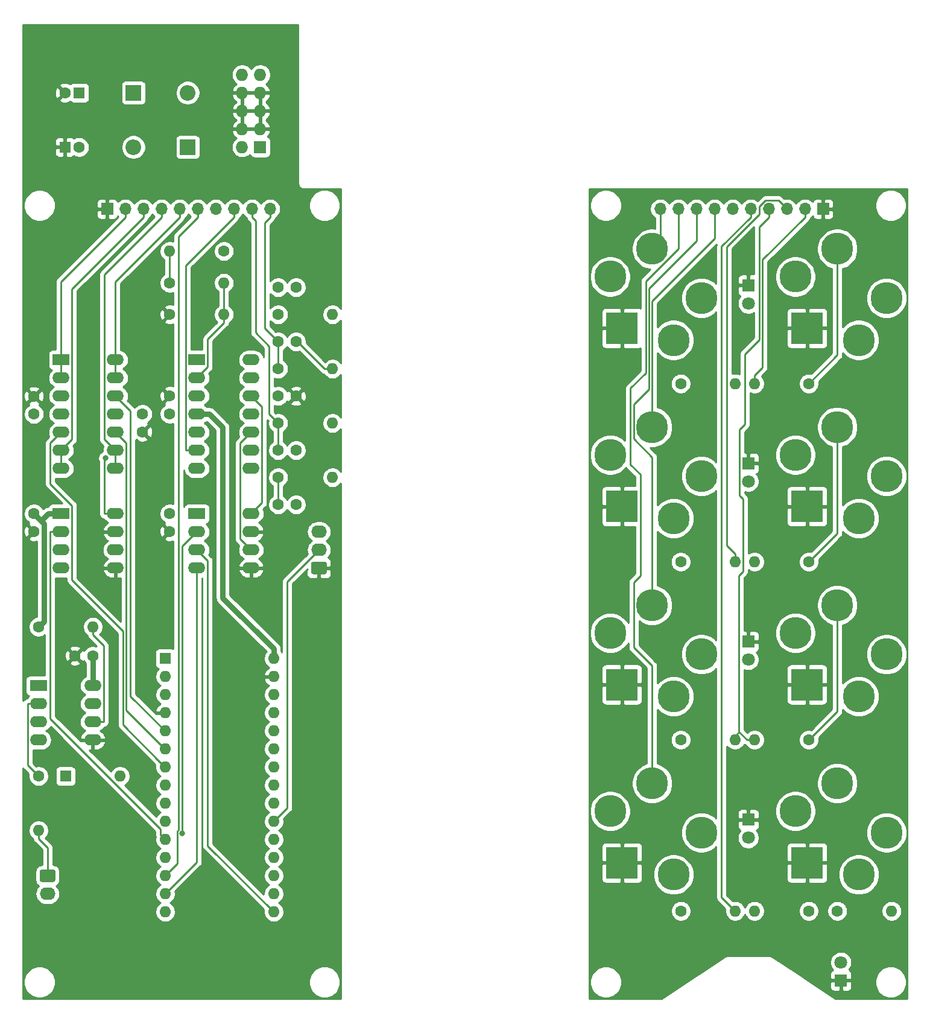
<source format=gbr>
%TF.GenerationSoftware,KiCad,Pcbnew,5.1.9-73d0e3b20d~88~ubuntu20.04.1*%
%TF.CreationDate,2021-03-06T21:53:08-05:00*%
%TF.ProjectId,MCVI,4d435649-2e6b-4696-9361-645f70636258,rev?*%
%TF.SameCoordinates,Original*%
%TF.FileFunction,Copper,L1,Top*%
%TF.FilePolarity,Positive*%
%FSLAX46Y46*%
G04 Gerber Fmt 4.6, Leading zero omitted, Abs format (unit mm)*
G04 Created by KiCad (PCBNEW 5.1.9-73d0e3b20d~88~ubuntu20.04.1) date 2021-03-06 21:53:08*
%MOMM*%
%LPD*%
G01*
G04 APERTURE LIST*
%TA.AperFunction,ComponentPad*%
%ADD10C,4.500001*%
%TD*%
%TA.AperFunction,ComponentPad*%
%ADD11C,4.500000*%
%TD*%
%TA.AperFunction,ComponentPad*%
%ADD12R,4.500001X4.500001*%
%TD*%
%TA.AperFunction,ComponentPad*%
%ADD13O,1.600000X1.600000*%
%TD*%
%TA.AperFunction,ComponentPad*%
%ADD14C,1.600000*%
%TD*%
%TA.AperFunction,ComponentPad*%
%ADD15O,2.190000X1.740000*%
%TD*%
%TA.AperFunction,ComponentPad*%
%ADD16C,1.800000*%
%TD*%
%TA.AperFunction,ComponentPad*%
%ADD17R,1.800000X1.800000*%
%TD*%
%TA.AperFunction,ComponentPad*%
%ADD18O,1.700000X1.700000*%
%TD*%
%TA.AperFunction,ComponentPad*%
%ADD19R,1.700000X1.700000*%
%TD*%
%TA.AperFunction,ComponentPad*%
%ADD20O,2.400000X1.600000*%
%TD*%
%TA.AperFunction,ComponentPad*%
%ADD21R,2.400000X1.600000*%
%TD*%
%TA.AperFunction,ComponentPad*%
%ADD22R,1.600000X1.600000*%
%TD*%
%TA.AperFunction,ComponentPad*%
%ADD23O,2.200000X2.200000*%
%TD*%
%TA.AperFunction,ComponentPad*%
%ADD24R,2.200000X2.200000*%
%TD*%
%TA.AperFunction,ComponentPad*%
%ADD25O,1.727200X1.727200*%
%TD*%
%TA.AperFunction,ComponentPad*%
%ADD26R,1.727200X1.727200*%
%TD*%
%TA.AperFunction,ViaPad*%
%ADD27C,0.800000*%
%TD*%
%TA.AperFunction,Conductor*%
%ADD28C,0.750000*%
%TD*%
%TA.AperFunction,Conductor*%
%ADD29C,0.250000*%
%TD*%
%TA.AperFunction,Conductor*%
%ADD30C,0.254000*%
%TD*%
%TA.AperFunction,Conductor*%
%ADD31C,0.100000*%
%TD*%
G04 APERTURE END LIST*
D10*
%TO.P,J14,RN*%
%TO.N,N/C*%
X157500000Y-135900000D03*
D11*
%TO.P,J14,TN*%
X148600000Y-127000000D03*
D10*
%TO.P,J14,R*%
X161400000Y-130000000D03*
D12*
%TO.P,J14,S*%
%TO.N,GND1*%
X150260000Y-134240000D03*
D11*
%TO.P,J14,T*%
%TO.N,/Panel components/TRIGGER*%
X154500000Y-123100000D03*
%TD*%
D13*
%TO.P,R9,2*%
%TO.N,Net-(C13-Pad1)*%
X83625000Y-97560000D03*
D14*
%TO.P,R9,1*%
%TO.N,/CONTROL_A*%
X76005000Y-97560000D03*
%TD*%
D13*
%TO.P,R8,2*%
%TO.N,Net-(C12-Pad1)*%
X83625000Y-89940000D03*
D14*
%TO.P,R8,1*%
%TO.N,/PITCH_BEND_A*%
X76005000Y-89940000D03*
%TD*%
D13*
%TO.P,R7,2*%
%TO.N,Net-(C11-Pad1)*%
X83625000Y-105180000D03*
D14*
%TO.P,R7,1*%
%TO.N,/VELOCITY_A*%
X76005000Y-105180000D03*
%TD*%
D13*
%TO.P,R5,2*%
%TO.N,Net-(C10-Pad1)*%
X83625000Y-82320000D03*
D14*
%TO.P,R5,1*%
%TO.N,/NOTE_A*%
X76005000Y-82320000D03*
%TD*%
D15*
%TO.P,J4,2*%
%TO.N,/MIDIPIN5*%
X43620000Y-163600000D03*
%TO.P,J4,1*%
%TO.N,/MIDIPIN4*%
%TA.AperFunction,ComponentPad*%
G36*
G01*
X42774999Y-160190000D02*
X44465001Y-160190000D01*
G75*
G02*
X44715000Y-160439999I0J-249999D01*
G01*
X44715000Y-161680001D01*
G75*
G02*
X44465001Y-161930000I-249999J0D01*
G01*
X42774999Y-161930000D01*
G75*
G02*
X42525000Y-161680001I0J249999D01*
G01*
X42525000Y-160439999D01*
G75*
G02*
X42774999Y-160190000I249999J0D01*
G01*
G37*
%TD.AperFunction*%
%TD*%
%TO.P,J3,3*%
%TO.N,/SW3*%
X81720000Y-112800000D03*
%TO.P,J3,2*%
%TO.N,/SW1*%
X81720000Y-115340000D03*
%TO.P,J3,1*%
%TO.N,GND*%
%TA.AperFunction,ComponentPad*%
G36*
G01*
X82565001Y-118750000D02*
X80874999Y-118750000D01*
G75*
G02*
X80625000Y-118500001I0J249999D01*
G01*
X80625000Y-117259999D01*
G75*
G02*
X80874999Y-117010000I249999J0D01*
G01*
X82565001Y-117010000D01*
G75*
G02*
X82815000Y-117259999I0J-249999D01*
G01*
X82815000Y-118500001D01*
G75*
G02*
X82565001Y-118750000I-249999J0D01*
G01*
G37*
%TD.AperFunction*%
%TD*%
D14*
%TO.P,C13,2*%
%TO.N,/CONTROL_A*%
X76005000Y-101370000D03*
%TO.P,C13,1*%
%TO.N,Net-(C13-Pad1)*%
X78505000Y-101370000D03*
%TD*%
%TO.P,C12,2*%
%TO.N,/PITCH_BEND_A*%
X76005000Y-86130000D03*
%TO.P,C12,1*%
%TO.N,Net-(C12-Pad1)*%
X78505000Y-86130000D03*
%TD*%
%TO.P,C11,2*%
%TO.N,/VELOCITY_A*%
X76005000Y-108990000D03*
%TO.P,C11,1*%
%TO.N,Net-(C11-Pad1)*%
X78505000Y-108990000D03*
%TD*%
%TO.P,C10,2*%
%TO.N,Net-(C10-Pad2)*%
X76005000Y-78510000D03*
%TO.P,C10,1*%
%TO.N,Net-(C10-Pad1)*%
X78505000Y-78510000D03*
%TD*%
D13*
%TO.P,R18,2*%
%TO.N,/Panel components/CLOCK_4PQ_C*%
X140120000Y-92000000D03*
D14*
%TO.P,R18,1*%
%TO.N,Net-(D8-Pad2)*%
X132500000Y-92000000D03*
%TD*%
D10*
%TO.P,J15,RN*%
%TO.N,N/C*%
X157500000Y-110900000D03*
D11*
%TO.P,J15,TN*%
X148600000Y-102000000D03*
D10*
%TO.P,J15,R*%
X161400000Y-105000000D03*
D12*
%TO.P,J15,S*%
%TO.N,GND1*%
X150260000Y-109240000D03*
D11*
%TO.P,J15,T*%
%TO.N,/Panel components/CLOCK_1PQ*%
X154500000Y-98100000D03*
%TD*%
D10*
%TO.P,J11,RN*%
%TO.N,N/C*%
X131500000Y-135900000D03*
D11*
%TO.P,J11,TN*%
X122600000Y-127000000D03*
D10*
%TO.P,J11,R*%
X135400000Y-130000000D03*
D12*
%TO.P,J11,S*%
%TO.N,GND1*%
X124260000Y-134240000D03*
D11*
%TO.P,J11,T*%
%TO.N,/Panel components/VELOCITY*%
X128500000Y-123100000D03*
%TD*%
D16*
%TO.P,D8,2*%
%TO.N,Net-(D8-Pad2)*%
X142000000Y-80740000D03*
D17*
%TO.P,D8,1*%
%TO.N,GND1*%
X142000000Y-78200000D03*
%TD*%
D13*
%TO.P,R16,2*%
%TO.N,/Panel components/CLOCK_1PQ_C*%
X140120000Y-117000000D03*
D14*
%TO.P,R16,1*%
%TO.N,Net-(D7-Pad2)*%
X132500000Y-117000000D03*
%TD*%
D16*
%TO.P,D7,2*%
%TO.N,Net-(D7-Pad2)*%
X142000000Y-105740000D03*
D17*
%TO.P,D7,1*%
%TO.N,GND1*%
X142000000Y-103200000D03*
%TD*%
D13*
%TO.P,R11,2*%
%TO.N,/Panel components/GATE_C*%
X142880000Y-166000000D03*
D14*
%TO.P,R11,1*%
%TO.N,/Panel components/GATE*%
X150500000Y-166000000D03*
%TD*%
D16*
%TO.P,D4,2*%
%TO.N,Net-(D4-Pad2)*%
X155000000Y-173210000D03*
D17*
%TO.P,D4,1*%
%TO.N,GND1*%
X155000000Y-175750000D03*
%TD*%
D13*
%TO.P,R15,2*%
%TO.N,/Panel components/CLOCK_1PQ_C*%
X142880000Y-117000000D03*
D14*
%TO.P,R15,1*%
%TO.N,/Panel components/CLOCK_1PQ*%
X150500000Y-117000000D03*
%TD*%
D13*
%TO.P,R13,2*%
%TO.N,/Panel components/TRIGGER_C*%
X142880000Y-142000000D03*
D14*
%TO.P,R13,1*%
%TO.N,/Panel components/TRIGGER*%
X150500000Y-142000000D03*
%TD*%
D13*
%TO.P,R10,2*%
%TO.N,/Panel components/MIDI_LED_C*%
X162120000Y-166000000D03*
D14*
%TO.P,R10,1*%
%TO.N,Net-(D4-Pad2)*%
X154500000Y-166000000D03*
%TD*%
D16*
%TO.P,D6,2*%
%TO.N,Net-(D6-Pad2)*%
X142000000Y-130740000D03*
D17*
%TO.P,D6,1*%
%TO.N,GND1*%
X142000000Y-128200000D03*
%TD*%
D13*
%TO.P,R17,2*%
%TO.N,/Panel components/CLOCK_4PQ_C*%
X142880000Y-92000000D03*
D14*
%TO.P,R17,1*%
%TO.N,/Panel components/CLOCK_4PQ*%
X150500000Y-92000000D03*
%TD*%
D10*
%TO.P,J12,RN*%
%TO.N,N/C*%
X131500000Y-110900000D03*
D11*
%TO.P,J12,TN*%
X122600000Y-102000000D03*
D10*
%TO.P,J12,R*%
X135400000Y-105000000D03*
D12*
%TO.P,J12,S*%
%TO.N,GND1*%
X124260000Y-109240000D03*
D11*
%TO.P,J12,T*%
%TO.N,/Panel components/NOTE*%
X128500000Y-98100000D03*
%TD*%
D10*
%TO.P,J10,RN*%
%TO.N,N/C*%
X131500000Y-160900000D03*
D11*
%TO.P,J10,TN*%
X122600000Y-152000000D03*
D10*
%TO.P,J10,R*%
X135400000Y-155000000D03*
D12*
%TO.P,J10,S*%
%TO.N,GND1*%
X124260000Y-159240000D03*
D11*
%TO.P,J10,T*%
%TO.N,/Panel components/CONTROL*%
X128500000Y-148100000D03*
%TD*%
D10*
%TO.P,J16,RN*%
%TO.N,N/C*%
X157500000Y-85900000D03*
D11*
%TO.P,J16,TN*%
X148600000Y-77000000D03*
D10*
%TO.P,J16,R*%
X161400000Y-80000000D03*
D12*
%TO.P,J16,S*%
%TO.N,GND1*%
X150260000Y-84240000D03*
D11*
%TO.P,J16,T*%
%TO.N,/Panel components/CLOCK_4PQ*%
X154500000Y-73100000D03*
%TD*%
D18*
%TO.P,J8,10*%
%TO.N,/Panel components/PITCH_BEND*%
X129640000Y-67500000D03*
%TO.P,J8,9*%
%TO.N,/Panel components/CONTROL*%
X132180000Y-67500000D03*
%TO.P,J8,8*%
%TO.N,/Panel components/VELOCITY*%
X134720000Y-67500000D03*
%TO.P,J8,7*%
%TO.N,/Panel components/NOTE*%
X137260000Y-67500000D03*
%TO.P,J8,6*%
%TO.N,/Panel components/MIDI_LED_C*%
X139800000Y-67500000D03*
%TO.P,J8,5*%
%TO.N,/Panel components/GATE_C*%
X142340000Y-67500000D03*
%TO.P,J8,4*%
%TO.N,/Panel components/TRIGGER_C*%
X144880000Y-67500000D03*
%TO.P,J8,3*%
%TO.N,/Panel components/CLOCK_1PQ_C*%
X147420000Y-67500000D03*
%TO.P,J8,2*%
%TO.N,/Panel components/CLOCK_4PQ_C*%
X149960000Y-67500000D03*
D19*
%TO.P,J8,1*%
%TO.N,GND1*%
X152500000Y-67500000D03*
%TD*%
D13*
%TO.P,R14,2*%
%TO.N,/Panel components/TRIGGER_C*%
X140120000Y-142000000D03*
D14*
%TO.P,R14,1*%
%TO.N,Net-(D6-Pad2)*%
X132500000Y-142000000D03*
%TD*%
D16*
%TO.P,D5,2*%
%TO.N,Net-(D5-Pad2)*%
X142000000Y-155740000D03*
D17*
%TO.P,D5,1*%
%TO.N,GND1*%
X142000000Y-153200000D03*
%TD*%
D13*
%TO.P,R12,2*%
%TO.N,/Panel components/GATE_C*%
X140140000Y-166000000D03*
D14*
%TO.P,R12,1*%
%TO.N,Net-(D5-Pad2)*%
X132520000Y-166000000D03*
%TD*%
D10*
%TO.P,J9,RN*%
%TO.N,N/C*%
X131500000Y-85900000D03*
D11*
%TO.P,J9,TN*%
X122600000Y-77000000D03*
D10*
%TO.P,J9,R*%
X135400000Y-80000000D03*
D12*
%TO.P,J9,S*%
%TO.N,GND1*%
X124260000Y-84240000D03*
D11*
%TO.P,J9,T*%
%TO.N,/Panel components/PITCH_BEND*%
X128500000Y-73100000D03*
%TD*%
D10*
%TO.P,J13,RN*%
%TO.N,N/C*%
X157500000Y-160900000D03*
D11*
%TO.P,J13,TN*%
X148600000Y-152000000D03*
D10*
%TO.P,J13,R*%
X161400000Y-155000000D03*
D12*
%TO.P,J13,S*%
%TO.N,GND1*%
X150260000Y-159240000D03*
D11*
%TO.P,J13,T*%
%TO.N,/Panel components/GATE*%
X154500000Y-148100000D03*
%TD*%
D20*
%TO.P,IC2,14*%
%TO.N,/GATE_A*%
X53145000Y-88670000D03*
%TO.P,IC2,7*%
%TO.N,/CLOCK_1PQ_A*%
X45525000Y-103910000D03*
%TO.P,IC2,13*%
%TO.N,/GATE_A*%
X53145000Y-91210000D03*
%TO.P,IC2,6*%
%TO.N,/CLOCK_1PQ_A*%
X45525000Y-101370000D03*
%TO.P,IC2,12*%
%TO.N,/GATE_B*%
X53145000Y-93750000D03*
%TO.P,IC2,5*%
%TO.N,/CLOCK_1PQ_B*%
X45525000Y-98830000D03*
%TO.P,IC2,11*%
%TO.N,-12V*%
X53145000Y-96290000D03*
%TO.P,IC2,4*%
%TO.N,+12V*%
X45525000Y-96290000D03*
%TO.P,IC2,10*%
%TO.N,/TRIGGER_B*%
X53145000Y-98830000D03*
%TO.P,IC2,3*%
%TO.N,/CLOCK_4PQ_B*%
X45525000Y-93750000D03*
%TO.P,IC2,9*%
%TO.N,/TRIGGER_A*%
X53145000Y-101370000D03*
%TO.P,IC2,2*%
%TO.N,/CLOCK_4PQ_A*%
X45525000Y-91210000D03*
%TO.P,IC2,8*%
%TO.N,/TRIGGER_A*%
X53145000Y-103910000D03*
D21*
%TO.P,IC2,1*%
%TO.N,/CLOCK_4PQ_A*%
X45525000Y-88670000D03*
%TD*%
D13*
%TO.P,D1,2*%
%TO.N,/MIDIPIN5*%
X53780000Y-147090000D03*
D22*
%TO.P,D1,1*%
%TO.N,Net-(D1-Pad1)*%
X46160000Y-147090000D03*
%TD*%
D20*
%TO.P,U1,8*%
%TO.N,+5V*%
X49970000Y-134390000D03*
%TO.P,U1,4*%
%TO.N,N/C*%
X42350000Y-142010000D03*
%TO.P,U1,7*%
%TO.N,Net-(U1-Pad7)*%
X49970000Y-136930000D03*
%TO.P,U1,3*%
%TO.N,/MIDIPIN5*%
X42350000Y-139470000D03*
%TO.P,U1,6*%
%TO.N,/RX0*%
X49970000Y-139470000D03*
%TO.P,U1,2*%
%TO.N,Net-(D1-Pad1)*%
X42350000Y-136930000D03*
%TO.P,U1,5*%
%TO.N,GND*%
X49970000Y-142010000D03*
D21*
%TO.P,U1,1*%
%TO.N,Net-(U1-Pad1)*%
X42350000Y-134390000D03*
%TD*%
D14*
%TO.P,C4,2*%
%TO.N,GND*%
X41715000Y-112760000D03*
%TO.P,C4,1*%
%TO.N,+5V*%
X41715000Y-110260000D03*
%TD*%
%TO.P,C5,2*%
%TO.N,GND*%
X60765000Y-112760000D03*
%TO.P,C5,1*%
%TO.N,+5V*%
X60765000Y-110260000D03*
%TD*%
%TO.P,C8,2*%
%TO.N,GND*%
X60765000Y-93750000D03*
%TO.P,C8,1*%
%TO.N,+12V*%
X60765000Y-96250000D03*
%TD*%
D20*
%TO.P,IC1,14*%
%TO.N,Net-(C12-Pad1)*%
X72195000Y-88670000D03*
%TO.P,IC1,7*%
%TO.N,Net-(C11-Pad1)*%
X64575000Y-103910000D03*
%TO.P,IC1,13*%
%TO.N,/PITCH_BEND_A*%
X72195000Y-91210000D03*
%TO.P,IC1,6*%
%TO.N,/VELOCITY_A*%
X64575000Y-101370000D03*
%TO.P,IC1,12*%
%TO.N,/PITCH_BEND_B*%
X72195000Y-93750000D03*
%TO.P,IC1,5*%
%TO.N,/VELOCITY_B*%
X64575000Y-98830000D03*
%TO.P,IC1,11*%
%TO.N,-12V*%
X72195000Y-96290000D03*
%TO.P,IC1,4*%
%TO.N,+12V*%
X64575000Y-96290000D03*
%TO.P,IC1,10*%
%TO.N,/CONTROL_B*%
X72195000Y-98830000D03*
%TO.P,IC1,3*%
%TO.N,/NOTE_B*%
X64575000Y-93750000D03*
%TO.P,IC1,9*%
%TO.N,/CONTROL_A*%
X72195000Y-101370000D03*
%TO.P,IC1,2*%
%TO.N,Net-(C10-Pad2)*%
X64575000Y-91210000D03*
%TO.P,IC1,8*%
%TO.N,Net-(C13-Pad1)*%
X72195000Y-103910000D03*
D21*
%TO.P,IC1,1*%
%TO.N,Net-(C10-Pad1)*%
X64575000Y-88670000D03*
%TD*%
D14*
%TO.P,C6,2*%
%TO.N,GND*%
X41715000Y-93790000D03*
%TO.P,C6,1*%
%TO.N,+12V*%
X41715000Y-96290000D03*
%TD*%
D23*
%TO.P,D2,2*%
%TO.N,Net-(D2-Pad2)*%
X63305000Y-51205000D03*
D24*
%TO.P,D2,1*%
%TO.N,+12V*%
X55685000Y-51205000D03*
%TD*%
D13*
%TO.P,R6,2*%
%TO.N,Net-(R4-Pad1)*%
X60765000Y-73430000D03*
D14*
%TO.P,R6,1*%
%TO.N,/NOTE_A*%
X68385000Y-73430000D03*
%TD*%
D13*
%TO.P,R4,2*%
%TO.N,Net-(C10-Pad2)*%
X68385000Y-77875000D03*
D14*
%TO.P,R4,1*%
%TO.N,Net-(R4-Pad1)*%
X60765000Y-77875000D03*
%TD*%
%TO.P,C9,2*%
%TO.N,-12V*%
X76005000Y-93750000D03*
%TO.P,C9,1*%
%TO.N,GND*%
X78505000Y-93750000D03*
%TD*%
%TO.P,C2,2*%
%TO.N,GND*%
X46065000Y-51205000D03*
D22*
%TO.P,C2,1*%
%TO.N,+12V*%
X48065000Y-51205000D03*
%TD*%
D14*
%TO.P,C7,2*%
%TO.N,-12V*%
X56955000Y-96290000D03*
%TO.P,C7,1*%
%TO.N,GND*%
X56955000Y-98790000D03*
%TD*%
D25*
%TO.P,J1,10*%
%TO.N,Net-(D2-Pad2)*%
X70925000Y-48665000D03*
%TO.P,J1,9*%
X73465000Y-48665000D03*
%TO.P,J1,8*%
%TO.N,GND*%
X70925000Y-51205000D03*
%TO.P,J1,7*%
X73465000Y-51205000D03*
%TO.P,J1,6*%
X70925000Y-53745000D03*
%TO.P,J1,5*%
X73465000Y-53745000D03*
%TO.P,J1,4*%
X70925000Y-56285000D03*
%TO.P,J1,3*%
X73465000Y-56285000D03*
%TO.P,J1,2*%
%TO.N,Net-(D3-Pad1)*%
X70925000Y-58825000D03*
D26*
%TO.P,J1,1*%
X73465000Y-58825000D03*
%TD*%
D13*
%TO.P,R2,2*%
%TO.N,/RX0*%
X49970000Y-126135000D03*
D14*
%TO.P,R2,1*%
%TO.N,+5V*%
X42350000Y-126135000D03*
%TD*%
D13*
%TO.P,R3,2*%
%TO.N,Net-(C10-Pad2)*%
X68385000Y-82320000D03*
D14*
%TO.P,R3,1*%
%TO.N,GND*%
X60765000Y-82320000D03*
%TD*%
D13*
%TO.P,R1,2*%
%TO.N,/MIDIPIN4*%
X42350000Y-154710000D03*
D14*
%TO.P,R1,1*%
%TO.N,Net-(D1-Pad1)*%
X42350000Y-147090000D03*
%TD*%
D18*
%TO.P,J2,10*%
%TO.N,/PITCH_BEND_A*%
X74860000Y-67500000D03*
%TO.P,J2,9*%
%TO.N,/CONTROL_A*%
X72320000Y-67500000D03*
%TO.P,J2,8*%
%TO.N,/VELOCITY_A*%
X69780000Y-67500000D03*
%TO.P,J2,7*%
%TO.N,/NOTE_A*%
X67240000Y-67500000D03*
%TO.P,J2,6*%
%TO.N,/MIDI_LED_A*%
X64700000Y-67500000D03*
%TO.P,J2,5*%
%TO.N,/GATE_A*%
X62160000Y-67500000D03*
%TO.P,J2,4*%
%TO.N,/TRIGGER_A*%
X59620000Y-67500000D03*
%TO.P,J2,3*%
%TO.N,/CLOCK_1PQ_A*%
X57080000Y-67500000D03*
%TO.P,J2,2*%
%TO.N,/CLOCK_4PQ_A*%
X54540000Y-67500000D03*
D19*
%TO.P,J2,1*%
%TO.N,GND*%
X52000000Y-67500000D03*
%TD*%
D23*
%TO.P,D3,2*%
%TO.N,-12V*%
X55685000Y-58825000D03*
D24*
%TO.P,D3,1*%
%TO.N,Net-(D3-Pad1)*%
X63305000Y-58825000D03*
%TD*%
D20*
%TO.P,DAC2,8*%
%TO.N,/PITCH_BEND_B*%
X72195000Y-110260000D03*
%TO.P,DAC2,4*%
%TO.N,/SDI*%
X64575000Y-117880000D03*
%TO.P,DAC2,7*%
%TO.N,GND*%
X72195000Y-112800000D03*
%TO.P,DAC2,3*%
%TO.N,/SCK*%
X64575000Y-115340000D03*
%TO.P,DAC2,6*%
%TO.N,/CONTROL_B*%
X72195000Y-115340000D03*
%TO.P,DAC2,2*%
%TO.N,/DAC2_SEL*%
X64575000Y-112800000D03*
%TO.P,DAC2,5*%
%TO.N,GND*%
X72195000Y-117880000D03*
D21*
%TO.P,DAC2,1*%
%TO.N,+5V*%
X64575000Y-110260000D03*
%TD*%
D20*
%TO.P,DAC1,8*%
%TO.N,/NOTE_B*%
X53145000Y-110260000D03*
%TO.P,DAC1,4*%
%TO.N,/SDI*%
X45525000Y-117880000D03*
%TO.P,DAC1,7*%
%TO.N,GND*%
X53145000Y-112800000D03*
%TO.P,DAC1,3*%
%TO.N,/SCK*%
X45525000Y-115340000D03*
%TO.P,DAC1,6*%
%TO.N,/VELOCITY_B*%
X53145000Y-115340000D03*
%TO.P,DAC1,2*%
%TO.N,/DAC1_SEL*%
X45525000Y-112800000D03*
%TO.P,DAC1,5*%
%TO.N,GND*%
X53145000Y-117880000D03*
D21*
%TO.P,DAC1,1*%
%TO.N,+5V*%
X45525000Y-110260000D03*
%TD*%
D13*
%TO.P,A1,16*%
%TO.N,/SCK*%
X75370000Y-166140000D03*
%TO.P,A1,15*%
%TO.N,Net-(A1-Pad15)*%
X60130000Y-166140000D03*
%TO.P,A1,30*%
%TO.N,+12V*%
X75370000Y-130580000D03*
%TO.P,A1,14*%
%TO.N,/SDI*%
X60130000Y-163600000D03*
%TO.P,A1,29*%
%TO.N,GND*%
X75370000Y-133120000D03*
%TO.P,A1,13*%
%TO.N,/MIDI_LED_A*%
X60130000Y-161060000D03*
%TO.P,A1,28*%
%TO.N,Net-(A1-Pad28)*%
X75370000Y-135660000D03*
%TO.P,A1,12*%
%TO.N,/DAC2_SEL*%
X60130000Y-158520000D03*
%TO.P,A1,27*%
%TO.N,+5V*%
X75370000Y-138200000D03*
%TO.P,A1,11*%
%TO.N,/DAC1_SEL*%
X60130000Y-155980000D03*
%TO.P,A1,26*%
%TO.N,Net-(A1-Pad26)*%
X75370000Y-140740000D03*
%TO.P,A1,10*%
%TO.N,Net-(A1-Pad10)*%
X60130000Y-153440000D03*
%TO.P,A1,25*%
%TO.N,Net-(A1-Pad25)*%
X75370000Y-143280000D03*
%TO.P,A1,9*%
%TO.N,Net-(A1-Pad9)*%
X60130000Y-150900000D03*
%TO.P,A1,24*%
%TO.N,Net-(A1-Pad24)*%
X75370000Y-145820000D03*
%TO.P,A1,8*%
%TO.N,/CLOCK_4PQ_B*%
X60130000Y-148360000D03*
%TO.P,A1,23*%
%TO.N,Net-(A1-Pad23)*%
X75370000Y-148360000D03*
%TO.P,A1,7*%
%TO.N,/CLOCK_1PQ_B*%
X60130000Y-145820000D03*
%TO.P,A1,22*%
%TO.N,Net-(A1-Pad22)*%
X75370000Y-150900000D03*
%TO.P,A1,6*%
%TO.N,/TRIGGER_B*%
X60130000Y-143280000D03*
%TO.P,A1,21*%
%TO.N,/SW1*%
X75370000Y-153440000D03*
%TO.P,A1,5*%
%TO.N,/GATE_B*%
X60130000Y-140740000D03*
%TO.P,A1,20*%
%TO.N,Net-(A1-Pad20)*%
X75370000Y-155980000D03*
%TO.P,A1,4*%
%TO.N,GND*%
X60130000Y-138200000D03*
%TO.P,A1,19*%
%TO.N,/SW3*%
X75370000Y-158520000D03*
%TO.P,A1,3*%
%TO.N,Net-(A1-Pad3)*%
X60130000Y-135660000D03*
%TO.P,A1,18*%
%TO.N,Net-(A1-Pad18)*%
X75370000Y-161060000D03*
%TO.P,A1,2*%
%TO.N,/RX0*%
X60130000Y-133120000D03*
%TO.P,A1,17*%
%TO.N,Net-(A1-Pad17)*%
X75370000Y-163600000D03*
D22*
%TO.P,A1,1*%
%TO.N,Net-(A1-Pad1)*%
X60130000Y-130580000D03*
%TD*%
D14*
%TO.P,C1,2*%
%TO.N,+5V*%
X49970000Y-130201000D03*
%TO.P,C1,1*%
%TO.N,GND*%
X47470000Y-130201000D03*
%TD*%
%TO.P,C3,2*%
%TO.N,-12V*%
X48065000Y-58825000D03*
D22*
%TO.P,C3,1*%
%TO.N,GND*%
X46065000Y-58825000D03*
%TD*%
D27*
%TO.N,/DAC2_SEL*%
X62545300Y-155119400D03*
%TO.N,/NOTE_B*%
X51740500Y-102464300D03*
%TD*%
D28*
%TO.N,+12V*%
X64575000Y-96290000D02*
X66350300Y-96290000D01*
X75370000Y-130580000D02*
X75370000Y-129204700D01*
X75370000Y-129204700D02*
X68225800Y-122060500D01*
X68225800Y-122060500D02*
X68225800Y-98165500D01*
X68225800Y-98165500D02*
X66350300Y-96290000D01*
%TO.N,+5V*%
X42732400Y-111277300D02*
X41715000Y-110260000D01*
X42350000Y-126135000D02*
X43109200Y-125375800D01*
X43109200Y-125375800D02*
X43109200Y-111654200D01*
X43109200Y-111654200D02*
X42732400Y-111277300D01*
X43749700Y-110260000D02*
X42732400Y-111277300D01*
X45525000Y-110260000D02*
X43749700Y-110260000D01*
X49970000Y-130201000D02*
X49970000Y-134390000D01*
D29*
%TO.N,/RX0*%
X49970000Y-126135000D02*
X49970000Y-127260300D01*
X49970000Y-139470000D02*
X51495300Y-139470000D01*
X51495300Y-139470000D02*
X51495300Y-128785600D01*
X51495300Y-128785600D02*
X49970000Y-127260300D01*
%TO.N,/SCK*%
X66100300Y-156870300D02*
X75370000Y-166140000D01*
X66100300Y-116865300D02*
X66100300Y-156870300D01*
X64575000Y-115340000D02*
X66100300Y-116865300D01*
%TO.N,/SDI*%
X64575000Y-159155000D02*
X64575000Y-117880000D01*
X60130000Y-163600000D02*
X64575000Y-159155000D01*
%TO.N,/MIDI_LED_A*%
X61820000Y-159370000D02*
X60130000Y-161060000D01*
X61820000Y-154819000D02*
X61820000Y-159370000D01*
X61996400Y-154642600D02*
X61820000Y-154819000D01*
X61996400Y-71378900D02*
X61996400Y-154642600D01*
X64700000Y-68675300D02*
X61996400Y-71378900D01*
X64700000Y-67500000D02*
X64700000Y-68675300D01*
%TO.N,/DAC2_SEL*%
X62545300Y-114829700D02*
X64575000Y-112800000D01*
X62545300Y-155119400D02*
X62545300Y-114829700D01*
%TO.N,/DAC1_SEL*%
X60130000Y-155980000D02*
X59495000Y-155345000D01*
X59495000Y-155345000D02*
X59495000Y-154501000D01*
X59495000Y-154501000D02*
X43999700Y-139005700D01*
X43999700Y-139005700D02*
X43999700Y-112800000D01*
X43999700Y-112800000D02*
X45525000Y-112800000D01*
%TO.N,/TRIGGER_A*%
X53145000Y-103910000D02*
X53145000Y-101370000D01*
X59620000Y-68675300D02*
X59620000Y-67500000D01*
X51619700Y-76675600D02*
X59620000Y-68675300D01*
X51619700Y-99844700D02*
X51619700Y-76675600D01*
X53145000Y-101370000D02*
X51619700Y-99844700D01*
%TO.N,/GATE_A*%
X53145000Y-91210000D02*
X53145000Y-88670000D01*
X62160000Y-67500000D02*
X62160000Y-68675300D01*
X62160000Y-68675300D02*
X53145000Y-77690300D01*
X53145000Y-77690300D02*
X53145000Y-88670000D01*
%TO.N,/CONTROL_A*%
X76005000Y-101370000D02*
X76005000Y-97560000D01*
X74735000Y-86765000D02*
X74735000Y-96290000D01*
X74735000Y-96290000D02*
X76005000Y-97560000D01*
X72830000Y-84860000D02*
X74735000Y-86765000D01*
X72830000Y-69185300D02*
X72830000Y-84860000D01*
X72320000Y-68675300D02*
X72830000Y-69185300D01*
X72320000Y-67500000D02*
X72320000Y-68675300D01*
%TO.N,/VELOCITY_A*%
X76005000Y-108990000D02*
X76005000Y-105180000D01*
X64575000Y-101370000D02*
X63049700Y-101370000D01*
X69780000Y-67500000D02*
X69780000Y-68675300D01*
X69780000Y-68675300D02*
X63049700Y-75405600D01*
X63049700Y-75405600D02*
X63049700Y-101370000D01*
%TO.N,/PITCH_BEND_A*%
X76005000Y-86130000D02*
X76005000Y-89940000D01*
X74100000Y-84225000D02*
X76005000Y-86130000D01*
X74100000Y-69435300D02*
X74100000Y-84225000D01*
X74860000Y-68675300D02*
X74100000Y-69435300D01*
X74860000Y-67500000D02*
X74860000Y-68675300D01*
%TO.N,/SW1*%
X77275000Y-151535000D02*
X75370000Y-153440000D01*
X77275000Y-119785000D02*
X77275000Y-151535000D01*
X81720000Y-115340000D02*
X77275000Y-119785000D01*
%TO.N,/GATE_B*%
X55250100Y-95855100D02*
X53145000Y-93750000D01*
X55250100Y-135860100D02*
X55250100Y-95855100D01*
X60130000Y-140740000D02*
X55250100Y-135860100D01*
%TO.N,/TRIGGER_B*%
X59495000Y-142645000D02*
X60130000Y-143280000D01*
X54670300Y-137820300D02*
X59495000Y-142645000D01*
X54670300Y-100355300D02*
X54670300Y-137820300D01*
X53145000Y-98830000D02*
X54670300Y-100355300D01*
%TO.N,Net-(R4-Pad1)*%
X60765000Y-77875000D02*
X60765000Y-73430000D01*
%TO.N,/MIDIPIN4*%
X42350000Y-154710000D02*
X42350000Y-155835300D01*
X42350000Y-155835300D02*
X43620000Y-157105300D01*
X43620000Y-157105300D02*
X43620000Y-161060000D01*
%TO.N,/Panel components/NOTE*%
X137260000Y-67500000D02*
X137260000Y-71669500D01*
X137260000Y-71669500D02*
X128500000Y-80429500D01*
X128500000Y-80429500D02*
X128500000Y-98100000D01*
%TO.N,/Panel components/CONTROL*%
X132180000Y-67500000D02*
X132180000Y-73070200D01*
X132180000Y-73070200D02*
X127599200Y-77651000D01*
X127599200Y-77651000D02*
X127599200Y-90497300D01*
X127599200Y-90497300D02*
X125444400Y-92652100D01*
X125444400Y-92652100D02*
X125444400Y-103383300D01*
X125444400Y-103383300D02*
X126835400Y-104774300D01*
X126835400Y-104774300D02*
X126835400Y-118973300D01*
X126835400Y-118973300D02*
X125892700Y-119916000D01*
X125892700Y-119916000D02*
X125892700Y-128995500D01*
X125892700Y-128995500D02*
X128500000Y-131602800D01*
X128500000Y-131602800D02*
X128500000Y-148100000D01*
%TO.N,/Panel components/PITCH_BEND*%
X129640000Y-67500000D02*
X129640000Y-71960000D01*
X129640000Y-71960000D02*
X128500000Y-73100000D01*
%TO.N,/Panel components/VELOCITY*%
X134720000Y-67500000D02*
X134720000Y-71962100D01*
X134720000Y-71962100D02*
X128049600Y-78632500D01*
X128049600Y-78632500D02*
X128049600Y-92759100D01*
X128049600Y-92759100D02*
X125901600Y-94907100D01*
X125901600Y-94907100D02*
X125901600Y-99741600D01*
X125901600Y-99741600D02*
X128500000Y-102340000D01*
X128500000Y-102340000D02*
X128500000Y-123100000D01*
%TO.N,/Panel components/TRIGGER*%
X154500000Y-123100000D02*
X154500000Y-138000000D01*
X154500000Y-138000000D02*
X150500000Y-142000000D01*
%TO.N,/CLOCK_1PQ_B*%
X54219900Y-126739700D02*
X54219900Y-139909900D01*
X59495000Y-145185000D02*
X60130000Y-145820000D01*
X47050300Y-119570100D02*
X54219900Y-126739700D01*
X47050300Y-109101000D02*
X47050300Y-119570100D01*
X43999700Y-106050400D02*
X47050300Y-109101000D01*
X43999700Y-100355300D02*
X43999700Y-106050400D01*
X54219900Y-139909900D02*
X59495000Y-145185000D01*
X45525000Y-98830000D02*
X43999700Y-100355300D01*
%TO.N,Net-(C10-Pad2)*%
X68385000Y-82320000D02*
X68385000Y-77875000D01*
X68385000Y-83445300D02*
X68385000Y-82320000D01*
X66100300Y-85730000D02*
X68385000Y-83445300D01*
X66100300Y-89684700D02*
X66100300Y-85730000D01*
X64575000Y-91210000D02*
X66100300Y-89684700D01*
%TO.N,Net-(C12-Pad1)*%
X83625000Y-89940000D02*
X82499700Y-89940000D01*
X78505000Y-86130000D02*
X78689700Y-86130000D01*
X78689700Y-86130000D02*
X82499700Y-89940000D01*
%TO.N,Net-(D1-Pad1)*%
X42350000Y-136930000D02*
X40824700Y-136930000D01*
X40824700Y-136930000D02*
X40824700Y-145564700D01*
X40824700Y-145564700D02*
X42350000Y-147090000D01*
%TO.N,/CLOCK_1PQ_A*%
X46287700Y-101370000D02*
X45525000Y-102132700D01*
X45525000Y-102132700D02*
X45525000Y-103910000D01*
X57080000Y-68675300D02*
X57080000Y-67500000D01*
X47050300Y-78705000D02*
X57080000Y-68675300D01*
X47050300Y-99844700D02*
X47050300Y-78705000D01*
X45525000Y-101370000D02*
X47050300Y-99844700D01*
%TO.N,/CLOCK_4PQ_A*%
X45525000Y-88670000D02*
X45525000Y-91210000D01*
X54540000Y-68675300D02*
X45525000Y-77690300D01*
X45525000Y-77690300D02*
X45525000Y-88670000D01*
X54540000Y-67500000D02*
X54540000Y-68675300D01*
%TO.N,/Panel components/CLOCK_4PQ_C*%
X142880000Y-92000000D02*
X142880000Y-90874700D01*
X149960000Y-67500000D02*
X149960000Y-68675300D01*
X149960000Y-68675300D02*
X144005300Y-74630000D01*
X144005300Y-74630000D02*
X144005300Y-89749400D01*
X144005300Y-89749400D02*
X142880000Y-90874700D01*
%TO.N,/Panel components/CLOCK_1PQ_C*%
X140120000Y-115874700D02*
X140120000Y-117000000D01*
X138994700Y-114749400D02*
X140120000Y-115874700D01*
X138994700Y-72779700D02*
X138994700Y-114749400D01*
X143549600Y-68224800D02*
X138994700Y-72779700D01*
X143549600Y-67166300D02*
X143549600Y-68224800D01*
X144415500Y-66300400D02*
X143549600Y-67166300D01*
X146220400Y-66300400D02*
X144415500Y-66300400D01*
X147420000Y-67500000D02*
X146220400Y-66300400D01*
%TO.N,/Panel components/TRIGGER_C*%
X140696300Y-140874700D02*
X140696300Y-118929100D01*
X140696300Y-118929100D02*
X141250600Y-118374800D01*
X141250600Y-118374800D02*
X141250600Y-108187900D01*
X141250600Y-108187900D02*
X140727200Y-107664500D01*
X140727200Y-107664500D02*
X140727200Y-98482300D01*
X140727200Y-98482300D02*
X141500000Y-97709500D01*
X141500000Y-97709500D02*
X141500000Y-87881800D01*
X141500000Y-87881800D02*
X143549400Y-85832400D01*
X143549400Y-85832400D02*
X143549400Y-70005900D01*
X143549400Y-70005900D02*
X144880000Y-68675300D01*
X144880000Y-67500000D02*
X144880000Y-68675300D01*
X141821600Y-142000000D02*
X142880000Y-142000000D01*
X140696300Y-140874700D02*
X141821600Y-142000000D01*
X140120000Y-141451000D02*
X140696300Y-140874700D01*
X140120000Y-142000000D02*
X140120000Y-141451000D01*
%TO.N,/Panel components/GATE_C*%
X142340000Y-68675300D02*
X142340000Y-67500000D01*
X138245300Y-72770000D02*
X142340000Y-68675300D01*
X138245300Y-164105300D02*
X138245300Y-72770000D01*
X140140000Y-166000000D02*
X138245300Y-164105300D01*
%TO.N,/Panel components/CLOCK_4PQ*%
X154500000Y-73100000D02*
X154500000Y-88000000D01*
X154500000Y-88000000D02*
X150500000Y-92000000D01*
%TO.N,/Panel components/CLOCK_1PQ*%
X154500000Y-98100000D02*
X154500000Y-113000000D01*
X154500000Y-113000000D02*
X150500000Y-117000000D01*
%TO.N,/NOTE_B*%
X53145000Y-110260000D02*
X51619700Y-110260000D01*
X51619700Y-110260000D02*
X51619700Y-102585100D01*
X51619700Y-102585100D02*
X51740500Y-102464300D01*
%TO.N,/CONTROL_B*%
X70925000Y-114070000D02*
X72195000Y-115340000D01*
X70669700Y-113814700D02*
X70925000Y-114070000D01*
X70669700Y-100355300D02*
X70669700Y-113814700D01*
X72195000Y-98830000D02*
X70669700Y-100355300D01*
%TO.N,/PITCH_BEND_B*%
X73465000Y-108990000D02*
X72195000Y-110260000D01*
X73720300Y-108734700D02*
X73465000Y-108990000D01*
X73720300Y-95275300D02*
X73720300Y-108734700D01*
X72195000Y-93750000D02*
X73720300Y-95275300D01*
%TD*%
D30*
%TO.N,GND*%
X71166525Y-68446632D02*
X71373368Y-68653475D01*
X71566912Y-68782797D01*
X71570998Y-68824286D01*
X71571594Y-68826250D01*
X71614454Y-68967546D01*
X71685026Y-69099576D01*
X71720708Y-69143054D01*
X71780000Y-69215301D01*
X71808998Y-69239099D01*
X72070000Y-69500101D01*
X72070001Y-84822667D01*
X72066324Y-84860000D01*
X72070001Y-84897333D01*
X72080998Y-85008986D01*
X72085690Y-85024454D01*
X72124454Y-85152246D01*
X72195026Y-85284276D01*
X72262361Y-85366323D01*
X72290000Y-85400001D01*
X72318998Y-85423799D01*
X73975000Y-87079802D01*
X73975000Y-88275829D01*
X73927182Y-88118192D01*
X73793932Y-87868899D01*
X73614608Y-87650392D01*
X73396101Y-87471068D01*
X73146808Y-87337818D01*
X72876309Y-87255764D01*
X72665492Y-87235000D01*
X71724508Y-87235000D01*
X71513691Y-87255764D01*
X71243192Y-87337818D01*
X70993899Y-87471068D01*
X70775392Y-87650392D01*
X70596068Y-87868899D01*
X70462818Y-88118192D01*
X70380764Y-88388691D01*
X70353057Y-88670000D01*
X70380764Y-88951309D01*
X70462818Y-89221808D01*
X70596068Y-89471101D01*
X70775392Y-89689608D01*
X70993899Y-89868932D01*
X71126858Y-89940000D01*
X70993899Y-90011068D01*
X70775392Y-90190392D01*
X70596068Y-90408899D01*
X70462818Y-90658192D01*
X70380764Y-90928691D01*
X70353057Y-91210000D01*
X70380764Y-91491309D01*
X70462818Y-91761808D01*
X70596068Y-92011101D01*
X70775392Y-92229608D01*
X70993899Y-92408932D01*
X71126858Y-92480000D01*
X70993899Y-92551068D01*
X70775392Y-92730392D01*
X70596068Y-92948899D01*
X70462818Y-93198192D01*
X70380764Y-93468691D01*
X70353057Y-93750000D01*
X70380764Y-94031309D01*
X70462818Y-94301808D01*
X70596068Y-94551101D01*
X70775392Y-94769608D01*
X70993899Y-94948932D01*
X71126858Y-95020000D01*
X70993899Y-95091068D01*
X70775392Y-95270392D01*
X70596068Y-95488899D01*
X70462818Y-95738192D01*
X70380764Y-96008691D01*
X70353057Y-96290000D01*
X70380764Y-96571309D01*
X70462818Y-96841808D01*
X70596068Y-97091101D01*
X70775392Y-97309608D01*
X70993899Y-97488932D01*
X71126858Y-97560000D01*
X70993899Y-97631068D01*
X70775392Y-97810392D01*
X70596068Y-98028899D01*
X70462818Y-98278192D01*
X70380764Y-98548691D01*
X70353057Y-98830000D01*
X70380764Y-99111309D01*
X70462818Y-99381808D01*
X70499592Y-99450607D01*
X70158703Y-99791496D01*
X70129699Y-99815299D01*
X70101543Y-99849608D01*
X70034726Y-99931024D01*
X69983601Y-100026671D01*
X69964154Y-100063054D01*
X69920697Y-100206315D01*
X69909700Y-100317968D01*
X69909700Y-100317978D01*
X69906024Y-100355300D01*
X69909700Y-100392622D01*
X69909701Y-113777368D01*
X69906024Y-113814700D01*
X69909701Y-113852033D01*
X69916652Y-113922601D01*
X69920698Y-113963685D01*
X69964154Y-114106946D01*
X70034726Y-114238976D01*
X70060725Y-114270655D01*
X70129700Y-114354701D01*
X70158698Y-114378499D01*
X70499592Y-114719393D01*
X70462818Y-114788192D01*
X70380764Y-115058691D01*
X70353057Y-115340000D01*
X70380764Y-115621309D01*
X70462818Y-115891808D01*
X70596068Y-116141101D01*
X70775392Y-116359608D01*
X70993899Y-116538932D01*
X71121741Y-116607265D01*
X70892161Y-116757399D01*
X70690500Y-116955105D01*
X70531285Y-117188354D01*
X70420633Y-117448182D01*
X70403096Y-117530961D01*
X70525085Y-117753000D01*
X72068000Y-117753000D01*
X72068000Y-117733000D01*
X72322000Y-117733000D01*
X72322000Y-117753000D01*
X73864915Y-117753000D01*
X73986904Y-117530961D01*
X73969367Y-117448182D01*
X73858715Y-117188354D01*
X73699500Y-116955105D01*
X73497839Y-116757399D01*
X73268259Y-116607265D01*
X73396101Y-116538932D01*
X73614608Y-116359608D01*
X73793932Y-116141101D01*
X73927182Y-115891808D01*
X74009236Y-115621309D01*
X74036943Y-115340000D01*
X74009236Y-115058691D01*
X73927182Y-114788192D01*
X73793932Y-114538899D01*
X73614608Y-114320392D01*
X73396101Y-114141068D01*
X73268259Y-114072735D01*
X73497839Y-113922601D01*
X73699500Y-113724895D01*
X73858715Y-113491646D01*
X73969367Y-113231818D01*
X73986904Y-113149039D01*
X73864915Y-112927000D01*
X72322000Y-112927000D01*
X72322000Y-112947000D01*
X72068000Y-112947000D01*
X72068000Y-112927000D01*
X72048000Y-112927000D01*
X72048000Y-112673000D01*
X72068000Y-112673000D01*
X72068000Y-112653000D01*
X72322000Y-112653000D01*
X72322000Y-112673000D01*
X73864915Y-112673000D01*
X73986904Y-112450961D01*
X73969367Y-112368182D01*
X73858715Y-112108354D01*
X73699500Y-111875105D01*
X73497839Y-111677399D01*
X73268259Y-111527265D01*
X73396101Y-111458932D01*
X73614608Y-111279608D01*
X73793932Y-111061101D01*
X73927182Y-110811808D01*
X74009236Y-110541309D01*
X74036943Y-110260000D01*
X74009236Y-109978691D01*
X73927182Y-109708192D01*
X73890408Y-109639393D01*
X74028799Y-109501003D01*
X74028804Y-109500997D01*
X74231297Y-109298504D01*
X74260301Y-109274701D01*
X74355274Y-109158976D01*
X74425846Y-109026947D01*
X74469303Y-108883686D01*
X74480300Y-108772033D01*
X74480300Y-108772025D01*
X74483976Y-108734700D01*
X74480300Y-108697375D01*
X74480300Y-105038665D01*
X74570000Y-105038665D01*
X74570000Y-105321335D01*
X74625147Y-105598574D01*
X74733320Y-105859727D01*
X74890363Y-106094759D01*
X75090241Y-106294637D01*
X75245001Y-106398044D01*
X75245000Y-107771956D01*
X75090241Y-107875363D01*
X74890363Y-108075241D01*
X74733320Y-108310273D01*
X74625147Y-108571426D01*
X74570000Y-108848665D01*
X74570000Y-109131335D01*
X74625147Y-109408574D01*
X74733320Y-109669727D01*
X74890363Y-109904759D01*
X75090241Y-110104637D01*
X75325273Y-110261680D01*
X75586426Y-110369853D01*
X75863665Y-110425000D01*
X76146335Y-110425000D01*
X76423574Y-110369853D01*
X76684727Y-110261680D01*
X76919759Y-110104637D01*
X77119637Y-109904759D01*
X77255000Y-109702173D01*
X77390363Y-109904759D01*
X77590241Y-110104637D01*
X77825273Y-110261680D01*
X78086426Y-110369853D01*
X78363665Y-110425000D01*
X78646335Y-110425000D01*
X78923574Y-110369853D01*
X79184727Y-110261680D01*
X79419759Y-110104637D01*
X79619637Y-109904759D01*
X79776680Y-109669727D01*
X79884853Y-109408574D01*
X79940000Y-109131335D01*
X79940000Y-108848665D01*
X79884853Y-108571426D01*
X79776680Y-108310273D01*
X79619637Y-108075241D01*
X79419759Y-107875363D01*
X79184727Y-107718320D01*
X78923574Y-107610147D01*
X78646335Y-107555000D01*
X78363665Y-107555000D01*
X78086426Y-107610147D01*
X77825273Y-107718320D01*
X77590241Y-107875363D01*
X77390363Y-108075241D01*
X77255000Y-108277827D01*
X77119637Y-108075241D01*
X76919759Y-107875363D01*
X76765000Y-107771957D01*
X76765000Y-106398043D01*
X76919759Y-106294637D01*
X77119637Y-106094759D01*
X77276680Y-105859727D01*
X77384853Y-105598574D01*
X77440000Y-105321335D01*
X77440000Y-105038665D01*
X77384853Y-104761426D01*
X77276680Y-104500273D01*
X77119637Y-104265241D01*
X76919759Y-104065363D01*
X76684727Y-103908320D01*
X76423574Y-103800147D01*
X76146335Y-103745000D01*
X75863665Y-103745000D01*
X75586426Y-103800147D01*
X75325273Y-103908320D01*
X75090241Y-104065363D01*
X74890363Y-104265241D01*
X74733320Y-104500273D01*
X74625147Y-104761426D01*
X74570000Y-105038665D01*
X74480300Y-105038665D01*
X74480300Y-97110101D01*
X74606312Y-97236114D01*
X74570000Y-97418665D01*
X74570000Y-97701335D01*
X74625147Y-97978574D01*
X74733320Y-98239727D01*
X74890363Y-98474759D01*
X75090241Y-98674637D01*
X75245001Y-98778044D01*
X75245000Y-100151956D01*
X75090241Y-100255363D01*
X74890363Y-100455241D01*
X74733320Y-100690273D01*
X74625147Y-100951426D01*
X74570000Y-101228665D01*
X74570000Y-101511335D01*
X74625147Y-101788574D01*
X74733320Y-102049727D01*
X74890363Y-102284759D01*
X75090241Y-102484637D01*
X75325273Y-102641680D01*
X75586426Y-102749853D01*
X75863665Y-102805000D01*
X76146335Y-102805000D01*
X76423574Y-102749853D01*
X76684727Y-102641680D01*
X76919759Y-102484637D01*
X77119637Y-102284759D01*
X77255000Y-102082173D01*
X77390363Y-102284759D01*
X77590241Y-102484637D01*
X77825273Y-102641680D01*
X78086426Y-102749853D01*
X78363665Y-102805000D01*
X78646335Y-102805000D01*
X78923574Y-102749853D01*
X79184727Y-102641680D01*
X79419759Y-102484637D01*
X79619637Y-102284759D01*
X79776680Y-102049727D01*
X79884853Y-101788574D01*
X79940000Y-101511335D01*
X79940000Y-101228665D01*
X79884853Y-100951426D01*
X79776680Y-100690273D01*
X79619637Y-100455241D01*
X79419759Y-100255363D01*
X79184727Y-100098320D01*
X78923574Y-99990147D01*
X78646335Y-99935000D01*
X78363665Y-99935000D01*
X78086426Y-99990147D01*
X77825273Y-100098320D01*
X77590241Y-100255363D01*
X77390363Y-100455241D01*
X77255000Y-100657827D01*
X77119637Y-100455241D01*
X76919759Y-100255363D01*
X76765000Y-100151957D01*
X76765000Y-98778043D01*
X76919759Y-98674637D01*
X77119637Y-98474759D01*
X77276680Y-98239727D01*
X77384853Y-97978574D01*
X77440000Y-97701335D01*
X77440000Y-97418665D01*
X77384853Y-97141426D01*
X77276680Y-96880273D01*
X77119637Y-96645241D01*
X76919759Y-96445363D01*
X76684727Y-96288320D01*
X76423574Y-96180147D01*
X76146335Y-96125000D01*
X75863665Y-96125000D01*
X75681114Y-96161312D01*
X75495000Y-95975199D01*
X75495000Y-95091983D01*
X75586426Y-95129853D01*
X75863665Y-95185000D01*
X76146335Y-95185000D01*
X76423574Y-95129853D01*
X76684727Y-95021680D01*
X76919759Y-94864637D01*
X77041694Y-94742702D01*
X77691903Y-94742702D01*
X77763486Y-94986671D01*
X78018996Y-95107571D01*
X78293184Y-95176300D01*
X78575512Y-95190217D01*
X78855130Y-95148787D01*
X79121292Y-95053603D01*
X79246514Y-94986671D01*
X79318097Y-94742702D01*
X78505000Y-93929605D01*
X77691903Y-94742702D01*
X77041694Y-94742702D01*
X77119637Y-94664759D01*
X77253692Y-94464131D01*
X77268329Y-94491514D01*
X77512298Y-94563097D01*
X78325395Y-93750000D01*
X78684605Y-93750000D01*
X79497702Y-94563097D01*
X79741671Y-94491514D01*
X79862571Y-94236004D01*
X79931300Y-93961816D01*
X79945217Y-93679488D01*
X79903787Y-93399870D01*
X79808603Y-93133708D01*
X79741671Y-93008486D01*
X79497702Y-92936903D01*
X78684605Y-93750000D01*
X78325395Y-93750000D01*
X77512298Y-92936903D01*
X77268329Y-93008486D01*
X77254676Y-93037341D01*
X77119637Y-92835241D01*
X77041694Y-92757298D01*
X77691903Y-92757298D01*
X78505000Y-93570395D01*
X79318097Y-92757298D01*
X79246514Y-92513329D01*
X78991004Y-92392429D01*
X78716816Y-92323700D01*
X78434488Y-92309783D01*
X78154870Y-92351213D01*
X77888708Y-92446397D01*
X77763486Y-92513329D01*
X77691903Y-92757298D01*
X77041694Y-92757298D01*
X76919759Y-92635363D01*
X76684727Y-92478320D01*
X76423574Y-92370147D01*
X76146335Y-92315000D01*
X75863665Y-92315000D01*
X75586426Y-92370147D01*
X75495000Y-92408017D01*
X75495000Y-91281983D01*
X75586426Y-91319853D01*
X75863665Y-91375000D01*
X76146335Y-91375000D01*
X76423574Y-91319853D01*
X76684727Y-91211680D01*
X76919759Y-91054637D01*
X77119637Y-90854759D01*
X77276680Y-90619727D01*
X77384853Y-90358574D01*
X77440000Y-90081335D01*
X77440000Y-89798665D01*
X77384853Y-89521426D01*
X77276680Y-89260273D01*
X77119637Y-89025241D01*
X76919759Y-88825363D01*
X76765000Y-88721957D01*
X76765000Y-87348043D01*
X76919759Y-87244637D01*
X77119637Y-87044759D01*
X77255000Y-86842173D01*
X77390363Y-87044759D01*
X77590241Y-87244637D01*
X77825273Y-87401680D01*
X78086426Y-87509853D01*
X78363665Y-87565000D01*
X78646335Y-87565000D01*
X78923574Y-87509853D01*
X78973904Y-87489006D01*
X81935901Y-90451003D01*
X81959699Y-90480001D01*
X82075424Y-90574974D01*
X82207453Y-90645546D01*
X82350714Y-90689003D01*
X82403053Y-90694158D01*
X82510363Y-90854759D01*
X82710241Y-91054637D01*
X82945273Y-91211680D01*
X83206426Y-91319853D01*
X83483665Y-91375000D01*
X83766335Y-91375000D01*
X84043574Y-91319853D01*
X84304727Y-91211680D01*
X84539759Y-91054637D01*
X84739637Y-90854759D01*
X84815001Y-90741969D01*
X84815001Y-96758031D01*
X84739637Y-96645241D01*
X84539759Y-96445363D01*
X84304727Y-96288320D01*
X84043574Y-96180147D01*
X83766335Y-96125000D01*
X83483665Y-96125000D01*
X83206426Y-96180147D01*
X82945273Y-96288320D01*
X82710241Y-96445363D01*
X82510363Y-96645241D01*
X82353320Y-96880273D01*
X82245147Y-97141426D01*
X82190000Y-97418665D01*
X82190000Y-97701335D01*
X82245147Y-97978574D01*
X82353320Y-98239727D01*
X82510363Y-98474759D01*
X82710241Y-98674637D01*
X82945273Y-98831680D01*
X83206426Y-98939853D01*
X83483665Y-98995000D01*
X83766335Y-98995000D01*
X84043574Y-98939853D01*
X84304727Y-98831680D01*
X84539759Y-98674637D01*
X84739637Y-98474759D01*
X84815001Y-98361969D01*
X84815001Y-104378031D01*
X84739637Y-104265241D01*
X84539759Y-104065363D01*
X84304727Y-103908320D01*
X84043574Y-103800147D01*
X83766335Y-103745000D01*
X83483665Y-103745000D01*
X83206426Y-103800147D01*
X82945273Y-103908320D01*
X82710241Y-104065363D01*
X82510363Y-104265241D01*
X82353320Y-104500273D01*
X82245147Y-104761426D01*
X82190000Y-105038665D01*
X82190000Y-105321335D01*
X82245147Y-105598574D01*
X82353320Y-105859727D01*
X82510363Y-106094759D01*
X82710241Y-106294637D01*
X82945273Y-106451680D01*
X83206426Y-106559853D01*
X83483665Y-106615000D01*
X83766335Y-106615000D01*
X84043574Y-106559853D01*
X84304727Y-106451680D01*
X84539759Y-106294637D01*
X84739637Y-106094759D01*
X84815001Y-105981969D01*
X84815000Y-178315000D01*
X40185000Y-178315000D01*
X40185000Y-175779872D01*
X40265000Y-175779872D01*
X40265000Y-176220128D01*
X40350890Y-176651925D01*
X40519369Y-177058669D01*
X40763962Y-177424729D01*
X41075271Y-177736038D01*
X41441331Y-177980631D01*
X41848075Y-178149110D01*
X42279872Y-178235000D01*
X42720128Y-178235000D01*
X43151925Y-178149110D01*
X43558669Y-177980631D01*
X43924729Y-177736038D01*
X44236038Y-177424729D01*
X44480631Y-177058669D01*
X44649110Y-176651925D01*
X44735000Y-176220128D01*
X44735000Y-175779872D01*
X80265000Y-175779872D01*
X80265000Y-176220128D01*
X80350890Y-176651925D01*
X80519369Y-177058669D01*
X80763962Y-177424729D01*
X81075271Y-177736038D01*
X81441331Y-177980631D01*
X81848075Y-178149110D01*
X82279872Y-178235000D01*
X82720128Y-178235000D01*
X83151925Y-178149110D01*
X83558669Y-177980631D01*
X83924729Y-177736038D01*
X84236038Y-177424729D01*
X84480631Y-177058669D01*
X84649110Y-176651925D01*
X84735000Y-176220128D01*
X84735000Y-175779872D01*
X84649110Y-175348075D01*
X84480631Y-174941331D01*
X84236038Y-174575271D01*
X83924729Y-174263962D01*
X83558669Y-174019369D01*
X83151925Y-173850890D01*
X82720128Y-173765000D01*
X82279872Y-173765000D01*
X81848075Y-173850890D01*
X81441331Y-174019369D01*
X81075271Y-174263962D01*
X80763962Y-174575271D01*
X80519369Y-174941331D01*
X80350890Y-175348075D01*
X80265000Y-175779872D01*
X44735000Y-175779872D01*
X44649110Y-175348075D01*
X44480631Y-174941331D01*
X44236038Y-174575271D01*
X43924729Y-174263962D01*
X43558669Y-174019369D01*
X43151925Y-173850890D01*
X42720128Y-173765000D01*
X42279872Y-173765000D01*
X41848075Y-173850890D01*
X41441331Y-174019369D01*
X41075271Y-174263962D01*
X40763962Y-174575271D01*
X40519369Y-174941331D01*
X40350890Y-175348075D01*
X40265000Y-175779872D01*
X40185000Y-175779872D01*
X40185000Y-154568665D01*
X40915000Y-154568665D01*
X40915000Y-154851335D01*
X40970147Y-155128574D01*
X41078320Y-155389727D01*
X41235363Y-155624759D01*
X41435241Y-155824637D01*
X41595843Y-155931948D01*
X41600998Y-155984285D01*
X41644454Y-156127546D01*
X41715026Y-156259576D01*
X41753537Y-156306501D01*
X41810000Y-156375301D01*
X41838998Y-156399099D01*
X42860000Y-157420102D01*
X42860001Y-159551928D01*
X42774999Y-159551928D01*
X42601745Y-159568992D01*
X42435149Y-159619528D01*
X42281613Y-159701595D01*
X42147038Y-159812038D01*
X42036595Y-159946613D01*
X41954528Y-160100149D01*
X41903992Y-160266745D01*
X41886928Y-160439999D01*
X41886928Y-161680001D01*
X41903992Y-161853255D01*
X41954528Y-162019851D01*
X42036595Y-162173387D01*
X42147038Y-162307962D01*
X42281613Y-162418405D01*
X42391114Y-162476934D01*
X42325655Y-162530655D01*
X42137583Y-162759821D01*
X41997834Y-163021275D01*
X41911776Y-163304968D01*
X41882718Y-163600000D01*
X41911776Y-163895032D01*
X41997834Y-164178725D01*
X42137583Y-164440179D01*
X42325655Y-164669345D01*
X42554821Y-164857417D01*
X42816275Y-164997166D01*
X43099968Y-165083224D01*
X43321064Y-165105000D01*
X43918936Y-165105000D01*
X44140032Y-165083224D01*
X44423725Y-164997166D01*
X44685179Y-164857417D01*
X44914345Y-164669345D01*
X45102417Y-164440179D01*
X45242166Y-164178725D01*
X45328224Y-163895032D01*
X45357282Y-163600000D01*
X45328224Y-163304968D01*
X45242166Y-163021275D01*
X45102417Y-162759821D01*
X44914345Y-162530655D01*
X44848886Y-162476934D01*
X44958387Y-162418405D01*
X45092962Y-162307962D01*
X45203405Y-162173387D01*
X45285472Y-162019851D01*
X45336008Y-161853255D01*
X45353072Y-161680001D01*
X45353072Y-160439999D01*
X45336008Y-160266745D01*
X45285472Y-160100149D01*
X45203405Y-159946613D01*
X45092962Y-159812038D01*
X44958387Y-159701595D01*
X44804851Y-159619528D01*
X44638255Y-159568992D01*
X44465001Y-159551928D01*
X44380000Y-159551928D01*
X44380000Y-157142622D01*
X44383676Y-157105299D01*
X44380000Y-157067976D01*
X44380000Y-157067967D01*
X44369003Y-156956314D01*
X44325546Y-156813053D01*
X44254974Y-156681024D01*
X44160001Y-156565299D01*
X44131004Y-156541502D01*
X43339449Y-155749947D01*
X43464637Y-155624759D01*
X43621680Y-155389727D01*
X43729853Y-155128574D01*
X43785000Y-154851335D01*
X43785000Y-154568665D01*
X43729853Y-154291426D01*
X43621680Y-154030273D01*
X43464637Y-153795241D01*
X43264759Y-153595363D01*
X43029727Y-153438320D01*
X42768574Y-153330147D01*
X42491335Y-153275000D01*
X42208665Y-153275000D01*
X41931426Y-153330147D01*
X41670273Y-153438320D01*
X41435241Y-153595363D01*
X41235363Y-153795241D01*
X41078320Y-154030273D01*
X40970147Y-154291426D01*
X40915000Y-154568665D01*
X40185000Y-154568665D01*
X40185000Y-145980134D01*
X40189726Y-145988976D01*
X40260901Y-146075702D01*
X40284700Y-146104701D01*
X40313698Y-146128499D01*
X40951312Y-146766114D01*
X40915000Y-146948665D01*
X40915000Y-147231335D01*
X40970147Y-147508574D01*
X41078320Y-147769727D01*
X41235363Y-148004759D01*
X41435241Y-148204637D01*
X41670273Y-148361680D01*
X41931426Y-148469853D01*
X42208665Y-148525000D01*
X42491335Y-148525000D01*
X42768574Y-148469853D01*
X43029727Y-148361680D01*
X43264759Y-148204637D01*
X43464637Y-148004759D01*
X43621680Y-147769727D01*
X43729853Y-147508574D01*
X43785000Y-147231335D01*
X43785000Y-146948665D01*
X43729853Y-146671426D01*
X43621680Y-146410273D01*
X43541317Y-146290000D01*
X44721928Y-146290000D01*
X44721928Y-147890000D01*
X44734188Y-148014482D01*
X44770498Y-148134180D01*
X44829463Y-148244494D01*
X44908815Y-148341185D01*
X45005506Y-148420537D01*
X45115820Y-148479502D01*
X45235518Y-148515812D01*
X45360000Y-148528072D01*
X46960000Y-148528072D01*
X47084482Y-148515812D01*
X47204180Y-148479502D01*
X47314494Y-148420537D01*
X47411185Y-148341185D01*
X47490537Y-148244494D01*
X47549502Y-148134180D01*
X47585812Y-148014482D01*
X47598072Y-147890000D01*
X47598072Y-146290000D01*
X47585812Y-146165518D01*
X47549502Y-146045820D01*
X47490537Y-145935506D01*
X47411185Y-145838815D01*
X47314494Y-145759463D01*
X47204180Y-145700498D01*
X47084482Y-145664188D01*
X46960000Y-145651928D01*
X45360000Y-145651928D01*
X45235518Y-145664188D01*
X45115820Y-145700498D01*
X45005506Y-145759463D01*
X44908815Y-145838815D01*
X44829463Y-145935506D01*
X44770498Y-146045820D01*
X44734188Y-146165518D01*
X44721928Y-146290000D01*
X43541317Y-146290000D01*
X43464637Y-146175241D01*
X43264759Y-145975363D01*
X43029727Y-145818320D01*
X42768574Y-145710147D01*
X42491335Y-145655000D01*
X42208665Y-145655000D01*
X42026114Y-145691312D01*
X41584700Y-145249899D01*
X41584700Y-143398758D01*
X41668691Y-143424236D01*
X41879508Y-143445000D01*
X42820492Y-143445000D01*
X43031309Y-143424236D01*
X43301808Y-143342182D01*
X43551101Y-143208932D01*
X43769608Y-143029608D01*
X43948932Y-142811101D01*
X44082182Y-142561808D01*
X44164236Y-142291309D01*
X44191943Y-142010000D01*
X44164236Y-141728691D01*
X44082182Y-141458192D01*
X43948932Y-141208899D01*
X43769608Y-140990392D01*
X43551101Y-140811068D01*
X43418142Y-140740000D01*
X43551101Y-140668932D01*
X43769608Y-140489608D01*
X43948932Y-140271101D01*
X44033007Y-140113808D01*
X58735000Y-154815803D01*
X58735000Y-155307678D01*
X58731324Y-155345000D01*
X58735000Y-155382322D01*
X58735000Y-155382332D01*
X58745997Y-155493985D01*
X58759561Y-155538699D01*
X58750147Y-155561426D01*
X58695000Y-155838665D01*
X58695000Y-156121335D01*
X58750147Y-156398574D01*
X58858320Y-156659727D01*
X59015363Y-156894759D01*
X59215241Y-157094637D01*
X59447759Y-157250000D01*
X59215241Y-157405363D01*
X59015363Y-157605241D01*
X58858320Y-157840273D01*
X58750147Y-158101426D01*
X58695000Y-158378665D01*
X58695000Y-158661335D01*
X58750147Y-158938574D01*
X58858320Y-159199727D01*
X59015363Y-159434759D01*
X59215241Y-159634637D01*
X59447759Y-159790000D01*
X59215241Y-159945363D01*
X59015363Y-160145241D01*
X58858320Y-160380273D01*
X58750147Y-160641426D01*
X58695000Y-160918665D01*
X58695000Y-161201335D01*
X58750147Y-161478574D01*
X58858320Y-161739727D01*
X59015363Y-161974759D01*
X59215241Y-162174637D01*
X59447759Y-162330000D01*
X59215241Y-162485363D01*
X59015363Y-162685241D01*
X58858320Y-162920273D01*
X58750147Y-163181426D01*
X58695000Y-163458665D01*
X58695000Y-163741335D01*
X58750147Y-164018574D01*
X58858320Y-164279727D01*
X59015363Y-164514759D01*
X59215241Y-164714637D01*
X59447759Y-164870000D01*
X59215241Y-165025363D01*
X59015363Y-165225241D01*
X58858320Y-165460273D01*
X58750147Y-165721426D01*
X58695000Y-165998665D01*
X58695000Y-166281335D01*
X58750147Y-166558574D01*
X58858320Y-166819727D01*
X59015363Y-167054759D01*
X59215241Y-167254637D01*
X59450273Y-167411680D01*
X59711426Y-167519853D01*
X59988665Y-167575000D01*
X60271335Y-167575000D01*
X60548574Y-167519853D01*
X60809727Y-167411680D01*
X61044759Y-167254637D01*
X61244637Y-167054759D01*
X61401680Y-166819727D01*
X61509853Y-166558574D01*
X61565000Y-166281335D01*
X61565000Y-165998665D01*
X61509853Y-165721426D01*
X61401680Y-165460273D01*
X61244637Y-165225241D01*
X61044759Y-165025363D01*
X60812241Y-164870000D01*
X61044759Y-164714637D01*
X61244637Y-164514759D01*
X61401680Y-164279727D01*
X61509853Y-164018574D01*
X61565000Y-163741335D01*
X61565000Y-163458665D01*
X61528688Y-163276113D01*
X65086004Y-159718798D01*
X65115001Y-159695001D01*
X65209974Y-159579276D01*
X65280546Y-159447247D01*
X65324003Y-159303986D01*
X65335000Y-159192333D01*
X65335000Y-159192324D01*
X65338676Y-159155001D01*
X65335000Y-159117678D01*
X65335000Y-119270366D01*
X65340300Y-119268758D01*
X65340301Y-156832967D01*
X65336624Y-156870300D01*
X65351298Y-157019285D01*
X65394754Y-157162546D01*
X65465326Y-157294576D01*
X65518898Y-157359853D01*
X65560300Y-157410301D01*
X65589298Y-157434099D01*
X73971312Y-165816115D01*
X73935000Y-165998665D01*
X73935000Y-166281335D01*
X73990147Y-166558574D01*
X74098320Y-166819727D01*
X74255363Y-167054759D01*
X74455241Y-167254637D01*
X74690273Y-167411680D01*
X74951426Y-167519853D01*
X75228665Y-167575000D01*
X75511335Y-167575000D01*
X75788574Y-167519853D01*
X76049727Y-167411680D01*
X76284759Y-167254637D01*
X76484637Y-167054759D01*
X76641680Y-166819727D01*
X76749853Y-166558574D01*
X76805000Y-166281335D01*
X76805000Y-165998665D01*
X76749853Y-165721426D01*
X76641680Y-165460273D01*
X76484637Y-165225241D01*
X76284759Y-165025363D01*
X76052241Y-164870000D01*
X76284759Y-164714637D01*
X76484637Y-164514759D01*
X76641680Y-164279727D01*
X76749853Y-164018574D01*
X76805000Y-163741335D01*
X76805000Y-163458665D01*
X76749853Y-163181426D01*
X76641680Y-162920273D01*
X76484637Y-162685241D01*
X76284759Y-162485363D01*
X76052241Y-162330000D01*
X76284759Y-162174637D01*
X76484637Y-161974759D01*
X76641680Y-161739727D01*
X76749853Y-161478574D01*
X76805000Y-161201335D01*
X76805000Y-160918665D01*
X76749853Y-160641426D01*
X76641680Y-160380273D01*
X76484637Y-160145241D01*
X76284759Y-159945363D01*
X76052241Y-159790000D01*
X76284759Y-159634637D01*
X76484637Y-159434759D01*
X76641680Y-159199727D01*
X76749853Y-158938574D01*
X76805000Y-158661335D01*
X76805000Y-158378665D01*
X76749853Y-158101426D01*
X76641680Y-157840273D01*
X76484637Y-157605241D01*
X76284759Y-157405363D01*
X76052241Y-157250000D01*
X76284759Y-157094637D01*
X76484637Y-156894759D01*
X76641680Y-156659727D01*
X76749853Y-156398574D01*
X76805000Y-156121335D01*
X76805000Y-155838665D01*
X76749853Y-155561426D01*
X76641680Y-155300273D01*
X76484637Y-155065241D01*
X76284759Y-154865363D01*
X76052241Y-154710000D01*
X76284759Y-154554637D01*
X76484637Y-154354759D01*
X76641680Y-154119727D01*
X76749853Y-153858574D01*
X76805000Y-153581335D01*
X76805000Y-153298665D01*
X76768688Y-153116114D01*
X77786003Y-152098799D01*
X77815001Y-152075001D01*
X77909974Y-151959276D01*
X77980546Y-151827247D01*
X78024003Y-151683986D01*
X78035000Y-151572333D01*
X78035000Y-151572323D01*
X78038676Y-151535000D01*
X78035000Y-151497677D01*
X78035000Y-120099801D01*
X80127800Y-118007002D01*
X80148748Y-118007002D01*
X79990000Y-118165750D01*
X79986928Y-118750000D01*
X79999188Y-118874482D01*
X80035498Y-118994180D01*
X80094463Y-119104494D01*
X80173815Y-119201185D01*
X80270506Y-119280537D01*
X80380820Y-119339502D01*
X80500518Y-119375812D01*
X80625000Y-119388072D01*
X81434250Y-119385000D01*
X81593000Y-119226250D01*
X81593000Y-118007000D01*
X81847000Y-118007000D01*
X81847000Y-119226250D01*
X82005750Y-119385000D01*
X82815000Y-119388072D01*
X82939482Y-119375812D01*
X83059180Y-119339502D01*
X83169494Y-119280537D01*
X83266185Y-119201185D01*
X83345537Y-119104494D01*
X83404502Y-118994180D01*
X83440812Y-118874482D01*
X83453072Y-118750000D01*
X83450000Y-118165750D01*
X83291250Y-118007000D01*
X81847000Y-118007000D01*
X81593000Y-118007000D01*
X81573000Y-118007000D01*
X81573000Y-117753000D01*
X81593000Y-117753000D01*
X81593000Y-117733000D01*
X81847000Y-117733000D01*
X81847000Y-117753000D01*
X83291250Y-117753000D01*
X83450000Y-117594250D01*
X83453072Y-117010000D01*
X83440812Y-116885518D01*
X83404502Y-116765820D01*
X83345537Y-116655506D01*
X83266185Y-116558815D01*
X83169494Y-116479463D01*
X83059180Y-116420498D01*
X83015953Y-116407385D01*
X83202417Y-116180179D01*
X83342166Y-115918725D01*
X83428224Y-115635032D01*
X83457282Y-115340000D01*
X83428224Y-115044968D01*
X83342166Y-114761275D01*
X83202417Y-114499821D01*
X83014345Y-114270655D01*
X82785179Y-114082583D01*
X82761638Y-114070000D01*
X82785179Y-114057417D01*
X83014345Y-113869345D01*
X83202417Y-113640179D01*
X83342166Y-113378725D01*
X83428224Y-113095032D01*
X83457282Y-112800000D01*
X83428224Y-112504968D01*
X83342166Y-112221275D01*
X83202417Y-111959821D01*
X83014345Y-111730655D01*
X82785179Y-111542583D01*
X82523725Y-111402834D01*
X82240032Y-111316776D01*
X82018936Y-111295000D01*
X81421064Y-111295000D01*
X81199968Y-111316776D01*
X80916275Y-111402834D01*
X80654821Y-111542583D01*
X80425655Y-111730655D01*
X80237583Y-111959821D01*
X80097834Y-112221275D01*
X80011776Y-112504968D01*
X79982718Y-112800000D01*
X80011776Y-113095032D01*
X80097834Y-113378725D01*
X80237583Y-113640179D01*
X80425655Y-113869345D01*
X80654821Y-114057417D01*
X80678362Y-114070000D01*
X80654821Y-114082583D01*
X80425655Y-114270655D01*
X80237583Y-114499821D01*
X80097834Y-114761275D01*
X80011776Y-115044968D01*
X79982718Y-115340000D01*
X80011776Y-115635032D01*
X80090535Y-115894663D01*
X76764003Y-119221196D01*
X76734999Y-119244999D01*
X76694592Y-119294236D01*
X76640026Y-119360724D01*
X76607746Y-119421115D01*
X76569454Y-119492754D01*
X76525997Y-119636015D01*
X76515000Y-119747668D01*
X76515000Y-119747678D01*
X76511324Y-119785000D01*
X76515000Y-119822322D01*
X76515000Y-129710683D01*
X76484637Y-129665241D01*
X76380000Y-129560604D01*
X76380000Y-129254308D01*
X76384886Y-129204700D01*
X76365385Y-129006705D01*
X76307632Y-128816320D01*
X76213846Y-128640859D01*
X76119256Y-128525600D01*
X76087633Y-128487067D01*
X76049100Y-128455444D01*
X69235800Y-121642145D01*
X69235800Y-118229039D01*
X70403096Y-118229039D01*
X70420633Y-118311818D01*
X70531285Y-118571646D01*
X70690500Y-118804895D01*
X70892161Y-119002601D01*
X71128517Y-119157166D01*
X71390486Y-119262650D01*
X71668000Y-119315000D01*
X72068000Y-119315000D01*
X72068000Y-118007000D01*
X72322000Y-118007000D01*
X72322000Y-119315000D01*
X72722000Y-119315000D01*
X72999514Y-119262650D01*
X73261483Y-119157166D01*
X73497839Y-119002601D01*
X73699500Y-118804895D01*
X73858715Y-118571646D01*
X73969367Y-118311818D01*
X73986904Y-118229039D01*
X73864915Y-118007000D01*
X72322000Y-118007000D01*
X72068000Y-118007000D01*
X70525085Y-118007000D01*
X70403096Y-118229039D01*
X69235800Y-118229039D01*
X69235800Y-98215108D01*
X69240686Y-98165500D01*
X69221185Y-97967505D01*
X69163432Y-97777120D01*
X69106097Y-97669853D01*
X69069647Y-97601660D01*
X68943433Y-97447867D01*
X68904900Y-97416244D01*
X67099561Y-95610906D01*
X67067933Y-95572367D01*
X66914140Y-95446153D01*
X66738680Y-95352368D01*
X66548294Y-95294615D01*
X66399908Y-95280000D01*
X66350300Y-95275114D01*
X66300692Y-95280000D01*
X66002493Y-95280000D01*
X65994608Y-95270392D01*
X65776101Y-95091068D01*
X65643142Y-95020000D01*
X65776101Y-94948932D01*
X65994608Y-94769608D01*
X66173932Y-94551101D01*
X66307182Y-94301808D01*
X66389236Y-94031309D01*
X66416943Y-93750000D01*
X66389236Y-93468691D01*
X66307182Y-93198192D01*
X66173932Y-92948899D01*
X65994608Y-92730392D01*
X65776101Y-92551068D01*
X65643142Y-92480000D01*
X65776101Y-92408932D01*
X65994608Y-92229608D01*
X66173932Y-92011101D01*
X66307182Y-91761808D01*
X66389236Y-91491309D01*
X66416943Y-91210000D01*
X66389236Y-90928691D01*
X66307182Y-90658192D01*
X66270408Y-90589393D01*
X66611304Y-90248498D01*
X66640301Y-90224701D01*
X66668458Y-90190392D01*
X66735274Y-90108977D01*
X66805846Y-89976947D01*
X66805846Y-89976946D01*
X66849303Y-89833686D01*
X66860300Y-89722033D01*
X66860300Y-89722023D01*
X66863976Y-89684700D01*
X66860300Y-89647377D01*
X66860300Y-86044801D01*
X68896004Y-84009098D01*
X68925001Y-83985301D01*
X69019974Y-83869576D01*
X69090546Y-83737547D01*
X69134003Y-83594286D01*
X69139158Y-83541947D01*
X69299759Y-83434637D01*
X69499637Y-83234759D01*
X69656680Y-82999727D01*
X69764853Y-82738574D01*
X69820000Y-82461335D01*
X69820000Y-82178665D01*
X69764853Y-81901426D01*
X69656680Y-81640273D01*
X69499637Y-81405241D01*
X69299759Y-81205363D01*
X69145000Y-81101957D01*
X69145000Y-79093043D01*
X69299759Y-78989637D01*
X69499637Y-78789759D01*
X69656680Y-78554727D01*
X69764853Y-78293574D01*
X69820000Y-78016335D01*
X69820000Y-77733665D01*
X69764853Y-77456426D01*
X69656680Y-77195273D01*
X69499637Y-76960241D01*
X69299759Y-76760363D01*
X69064727Y-76603320D01*
X68803574Y-76495147D01*
X68526335Y-76440000D01*
X68243665Y-76440000D01*
X67966426Y-76495147D01*
X67705273Y-76603320D01*
X67470241Y-76760363D01*
X67270363Y-76960241D01*
X67113320Y-77195273D01*
X67005147Y-77456426D01*
X66950000Y-77733665D01*
X66950000Y-78016335D01*
X67005147Y-78293574D01*
X67113320Y-78554727D01*
X67270363Y-78789759D01*
X67470241Y-78989637D01*
X67625001Y-79093044D01*
X67625000Y-81101956D01*
X67470241Y-81205363D01*
X67270363Y-81405241D01*
X67113320Y-81640273D01*
X67005147Y-81901426D01*
X66950000Y-82178665D01*
X66950000Y-82461335D01*
X67005147Y-82738574D01*
X67113320Y-82999727D01*
X67270363Y-83234759D01*
X67395551Y-83359947D01*
X65589298Y-85166201D01*
X65560300Y-85189999D01*
X65536502Y-85218997D01*
X65536501Y-85218998D01*
X65465326Y-85305724D01*
X65394754Y-85437754D01*
X65364480Y-85537558D01*
X65355792Y-85566201D01*
X65351298Y-85581015D01*
X65336624Y-85730000D01*
X65340301Y-85767332D01*
X65340301Y-87231928D01*
X63809700Y-87231928D01*
X63809700Y-75720401D01*
X66241436Y-73288665D01*
X66950000Y-73288665D01*
X66950000Y-73571335D01*
X67005147Y-73848574D01*
X67113320Y-74109727D01*
X67270363Y-74344759D01*
X67470241Y-74544637D01*
X67705273Y-74701680D01*
X67966426Y-74809853D01*
X68243665Y-74865000D01*
X68526335Y-74865000D01*
X68803574Y-74809853D01*
X69064727Y-74701680D01*
X69299759Y-74544637D01*
X69499637Y-74344759D01*
X69656680Y-74109727D01*
X69764853Y-73848574D01*
X69820000Y-73571335D01*
X69820000Y-73288665D01*
X69764853Y-73011426D01*
X69656680Y-72750273D01*
X69499637Y-72515241D01*
X69299759Y-72315363D01*
X69064727Y-72158320D01*
X68803574Y-72050147D01*
X68526335Y-71995000D01*
X68243665Y-71995000D01*
X67966426Y-72050147D01*
X67705273Y-72158320D01*
X67470241Y-72315363D01*
X67270363Y-72515241D01*
X67113320Y-72750273D01*
X67005147Y-73011426D01*
X66950000Y-73288665D01*
X66241436Y-73288665D01*
X70291003Y-69239099D01*
X70320001Y-69215301D01*
X70414974Y-69099576D01*
X70485546Y-68967547D01*
X70529003Y-68824286D01*
X70533089Y-68782796D01*
X70726632Y-68653475D01*
X70933475Y-68446632D01*
X71050000Y-68272240D01*
X71166525Y-68446632D01*
%TA.AperFunction,Conductor*%
D31*
G36*
X71166525Y-68446632D02*
G01*
X71373368Y-68653475D01*
X71566912Y-68782797D01*
X71570998Y-68824286D01*
X71571594Y-68826250D01*
X71614454Y-68967546D01*
X71685026Y-69099576D01*
X71720708Y-69143054D01*
X71780000Y-69215301D01*
X71808998Y-69239099D01*
X72070000Y-69500101D01*
X72070001Y-84822667D01*
X72066324Y-84860000D01*
X72070001Y-84897333D01*
X72080998Y-85008986D01*
X72085690Y-85024454D01*
X72124454Y-85152246D01*
X72195026Y-85284276D01*
X72262361Y-85366323D01*
X72290000Y-85400001D01*
X72318998Y-85423799D01*
X73975000Y-87079802D01*
X73975000Y-88275829D01*
X73927182Y-88118192D01*
X73793932Y-87868899D01*
X73614608Y-87650392D01*
X73396101Y-87471068D01*
X73146808Y-87337818D01*
X72876309Y-87255764D01*
X72665492Y-87235000D01*
X71724508Y-87235000D01*
X71513691Y-87255764D01*
X71243192Y-87337818D01*
X70993899Y-87471068D01*
X70775392Y-87650392D01*
X70596068Y-87868899D01*
X70462818Y-88118192D01*
X70380764Y-88388691D01*
X70353057Y-88670000D01*
X70380764Y-88951309D01*
X70462818Y-89221808D01*
X70596068Y-89471101D01*
X70775392Y-89689608D01*
X70993899Y-89868932D01*
X71126858Y-89940000D01*
X70993899Y-90011068D01*
X70775392Y-90190392D01*
X70596068Y-90408899D01*
X70462818Y-90658192D01*
X70380764Y-90928691D01*
X70353057Y-91210000D01*
X70380764Y-91491309D01*
X70462818Y-91761808D01*
X70596068Y-92011101D01*
X70775392Y-92229608D01*
X70993899Y-92408932D01*
X71126858Y-92480000D01*
X70993899Y-92551068D01*
X70775392Y-92730392D01*
X70596068Y-92948899D01*
X70462818Y-93198192D01*
X70380764Y-93468691D01*
X70353057Y-93750000D01*
X70380764Y-94031309D01*
X70462818Y-94301808D01*
X70596068Y-94551101D01*
X70775392Y-94769608D01*
X70993899Y-94948932D01*
X71126858Y-95020000D01*
X70993899Y-95091068D01*
X70775392Y-95270392D01*
X70596068Y-95488899D01*
X70462818Y-95738192D01*
X70380764Y-96008691D01*
X70353057Y-96290000D01*
X70380764Y-96571309D01*
X70462818Y-96841808D01*
X70596068Y-97091101D01*
X70775392Y-97309608D01*
X70993899Y-97488932D01*
X71126858Y-97560000D01*
X70993899Y-97631068D01*
X70775392Y-97810392D01*
X70596068Y-98028899D01*
X70462818Y-98278192D01*
X70380764Y-98548691D01*
X70353057Y-98830000D01*
X70380764Y-99111309D01*
X70462818Y-99381808D01*
X70499592Y-99450607D01*
X70158703Y-99791496D01*
X70129699Y-99815299D01*
X70101543Y-99849608D01*
X70034726Y-99931024D01*
X69983601Y-100026671D01*
X69964154Y-100063054D01*
X69920697Y-100206315D01*
X69909700Y-100317968D01*
X69909700Y-100317978D01*
X69906024Y-100355300D01*
X69909700Y-100392622D01*
X69909701Y-113777368D01*
X69906024Y-113814700D01*
X69909701Y-113852033D01*
X69916652Y-113922601D01*
X69920698Y-113963685D01*
X69964154Y-114106946D01*
X70034726Y-114238976D01*
X70060725Y-114270655D01*
X70129700Y-114354701D01*
X70158698Y-114378499D01*
X70499592Y-114719393D01*
X70462818Y-114788192D01*
X70380764Y-115058691D01*
X70353057Y-115340000D01*
X70380764Y-115621309D01*
X70462818Y-115891808D01*
X70596068Y-116141101D01*
X70775392Y-116359608D01*
X70993899Y-116538932D01*
X71121741Y-116607265D01*
X70892161Y-116757399D01*
X70690500Y-116955105D01*
X70531285Y-117188354D01*
X70420633Y-117448182D01*
X70403096Y-117530961D01*
X70525085Y-117753000D01*
X72068000Y-117753000D01*
X72068000Y-117733000D01*
X72322000Y-117733000D01*
X72322000Y-117753000D01*
X73864915Y-117753000D01*
X73986904Y-117530961D01*
X73969367Y-117448182D01*
X73858715Y-117188354D01*
X73699500Y-116955105D01*
X73497839Y-116757399D01*
X73268259Y-116607265D01*
X73396101Y-116538932D01*
X73614608Y-116359608D01*
X73793932Y-116141101D01*
X73927182Y-115891808D01*
X74009236Y-115621309D01*
X74036943Y-115340000D01*
X74009236Y-115058691D01*
X73927182Y-114788192D01*
X73793932Y-114538899D01*
X73614608Y-114320392D01*
X73396101Y-114141068D01*
X73268259Y-114072735D01*
X73497839Y-113922601D01*
X73699500Y-113724895D01*
X73858715Y-113491646D01*
X73969367Y-113231818D01*
X73986904Y-113149039D01*
X73864915Y-112927000D01*
X72322000Y-112927000D01*
X72322000Y-112947000D01*
X72068000Y-112947000D01*
X72068000Y-112927000D01*
X72048000Y-112927000D01*
X72048000Y-112673000D01*
X72068000Y-112673000D01*
X72068000Y-112653000D01*
X72322000Y-112653000D01*
X72322000Y-112673000D01*
X73864915Y-112673000D01*
X73986904Y-112450961D01*
X73969367Y-112368182D01*
X73858715Y-112108354D01*
X73699500Y-111875105D01*
X73497839Y-111677399D01*
X73268259Y-111527265D01*
X73396101Y-111458932D01*
X73614608Y-111279608D01*
X73793932Y-111061101D01*
X73927182Y-110811808D01*
X74009236Y-110541309D01*
X74036943Y-110260000D01*
X74009236Y-109978691D01*
X73927182Y-109708192D01*
X73890408Y-109639393D01*
X74028799Y-109501003D01*
X74028804Y-109500997D01*
X74231297Y-109298504D01*
X74260301Y-109274701D01*
X74355274Y-109158976D01*
X74425846Y-109026947D01*
X74469303Y-108883686D01*
X74480300Y-108772033D01*
X74480300Y-108772025D01*
X74483976Y-108734700D01*
X74480300Y-108697375D01*
X74480300Y-105038665D01*
X74570000Y-105038665D01*
X74570000Y-105321335D01*
X74625147Y-105598574D01*
X74733320Y-105859727D01*
X74890363Y-106094759D01*
X75090241Y-106294637D01*
X75245001Y-106398044D01*
X75245000Y-107771956D01*
X75090241Y-107875363D01*
X74890363Y-108075241D01*
X74733320Y-108310273D01*
X74625147Y-108571426D01*
X74570000Y-108848665D01*
X74570000Y-109131335D01*
X74625147Y-109408574D01*
X74733320Y-109669727D01*
X74890363Y-109904759D01*
X75090241Y-110104637D01*
X75325273Y-110261680D01*
X75586426Y-110369853D01*
X75863665Y-110425000D01*
X76146335Y-110425000D01*
X76423574Y-110369853D01*
X76684727Y-110261680D01*
X76919759Y-110104637D01*
X77119637Y-109904759D01*
X77255000Y-109702173D01*
X77390363Y-109904759D01*
X77590241Y-110104637D01*
X77825273Y-110261680D01*
X78086426Y-110369853D01*
X78363665Y-110425000D01*
X78646335Y-110425000D01*
X78923574Y-110369853D01*
X79184727Y-110261680D01*
X79419759Y-110104637D01*
X79619637Y-109904759D01*
X79776680Y-109669727D01*
X79884853Y-109408574D01*
X79940000Y-109131335D01*
X79940000Y-108848665D01*
X79884853Y-108571426D01*
X79776680Y-108310273D01*
X79619637Y-108075241D01*
X79419759Y-107875363D01*
X79184727Y-107718320D01*
X78923574Y-107610147D01*
X78646335Y-107555000D01*
X78363665Y-107555000D01*
X78086426Y-107610147D01*
X77825273Y-107718320D01*
X77590241Y-107875363D01*
X77390363Y-108075241D01*
X77255000Y-108277827D01*
X77119637Y-108075241D01*
X76919759Y-107875363D01*
X76765000Y-107771957D01*
X76765000Y-106398043D01*
X76919759Y-106294637D01*
X77119637Y-106094759D01*
X77276680Y-105859727D01*
X77384853Y-105598574D01*
X77440000Y-105321335D01*
X77440000Y-105038665D01*
X77384853Y-104761426D01*
X77276680Y-104500273D01*
X77119637Y-104265241D01*
X76919759Y-104065363D01*
X76684727Y-103908320D01*
X76423574Y-103800147D01*
X76146335Y-103745000D01*
X75863665Y-103745000D01*
X75586426Y-103800147D01*
X75325273Y-103908320D01*
X75090241Y-104065363D01*
X74890363Y-104265241D01*
X74733320Y-104500273D01*
X74625147Y-104761426D01*
X74570000Y-105038665D01*
X74480300Y-105038665D01*
X74480300Y-97110101D01*
X74606312Y-97236114D01*
X74570000Y-97418665D01*
X74570000Y-97701335D01*
X74625147Y-97978574D01*
X74733320Y-98239727D01*
X74890363Y-98474759D01*
X75090241Y-98674637D01*
X75245001Y-98778044D01*
X75245000Y-100151956D01*
X75090241Y-100255363D01*
X74890363Y-100455241D01*
X74733320Y-100690273D01*
X74625147Y-100951426D01*
X74570000Y-101228665D01*
X74570000Y-101511335D01*
X74625147Y-101788574D01*
X74733320Y-102049727D01*
X74890363Y-102284759D01*
X75090241Y-102484637D01*
X75325273Y-102641680D01*
X75586426Y-102749853D01*
X75863665Y-102805000D01*
X76146335Y-102805000D01*
X76423574Y-102749853D01*
X76684727Y-102641680D01*
X76919759Y-102484637D01*
X77119637Y-102284759D01*
X77255000Y-102082173D01*
X77390363Y-102284759D01*
X77590241Y-102484637D01*
X77825273Y-102641680D01*
X78086426Y-102749853D01*
X78363665Y-102805000D01*
X78646335Y-102805000D01*
X78923574Y-102749853D01*
X79184727Y-102641680D01*
X79419759Y-102484637D01*
X79619637Y-102284759D01*
X79776680Y-102049727D01*
X79884853Y-101788574D01*
X79940000Y-101511335D01*
X79940000Y-101228665D01*
X79884853Y-100951426D01*
X79776680Y-100690273D01*
X79619637Y-100455241D01*
X79419759Y-100255363D01*
X79184727Y-100098320D01*
X78923574Y-99990147D01*
X78646335Y-99935000D01*
X78363665Y-99935000D01*
X78086426Y-99990147D01*
X77825273Y-100098320D01*
X77590241Y-100255363D01*
X77390363Y-100455241D01*
X77255000Y-100657827D01*
X77119637Y-100455241D01*
X76919759Y-100255363D01*
X76765000Y-100151957D01*
X76765000Y-98778043D01*
X76919759Y-98674637D01*
X77119637Y-98474759D01*
X77276680Y-98239727D01*
X77384853Y-97978574D01*
X77440000Y-97701335D01*
X77440000Y-97418665D01*
X77384853Y-97141426D01*
X77276680Y-96880273D01*
X77119637Y-96645241D01*
X76919759Y-96445363D01*
X76684727Y-96288320D01*
X76423574Y-96180147D01*
X76146335Y-96125000D01*
X75863665Y-96125000D01*
X75681114Y-96161312D01*
X75495000Y-95975199D01*
X75495000Y-95091983D01*
X75586426Y-95129853D01*
X75863665Y-95185000D01*
X76146335Y-95185000D01*
X76423574Y-95129853D01*
X76684727Y-95021680D01*
X76919759Y-94864637D01*
X77041694Y-94742702D01*
X77691903Y-94742702D01*
X77763486Y-94986671D01*
X78018996Y-95107571D01*
X78293184Y-95176300D01*
X78575512Y-95190217D01*
X78855130Y-95148787D01*
X79121292Y-95053603D01*
X79246514Y-94986671D01*
X79318097Y-94742702D01*
X78505000Y-93929605D01*
X77691903Y-94742702D01*
X77041694Y-94742702D01*
X77119637Y-94664759D01*
X77253692Y-94464131D01*
X77268329Y-94491514D01*
X77512298Y-94563097D01*
X78325395Y-93750000D01*
X78684605Y-93750000D01*
X79497702Y-94563097D01*
X79741671Y-94491514D01*
X79862571Y-94236004D01*
X79931300Y-93961816D01*
X79945217Y-93679488D01*
X79903787Y-93399870D01*
X79808603Y-93133708D01*
X79741671Y-93008486D01*
X79497702Y-92936903D01*
X78684605Y-93750000D01*
X78325395Y-93750000D01*
X77512298Y-92936903D01*
X77268329Y-93008486D01*
X77254676Y-93037341D01*
X77119637Y-92835241D01*
X77041694Y-92757298D01*
X77691903Y-92757298D01*
X78505000Y-93570395D01*
X79318097Y-92757298D01*
X79246514Y-92513329D01*
X78991004Y-92392429D01*
X78716816Y-92323700D01*
X78434488Y-92309783D01*
X78154870Y-92351213D01*
X77888708Y-92446397D01*
X77763486Y-92513329D01*
X77691903Y-92757298D01*
X77041694Y-92757298D01*
X76919759Y-92635363D01*
X76684727Y-92478320D01*
X76423574Y-92370147D01*
X76146335Y-92315000D01*
X75863665Y-92315000D01*
X75586426Y-92370147D01*
X75495000Y-92408017D01*
X75495000Y-91281983D01*
X75586426Y-91319853D01*
X75863665Y-91375000D01*
X76146335Y-91375000D01*
X76423574Y-91319853D01*
X76684727Y-91211680D01*
X76919759Y-91054637D01*
X77119637Y-90854759D01*
X77276680Y-90619727D01*
X77384853Y-90358574D01*
X77440000Y-90081335D01*
X77440000Y-89798665D01*
X77384853Y-89521426D01*
X77276680Y-89260273D01*
X77119637Y-89025241D01*
X76919759Y-88825363D01*
X76765000Y-88721957D01*
X76765000Y-87348043D01*
X76919759Y-87244637D01*
X77119637Y-87044759D01*
X77255000Y-86842173D01*
X77390363Y-87044759D01*
X77590241Y-87244637D01*
X77825273Y-87401680D01*
X78086426Y-87509853D01*
X78363665Y-87565000D01*
X78646335Y-87565000D01*
X78923574Y-87509853D01*
X78973904Y-87489006D01*
X81935901Y-90451003D01*
X81959699Y-90480001D01*
X82075424Y-90574974D01*
X82207453Y-90645546D01*
X82350714Y-90689003D01*
X82403053Y-90694158D01*
X82510363Y-90854759D01*
X82710241Y-91054637D01*
X82945273Y-91211680D01*
X83206426Y-91319853D01*
X83483665Y-91375000D01*
X83766335Y-91375000D01*
X84043574Y-91319853D01*
X84304727Y-91211680D01*
X84539759Y-91054637D01*
X84739637Y-90854759D01*
X84815001Y-90741969D01*
X84815001Y-96758031D01*
X84739637Y-96645241D01*
X84539759Y-96445363D01*
X84304727Y-96288320D01*
X84043574Y-96180147D01*
X83766335Y-96125000D01*
X83483665Y-96125000D01*
X83206426Y-96180147D01*
X82945273Y-96288320D01*
X82710241Y-96445363D01*
X82510363Y-96645241D01*
X82353320Y-96880273D01*
X82245147Y-97141426D01*
X82190000Y-97418665D01*
X82190000Y-97701335D01*
X82245147Y-97978574D01*
X82353320Y-98239727D01*
X82510363Y-98474759D01*
X82710241Y-98674637D01*
X82945273Y-98831680D01*
X83206426Y-98939853D01*
X83483665Y-98995000D01*
X83766335Y-98995000D01*
X84043574Y-98939853D01*
X84304727Y-98831680D01*
X84539759Y-98674637D01*
X84739637Y-98474759D01*
X84815001Y-98361969D01*
X84815001Y-104378031D01*
X84739637Y-104265241D01*
X84539759Y-104065363D01*
X84304727Y-103908320D01*
X84043574Y-103800147D01*
X83766335Y-103745000D01*
X83483665Y-103745000D01*
X83206426Y-103800147D01*
X82945273Y-103908320D01*
X82710241Y-104065363D01*
X82510363Y-104265241D01*
X82353320Y-104500273D01*
X82245147Y-104761426D01*
X82190000Y-105038665D01*
X82190000Y-105321335D01*
X82245147Y-105598574D01*
X82353320Y-105859727D01*
X82510363Y-106094759D01*
X82710241Y-106294637D01*
X82945273Y-106451680D01*
X83206426Y-106559853D01*
X83483665Y-106615000D01*
X83766335Y-106615000D01*
X84043574Y-106559853D01*
X84304727Y-106451680D01*
X84539759Y-106294637D01*
X84739637Y-106094759D01*
X84815001Y-105981969D01*
X84815000Y-178315000D01*
X40185000Y-178315000D01*
X40185000Y-175779872D01*
X40265000Y-175779872D01*
X40265000Y-176220128D01*
X40350890Y-176651925D01*
X40519369Y-177058669D01*
X40763962Y-177424729D01*
X41075271Y-177736038D01*
X41441331Y-177980631D01*
X41848075Y-178149110D01*
X42279872Y-178235000D01*
X42720128Y-178235000D01*
X43151925Y-178149110D01*
X43558669Y-177980631D01*
X43924729Y-177736038D01*
X44236038Y-177424729D01*
X44480631Y-177058669D01*
X44649110Y-176651925D01*
X44735000Y-176220128D01*
X44735000Y-175779872D01*
X80265000Y-175779872D01*
X80265000Y-176220128D01*
X80350890Y-176651925D01*
X80519369Y-177058669D01*
X80763962Y-177424729D01*
X81075271Y-177736038D01*
X81441331Y-177980631D01*
X81848075Y-178149110D01*
X82279872Y-178235000D01*
X82720128Y-178235000D01*
X83151925Y-178149110D01*
X83558669Y-177980631D01*
X83924729Y-177736038D01*
X84236038Y-177424729D01*
X84480631Y-177058669D01*
X84649110Y-176651925D01*
X84735000Y-176220128D01*
X84735000Y-175779872D01*
X84649110Y-175348075D01*
X84480631Y-174941331D01*
X84236038Y-174575271D01*
X83924729Y-174263962D01*
X83558669Y-174019369D01*
X83151925Y-173850890D01*
X82720128Y-173765000D01*
X82279872Y-173765000D01*
X81848075Y-173850890D01*
X81441331Y-174019369D01*
X81075271Y-174263962D01*
X80763962Y-174575271D01*
X80519369Y-174941331D01*
X80350890Y-175348075D01*
X80265000Y-175779872D01*
X44735000Y-175779872D01*
X44649110Y-175348075D01*
X44480631Y-174941331D01*
X44236038Y-174575271D01*
X43924729Y-174263962D01*
X43558669Y-174019369D01*
X43151925Y-173850890D01*
X42720128Y-173765000D01*
X42279872Y-173765000D01*
X41848075Y-173850890D01*
X41441331Y-174019369D01*
X41075271Y-174263962D01*
X40763962Y-174575271D01*
X40519369Y-174941331D01*
X40350890Y-175348075D01*
X40265000Y-175779872D01*
X40185000Y-175779872D01*
X40185000Y-154568665D01*
X40915000Y-154568665D01*
X40915000Y-154851335D01*
X40970147Y-155128574D01*
X41078320Y-155389727D01*
X41235363Y-155624759D01*
X41435241Y-155824637D01*
X41595843Y-155931948D01*
X41600998Y-155984285D01*
X41644454Y-156127546D01*
X41715026Y-156259576D01*
X41753537Y-156306501D01*
X41810000Y-156375301D01*
X41838998Y-156399099D01*
X42860000Y-157420102D01*
X42860001Y-159551928D01*
X42774999Y-159551928D01*
X42601745Y-159568992D01*
X42435149Y-159619528D01*
X42281613Y-159701595D01*
X42147038Y-159812038D01*
X42036595Y-159946613D01*
X41954528Y-160100149D01*
X41903992Y-160266745D01*
X41886928Y-160439999D01*
X41886928Y-161680001D01*
X41903992Y-161853255D01*
X41954528Y-162019851D01*
X42036595Y-162173387D01*
X42147038Y-162307962D01*
X42281613Y-162418405D01*
X42391114Y-162476934D01*
X42325655Y-162530655D01*
X42137583Y-162759821D01*
X41997834Y-163021275D01*
X41911776Y-163304968D01*
X41882718Y-163600000D01*
X41911776Y-163895032D01*
X41997834Y-164178725D01*
X42137583Y-164440179D01*
X42325655Y-164669345D01*
X42554821Y-164857417D01*
X42816275Y-164997166D01*
X43099968Y-165083224D01*
X43321064Y-165105000D01*
X43918936Y-165105000D01*
X44140032Y-165083224D01*
X44423725Y-164997166D01*
X44685179Y-164857417D01*
X44914345Y-164669345D01*
X45102417Y-164440179D01*
X45242166Y-164178725D01*
X45328224Y-163895032D01*
X45357282Y-163600000D01*
X45328224Y-163304968D01*
X45242166Y-163021275D01*
X45102417Y-162759821D01*
X44914345Y-162530655D01*
X44848886Y-162476934D01*
X44958387Y-162418405D01*
X45092962Y-162307962D01*
X45203405Y-162173387D01*
X45285472Y-162019851D01*
X45336008Y-161853255D01*
X45353072Y-161680001D01*
X45353072Y-160439999D01*
X45336008Y-160266745D01*
X45285472Y-160100149D01*
X45203405Y-159946613D01*
X45092962Y-159812038D01*
X44958387Y-159701595D01*
X44804851Y-159619528D01*
X44638255Y-159568992D01*
X44465001Y-159551928D01*
X44380000Y-159551928D01*
X44380000Y-157142622D01*
X44383676Y-157105299D01*
X44380000Y-157067976D01*
X44380000Y-157067967D01*
X44369003Y-156956314D01*
X44325546Y-156813053D01*
X44254974Y-156681024D01*
X44160001Y-156565299D01*
X44131004Y-156541502D01*
X43339449Y-155749947D01*
X43464637Y-155624759D01*
X43621680Y-155389727D01*
X43729853Y-155128574D01*
X43785000Y-154851335D01*
X43785000Y-154568665D01*
X43729853Y-154291426D01*
X43621680Y-154030273D01*
X43464637Y-153795241D01*
X43264759Y-153595363D01*
X43029727Y-153438320D01*
X42768574Y-153330147D01*
X42491335Y-153275000D01*
X42208665Y-153275000D01*
X41931426Y-153330147D01*
X41670273Y-153438320D01*
X41435241Y-153595363D01*
X41235363Y-153795241D01*
X41078320Y-154030273D01*
X40970147Y-154291426D01*
X40915000Y-154568665D01*
X40185000Y-154568665D01*
X40185000Y-145980134D01*
X40189726Y-145988976D01*
X40260901Y-146075702D01*
X40284700Y-146104701D01*
X40313698Y-146128499D01*
X40951312Y-146766114D01*
X40915000Y-146948665D01*
X40915000Y-147231335D01*
X40970147Y-147508574D01*
X41078320Y-147769727D01*
X41235363Y-148004759D01*
X41435241Y-148204637D01*
X41670273Y-148361680D01*
X41931426Y-148469853D01*
X42208665Y-148525000D01*
X42491335Y-148525000D01*
X42768574Y-148469853D01*
X43029727Y-148361680D01*
X43264759Y-148204637D01*
X43464637Y-148004759D01*
X43621680Y-147769727D01*
X43729853Y-147508574D01*
X43785000Y-147231335D01*
X43785000Y-146948665D01*
X43729853Y-146671426D01*
X43621680Y-146410273D01*
X43541317Y-146290000D01*
X44721928Y-146290000D01*
X44721928Y-147890000D01*
X44734188Y-148014482D01*
X44770498Y-148134180D01*
X44829463Y-148244494D01*
X44908815Y-148341185D01*
X45005506Y-148420537D01*
X45115820Y-148479502D01*
X45235518Y-148515812D01*
X45360000Y-148528072D01*
X46960000Y-148528072D01*
X47084482Y-148515812D01*
X47204180Y-148479502D01*
X47314494Y-148420537D01*
X47411185Y-148341185D01*
X47490537Y-148244494D01*
X47549502Y-148134180D01*
X47585812Y-148014482D01*
X47598072Y-147890000D01*
X47598072Y-146290000D01*
X47585812Y-146165518D01*
X47549502Y-146045820D01*
X47490537Y-145935506D01*
X47411185Y-145838815D01*
X47314494Y-145759463D01*
X47204180Y-145700498D01*
X47084482Y-145664188D01*
X46960000Y-145651928D01*
X45360000Y-145651928D01*
X45235518Y-145664188D01*
X45115820Y-145700498D01*
X45005506Y-145759463D01*
X44908815Y-145838815D01*
X44829463Y-145935506D01*
X44770498Y-146045820D01*
X44734188Y-146165518D01*
X44721928Y-146290000D01*
X43541317Y-146290000D01*
X43464637Y-146175241D01*
X43264759Y-145975363D01*
X43029727Y-145818320D01*
X42768574Y-145710147D01*
X42491335Y-145655000D01*
X42208665Y-145655000D01*
X42026114Y-145691312D01*
X41584700Y-145249899D01*
X41584700Y-143398758D01*
X41668691Y-143424236D01*
X41879508Y-143445000D01*
X42820492Y-143445000D01*
X43031309Y-143424236D01*
X43301808Y-143342182D01*
X43551101Y-143208932D01*
X43769608Y-143029608D01*
X43948932Y-142811101D01*
X44082182Y-142561808D01*
X44164236Y-142291309D01*
X44191943Y-142010000D01*
X44164236Y-141728691D01*
X44082182Y-141458192D01*
X43948932Y-141208899D01*
X43769608Y-140990392D01*
X43551101Y-140811068D01*
X43418142Y-140740000D01*
X43551101Y-140668932D01*
X43769608Y-140489608D01*
X43948932Y-140271101D01*
X44033007Y-140113808D01*
X58735000Y-154815803D01*
X58735000Y-155307678D01*
X58731324Y-155345000D01*
X58735000Y-155382322D01*
X58735000Y-155382332D01*
X58745997Y-155493985D01*
X58759561Y-155538699D01*
X58750147Y-155561426D01*
X58695000Y-155838665D01*
X58695000Y-156121335D01*
X58750147Y-156398574D01*
X58858320Y-156659727D01*
X59015363Y-156894759D01*
X59215241Y-157094637D01*
X59447759Y-157250000D01*
X59215241Y-157405363D01*
X59015363Y-157605241D01*
X58858320Y-157840273D01*
X58750147Y-158101426D01*
X58695000Y-158378665D01*
X58695000Y-158661335D01*
X58750147Y-158938574D01*
X58858320Y-159199727D01*
X59015363Y-159434759D01*
X59215241Y-159634637D01*
X59447759Y-159790000D01*
X59215241Y-159945363D01*
X59015363Y-160145241D01*
X58858320Y-160380273D01*
X58750147Y-160641426D01*
X58695000Y-160918665D01*
X58695000Y-161201335D01*
X58750147Y-161478574D01*
X58858320Y-161739727D01*
X59015363Y-161974759D01*
X59215241Y-162174637D01*
X59447759Y-162330000D01*
X59215241Y-162485363D01*
X59015363Y-162685241D01*
X58858320Y-162920273D01*
X58750147Y-163181426D01*
X58695000Y-163458665D01*
X58695000Y-163741335D01*
X58750147Y-164018574D01*
X58858320Y-164279727D01*
X59015363Y-164514759D01*
X59215241Y-164714637D01*
X59447759Y-164870000D01*
X59215241Y-165025363D01*
X59015363Y-165225241D01*
X58858320Y-165460273D01*
X58750147Y-165721426D01*
X58695000Y-165998665D01*
X58695000Y-166281335D01*
X58750147Y-166558574D01*
X58858320Y-166819727D01*
X59015363Y-167054759D01*
X59215241Y-167254637D01*
X59450273Y-167411680D01*
X59711426Y-167519853D01*
X59988665Y-167575000D01*
X60271335Y-167575000D01*
X60548574Y-167519853D01*
X60809727Y-167411680D01*
X61044759Y-167254637D01*
X61244637Y-167054759D01*
X61401680Y-166819727D01*
X61509853Y-166558574D01*
X61565000Y-166281335D01*
X61565000Y-165998665D01*
X61509853Y-165721426D01*
X61401680Y-165460273D01*
X61244637Y-165225241D01*
X61044759Y-165025363D01*
X60812241Y-164870000D01*
X61044759Y-164714637D01*
X61244637Y-164514759D01*
X61401680Y-164279727D01*
X61509853Y-164018574D01*
X61565000Y-163741335D01*
X61565000Y-163458665D01*
X61528688Y-163276113D01*
X65086004Y-159718798D01*
X65115001Y-159695001D01*
X65209974Y-159579276D01*
X65280546Y-159447247D01*
X65324003Y-159303986D01*
X65335000Y-159192333D01*
X65335000Y-159192324D01*
X65338676Y-159155001D01*
X65335000Y-159117678D01*
X65335000Y-119270366D01*
X65340300Y-119268758D01*
X65340301Y-156832967D01*
X65336624Y-156870300D01*
X65351298Y-157019285D01*
X65394754Y-157162546D01*
X65465326Y-157294576D01*
X65518898Y-157359853D01*
X65560300Y-157410301D01*
X65589298Y-157434099D01*
X73971312Y-165816115D01*
X73935000Y-165998665D01*
X73935000Y-166281335D01*
X73990147Y-166558574D01*
X74098320Y-166819727D01*
X74255363Y-167054759D01*
X74455241Y-167254637D01*
X74690273Y-167411680D01*
X74951426Y-167519853D01*
X75228665Y-167575000D01*
X75511335Y-167575000D01*
X75788574Y-167519853D01*
X76049727Y-167411680D01*
X76284759Y-167254637D01*
X76484637Y-167054759D01*
X76641680Y-166819727D01*
X76749853Y-166558574D01*
X76805000Y-166281335D01*
X76805000Y-165998665D01*
X76749853Y-165721426D01*
X76641680Y-165460273D01*
X76484637Y-165225241D01*
X76284759Y-165025363D01*
X76052241Y-164870000D01*
X76284759Y-164714637D01*
X76484637Y-164514759D01*
X76641680Y-164279727D01*
X76749853Y-164018574D01*
X76805000Y-163741335D01*
X76805000Y-163458665D01*
X76749853Y-163181426D01*
X76641680Y-162920273D01*
X76484637Y-162685241D01*
X76284759Y-162485363D01*
X76052241Y-162330000D01*
X76284759Y-162174637D01*
X76484637Y-161974759D01*
X76641680Y-161739727D01*
X76749853Y-161478574D01*
X76805000Y-161201335D01*
X76805000Y-160918665D01*
X76749853Y-160641426D01*
X76641680Y-160380273D01*
X76484637Y-160145241D01*
X76284759Y-159945363D01*
X76052241Y-159790000D01*
X76284759Y-159634637D01*
X76484637Y-159434759D01*
X76641680Y-159199727D01*
X76749853Y-158938574D01*
X76805000Y-158661335D01*
X76805000Y-158378665D01*
X76749853Y-158101426D01*
X76641680Y-157840273D01*
X76484637Y-157605241D01*
X76284759Y-157405363D01*
X76052241Y-157250000D01*
X76284759Y-157094637D01*
X76484637Y-156894759D01*
X76641680Y-156659727D01*
X76749853Y-156398574D01*
X76805000Y-156121335D01*
X76805000Y-155838665D01*
X76749853Y-155561426D01*
X76641680Y-155300273D01*
X76484637Y-155065241D01*
X76284759Y-154865363D01*
X76052241Y-154710000D01*
X76284759Y-154554637D01*
X76484637Y-154354759D01*
X76641680Y-154119727D01*
X76749853Y-153858574D01*
X76805000Y-153581335D01*
X76805000Y-153298665D01*
X76768688Y-153116114D01*
X77786003Y-152098799D01*
X77815001Y-152075001D01*
X77909974Y-151959276D01*
X77980546Y-151827247D01*
X78024003Y-151683986D01*
X78035000Y-151572333D01*
X78035000Y-151572323D01*
X78038676Y-151535000D01*
X78035000Y-151497677D01*
X78035000Y-120099801D01*
X80127800Y-118007002D01*
X80148748Y-118007002D01*
X79990000Y-118165750D01*
X79986928Y-118750000D01*
X79999188Y-118874482D01*
X80035498Y-118994180D01*
X80094463Y-119104494D01*
X80173815Y-119201185D01*
X80270506Y-119280537D01*
X80380820Y-119339502D01*
X80500518Y-119375812D01*
X80625000Y-119388072D01*
X81434250Y-119385000D01*
X81593000Y-119226250D01*
X81593000Y-118007000D01*
X81847000Y-118007000D01*
X81847000Y-119226250D01*
X82005750Y-119385000D01*
X82815000Y-119388072D01*
X82939482Y-119375812D01*
X83059180Y-119339502D01*
X83169494Y-119280537D01*
X83266185Y-119201185D01*
X83345537Y-119104494D01*
X83404502Y-118994180D01*
X83440812Y-118874482D01*
X83453072Y-118750000D01*
X83450000Y-118165750D01*
X83291250Y-118007000D01*
X81847000Y-118007000D01*
X81593000Y-118007000D01*
X81573000Y-118007000D01*
X81573000Y-117753000D01*
X81593000Y-117753000D01*
X81593000Y-117733000D01*
X81847000Y-117733000D01*
X81847000Y-117753000D01*
X83291250Y-117753000D01*
X83450000Y-117594250D01*
X83453072Y-117010000D01*
X83440812Y-116885518D01*
X83404502Y-116765820D01*
X83345537Y-116655506D01*
X83266185Y-116558815D01*
X83169494Y-116479463D01*
X83059180Y-116420498D01*
X83015953Y-116407385D01*
X83202417Y-116180179D01*
X83342166Y-115918725D01*
X83428224Y-115635032D01*
X83457282Y-115340000D01*
X83428224Y-115044968D01*
X83342166Y-114761275D01*
X83202417Y-114499821D01*
X83014345Y-114270655D01*
X82785179Y-114082583D01*
X82761638Y-114070000D01*
X82785179Y-114057417D01*
X83014345Y-113869345D01*
X83202417Y-113640179D01*
X83342166Y-113378725D01*
X83428224Y-113095032D01*
X83457282Y-112800000D01*
X83428224Y-112504968D01*
X83342166Y-112221275D01*
X83202417Y-111959821D01*
X83014345Y-111730655D01*
X82785179Y-111542583D01*
X82523725Y-111402834D01*
X82240032Y-111316776D01*
X82018936Y-111295000D01*
X81421064Y-111295000D01*
X81199968Y-111316776D01*
X80916275Y-111402834D01*
X80654821Y-111542583D01*
X80425655Y-111730655D01*
X80237583Y-111959821D01*
X80097834Y-112221275D01*
X80011776Y-112504968D01*
X79982718Y-112800000D01*
X80011776Y-113095032D01*
X80097834Y-113378725D01*
X80237583Y-113640179D01*
X80425655Y-113869345D01*
X80654821Y-114057417D01*
X80678362Y-114070000D01*
X80654821Y-114082583D01*
X80425655Y-114270655D01*
X80237583Y-114499821D01*
X80097834Y-114761275D01*
X80011776Y-115044968D01*
X79982718Y-115340000D01*
X80011776Y-115635032D01*
X80090535Y-115894663D01*
X76764003Y-119221196D01*
X76734999Y-119244999D01*
X76694592Y-119294236D01*
X76640026Y-119360724D01*
X76607746Y-119421115D01*
X76569454Y-119492754D01*
X76525997Y-119636015D01*
X76515000Y-119747668D01*
X76515000Y-119747678D01*
X76511324Y-119785000D01*
X76515000Y-119822322D01*
X76515000Y-129710683D01*
X76484637Y-129665241D01*
X76380000Y-129560604D01*
X76380000Y-129254308D01*
X76384886Y-129204700D01*
X76365385Y-129006705D01*
X76307632Y-128816320D01*
X76213846Y-128640859D01*
X76119256Y-128525600D01*
X76087633Y-128487067D01*
X76049100Y-128455444D01*
X69235800Y-121642145D01*
X69235800Y-118229039D01*
X70403096Y-118229039D01*
X70420633Y-118311818D01*
X70531285Y-118571646D01*
X70690500Y-118804895D01*
X70892161Y-119002601D01*
X71128517Y-119157166D01*
X71390486Y-119262650D01*
X71668000Y-119315000D01*
X72068000Y-119315000D01*
X72068000Y-118007000D01*
X72322000Y-118007000D01*
X72322000Y-119315000D01*
X72722000Y-119315000D01*
X72999514Y-119262650D01*
X73261483Y-119157166D01*
X73497839Y-119002601D01*
X73699500Y-118804895D01*
X73858715Y-118571646D01*
X73969367Y-118311818D01*
X73986904Y-118229039D01*
X73864915Y-118007000D01*
X72322000Y-118007000D01*
X72068000Y-118007000D01*
X70525085Y-118007000D01*
X70403096Y-118229039D01*
X69235800Y-118229039D01*
X69235800Y-98215108D01*
X69240686Y-98165500D01*
X69221185Y-97967505D01*
X69163432Y-97777120D01*
X69106097Y-97669853D01*
X69069647Y-97601660D01*
X68943433Y-97447867D01*
X68904900Y-97416244D01*
X67099561Y-95610906D01*
X67067933Y-95572367D01*
X66914140Y-95446153D01*
X66738680Y-95352368D01*
X66548294Y-95294615D01*
X66399908Y-95280000D01*
X66350300Y-95275114D01*
X66300692Y-95280000D01*
X66002493Y-95280000D01*
X65994608Y-95270392D01*
X65776101Y-95091068D01*
X65643142Y-95020000D01*
X65776101Y-94948932D01*
X65994608Y-94769608D01*
X66173932Y-94551101D01*
X66307182Y-94301808D01*
X66389236Y-94031309D01*
X66416943Y-93750000D01*
X66389236Y-93468691D01*
X66307182Y-93198192D01*
X66173932Y-92948899D01*
X65994608Y-92730392D01*
X65776101Y-92551068D01*
X65643142Y-92480000D01*
X65776101Y-92408932D01*
X65994608Y-92229608D01*
X66173932Y-92011101D01*
X66307182Y-91761808D01*
X66389236Y-91491309D01*
X66416943Y-91210000D01*
X66389236Y-90928691D01*
X66307182Y-90658192D01*
X66270408Y-90589393D01*
X66611304Y-90248498D01*
X66640301Y-90224701D01*
X66668458Y-90190392D01*
X66735274Y-90108977D01*
X66805846Y-89976947D01*
X66805846Y-89976946D01*
X66849303Y-89833686D01*
X66860300Y-89722033D01*
X66860300Y-89722023D01*
X66863976Y-89684700D01*
X66860300Y-89647377D01*
X66860300Y-86044801D01*
X68896004Y-84009098D01*
X68925001Y-83985301D01*
X69019974Y-83869576D01*
X69090546Y-83737547D01*
X69134003Y-83594286D01*
X69139158Y-83541947D01*
X69299759Y-83434637D01*
X69499637Y-83234759D01*
X69656680Y-82999727D01*
X69764853Y-82738574D01*
X69820000Y-82461335D01*
X69820000Y-82178665D01*
X69764853Y-81901426D01*
X69656680Y-81640273D01*
X69499637Y-81405241D01*
X69299759Y-81205363D01*
X69145000Y-81101957D01*
X69145000Y-79093043D01*
X69299759Y-78989637D01*
X69499637Y-78789759D01*
X69656680Y-78554727D01*
X69764853Y-78293574D01*
X69820000Y-78016335D01*
X69820000Y-77733665D01*
X69764853Y-77456426D01*
X69656680Y-77195273D01*
X69499637Y-76960241D01*
X69299759Y-76760363D01*
X69064727Y-76603320D01*
X68803574Y-76495147D01*
X68526335Y-76440000D01*
X68243665Y-76440000D01*
X67966426Y-76495147D01*
X67705273Y-76603320D01*
X67470241Y-76760363D01*
X67270363Y-76960241D01*
X67113320Y-77195273D01*
X67005147Y-77456426D01*
X66950000Y-77733665D01*
X66950000Y-78016335D01*
X67005147Y-78293574D01*
X67113320Y-78554727D01*
X67270363Y-78789759D01*
X67470241Y-78989637D01*
X67625001Y-79093044D01*
X67625000Y-81101956D01*
X67470241Y-81205363D01*
X67270363Y-81405241D01*
X67113320Y-81640273D01*
X67005147Y-81901426D01*
X66950000Y-82178665D01*
X66950000Y-82461335D01*
X67005147Y-82738574D01*
X67113320Y-82999727D01*
X67270363Y-83234759D01*
X67395551Y-83359947D01*
X65589298Y-85166201D01*
X65560300Y-85189999D01*
X65536502Y-85218997D01*
X65536501Y-85218998D01*
X65465326Y-85305724D01*
X65394754Y-85437754D01*
X65364480Y-85537558D01*
X65355792Y-85566201D01*
X65351298Y-85581015D01*
X65336624Y-85730000D01*
X65340301Y-85767332D01*
X65340301Y-87231928D01*
X63809700Y-87231928D01*
X63809700Y-75720401D01*
X66241436Y-73288665D01*
X66950000Y-73288665D01*
X66950000Y-73571335D01*
X67005147Y-73848574D01*
X67113320Y-74109727D01*
X67270363Y-74344759D01*
X67470241Y-74544637D01*
X67705273Y-74701680D01*
X67966426Y-74809853D01*
X68243665Y-74865000D01*
X68526335Y-74865000D01*
X68803574Y-74809853D01*
X69064727Y-74701680D01*
X69299759Y-74544637D01*
X69499637Y-74344759D01*
X69656680Y-74109727D01*
X69764853Y-73848574D01*
X69820000Y-73571335D01*
X69820000Y-73288665D01*
X69764853Y-73011426D01*
X69656680Y-72750273D01*
X69499637Y-72515241D01*
X69299759Y-72315363D01*
X69064727Y-72158320D01*
X68803574Y-72050147D01*
X68526335Y-71995000D01*
X68243665Y-71995000D01*
X67966426Y-72050147D01*
X67705273Y-72158320D01*
X67470241Y-72315363D01*
X67270363Y-72515241D01*
X67113320Y-72750273D01*
X67005147Y-73011426D01*
X66950000Y-73288665D01*
X66241436Y-73288665D01*
X70291003Y-69239099D01*
X70320001Y-69215301D01*
X70414974Y-69099576D01*
X70485546Y-68967547D01*
X70529003Y-68824286D01*
X70533089Y-68782796D01*
X70726632Y-68653475D01*
X70933475Y-68446632D01*
X71050000Y-68272240D01*
X71166525Y-68446632D01*
G37*
%TD.AperFunction*%
D30*
X67215801Y-98583857D02*
X67215800Y-122010892D01*
X67210914Y-122060500D01*
X67215800Y-122110107D01*
X67230415Y-122258493D01*
X67288168Y-122448879D01*
X67381953Y-122624340D01*
X67508167Y-122778133D01*
X67546706Y-122809761D01*
X74328774Y-129591830D01*
X74255363Y-129665241D01*
X74098320Y-129900273D01*
X73990147Y-130161426D01*
X73935000Y-130438665D01*
X73935000Y-130721335D01*
X73990147Y-130998574D01*
X74098320Y-131259727D01*
X74255363Y-131494759D01*
X74455241Y-131694637D01*
X74690273Y-131851680D01*
X74700865Y-131856067D01*
X74514869Y-131967615D01*
X74306481Y-132156586D01*
X74138963Y-132382580D01*
X74018754Y-132636913D01*
X73978096Y-132770961D01*
X74100085Y-132993000D01*
X75243000Y-132993000D01*
X75243000Y-132973000D01*
X75497000Y-132973000D01*
X75497000Y-132993000D01*
X75517000Y-132993000D01*
X75517000Y-133247000D01*
X75497000Y-133247000D01*
X75497000Y-133267000D01*
X75243000Y-133267000D01*
X75243000Y-133247000D01*
X74100085Y-133247000D01*
X73978096Y-133469039D01*
X74018754Y-133603087D01*
X74138963Y-133857420D01*
X74306481Y-134083414D01*
X74514869Y-134272385D01*
X74700865Y-134383933D01*
X74690273Y-134388320D01*
X74455241Y-134545363D01*
X74255363Y-134745241D01*
X74098320Y-134980273D01*
X73990147Y-135241426D01*
X73935000Y-135518665D01*
X73935000Y-135801335D01*
X73990147Y-136078574D01*
X74098320Y-136339727D01*
X74255363Y-136574759D01*
X74455241Y-136774637D01*
X74687759Y-136930000D01*
X74455241Y-137085363D01*
X74255363Y-137285241D01*
X74098320Y-137520273D01*
X73990147Y-137781426D01*
X73935000Y-138058665D01*
X73935000Y-138341335D01*
X73990147Y-138618574D01*
X74098320Y-138879727D01*
X74255363Y-139114759D01*
X74455241Y-139314637D01*
X74687759Y-139470000D01*
X74455241Y-139625363D01*
X74255363Y-139825241D01*
X74098320Y-140060273D01*
X73990147Y-140321426D01*
X73935000Y-140598665D01*
X73935000Y-140881335D01*
X73990147Y-141158574D01*
X74098320Y-141419727D01*
X74255363Y-141654759D01*
X74455241Y-141854637D01*
X74687759Y-142010000D01*
X74455241Y-142165363D01*
X74255363Y-142365241D01*
X74098320Y-142600273D01*
X73990147Y-142861426D01*
X73935000Y-143138665D01*
X73935000Y-143421335D01*
X73990147Y-143698574D01*
X74098320Y-143959727D01*
X74255363Y-144194759D01*
X74455241Y-144394637D01*
X74687759Y-144550000D01*
X74455241Y-144705363D01*
X74255363Y-144905241D01*
X74098320Y-145140273D01*
X73990147Y-145401426D01*
X73935000Y-145678665D01*
X73935000Y-145961335D01*
X73990147Y-146238574D01*
X74098320Y-146499727D01*
X74255363Y-146734759D01*
X74455241Y-146934637D01*
X74687759Y-147090000D01*
X74455241Y-147245363D01*
X74255363Y-147445241D01*
X74098320Y-147680273D01*
X73990147Y-147941426D01*
X73935000Y-148218665D01*
X73935000Y-148501335D01*
X73990147Y-148778574D01*
X74098320Y-149039727D01*
X74255363Y-149274759D01*
X74455241Y-149474637D01*
X74687759Y-149630000D01*
X74455241Y-149785363D01*
X74255363Y-149985241D01*
X74098320Y-150220273D01*
X73990147Y-150481426D01*
X73935000Y-150758665D01*
X73935000Y-151041335D01*
X73990147Y-151318574D01*
X74098320Y-151579727D01*
X74255363Y-151814759D01*
X74455241Y-152014637D01*
X74687759Y-152170000D01*
X74455241Y-152325363D01*
X74255363Y-152525241D01*
X74098320Y-152760273D01*
X73990147Y-153021426D01*
X73935000Y-153298665D01*
X73935000Y-153581335D01*
X73990147Y-153858574D01*
X74098320Y-154119727D01*
X74255363Y-154354759D01*
X74455241Y-154554637D01*
X74687759Y-154710000D01*
X74455241Y-154865363D01*
X74255363Y-155065241D01*
X74098320Y-155300273D01*
X73990147Y-155561426D01*
X73935000Y-155838665D01*
X73935000Y-156121335D01*
X73990147Y-156398574D01*
X74098320Y-156659727D01*
X74255363Y-156894759D01*
X74455241Y-157094637D01*
X74687759Y-157250000D01*
X74455241Y-157405363D01*
X74255363Y-157605241D01*
X74098320Y-157840273D01*
X73990147Y-158101426D01*
X73935000Y-158378665D01*
X73935000Y-158661335D01*
X73990147Y-158938574D01*
X74098320Y-159199727D01*
X74255363Y-159434759D01*
X74455241Y-159634637D01*
X74687759Y-159790000D01*
X74455241Y-159945363D01*
X74255363Y-160145241D01*
X74098320Y-160380273D01*
X73990147Y-160641426D01*
X73935000Y-160918665D01*
X73935000Y-161201335D01*
X73990147Y-161478574D01*
X74098320Y-161739727D01*
X74255363Y-161974759D01*
X74455241Y-162174637D01*
X74687759Y-162330000D01*
X74455241Y-162485363D01*
X74255363Y-162685241D01*
X74098320Y-162920273D01*
X73990147Y-163181426D01*
X73935000Y-163458665D01*
X73935000Y-163630197D01*
X66860300Y-156555499D01*
X66860300Y-116902623D01*
X66863976Y-116865300D01*
X66860300Y-116827977D01*
X66860300Y-116827967D01*
X66849303Y-116716314D01*
X66805846Y-116573053D01*
X66798236Y-116558815D01*
X66735274Y-116441023D01*
X66664099Y-116354297D01*
X66640301Y-116325299D01*
X66611304Y-116301502D01*
X66270408Y-115960607D01*
X66307182Y-115891808D01*
X66389236Y-115621309D01*
X66416943Y-115340000D01*
X66389236Y-115058691D01*
X66307182Y-114788192D01*
X66173932Y-114538899D01*
X65994608Y-114320392D01*
X65776101Y-114141068D01*
X65643142Y-114070000D01*
X65776101Y-113998932D01*
X65994608Y-113819608D01*
X66173932Y-113601101D01*
X66307182Y-113351808D01*
X66389236Y-113081309D01*
X66416943Y-112800000D01*
X66389236Y-112518691D01*
X66307182Y-112248192D01*
X66173932Y-111998899D01*
X65994608Y-111780392D01*
X65881518Y-111687581D01*
X65899482Y-111685812D01*
X66019180Y-111649502D01*
X66129494Y-111590537D01*
X66226185Y-111511185D01*
X66305537Y-111414494D01*
X66364502Y-111304180D01*
X66400812Y-111184482D01*
X66413072Y-111060000D01*
X66413072Y-109460000D01*
X66400812Y-109335518D01*
X66364502Y-109215820D01*
X66305537Y-109105506D01*
X66226185Y-109008815D01*
X66129494Y-108929463D01*
X66019180Y-108870498D01*
X65899482Y-108834188D01*
X65775000Y-108821928D01*
X63375000Y-108821928D01*
X63250518Y-108834188D01*
X63130820Y-108870498D01*
X63020506Y-108929463D01*
X62923815Y-109008815D01*
X62844463Y-109105506D01*
X62785498Y-109215820D01*
X62756400Y-109311743D01*
X62756400Y-104147001D01*
X62760764Y-104191309D01*
X62842818Y-104461808D01*
X62976068Y-104711101D01*
X63155392Y-104929608D01*
X63373899Y-105108932D01*
X63623192Y-105242182D01*
X63893691Y-105324236D01*
X64104508Y-105345000D01*
X65045492Y-105345000D01*
X65256309Y-105324236D01*
X65526808Y-105242182D01*
X65776101Y-105108932D01*
X65994608Y-104929608D01*
X66173932Y-104711101D01*
X66307182Y-104461808D01*
X66389236Y-104191309D01*
X66416943Y-103910000D01*
X66389236Y-103628691D01*
X66307182Y-103358192D01*
X66173932Y-103108899D01*
X65994608Y-102890392D01*
X65776101Y-102711068D01*
X65643142Y-102640000D01*
X65776101Y-102568932D01*
X65994608Y-102389608D01*
X66173932Y-102171101D01*
X66307182Y-101921808D01*
X66389236Y-101651309D01*
X66416943Y-101370000D01*
X66389236Y-101088691D01*
X66307182Y-100818192D01*
X66173932Y-100568899D01*
X65994608Y-100350392D01*
X65776101Y-100171068D01*
X65643142Y-100100000D01*
X65776101Y-100028932D01*
X65994608Y-99849608D01*
X66173932Y-99631101D01*
X66307182Y-99381808D01*
X66389236Y-99111309D01*
X66416943Y-98830000D01*
X66389236Y-98548691D01*
X66307182Y-98278192D01*
X66173932Y-98028899D01*
X65994608Y-97810392D01*
X65776101Y-97631068D01*
X65643142Y-97560000D01*
X65776101Y-97488932D01*
X65965468Y-97333523D01*
X67215801Y-98583857D01*
%TA.AperFunction,Conductor*%
D31*
G36*
X67215801Y-98583857D02*
G01*
X67215800Y-122010892D01*
X67210914Y-122060500D01*
X67215800Y-122110107D01*
X67230415Y-122258493D01*
X67288168Y-122448879D01*
X67381953Y-122624340D01*
X67508167Y-122778133D01*
X67546706Y-122809761D01*
X74328774Y-129591830D01*
X74255363Y-129665241D01*
X74098320Y-129900273D01*
X73990147Y-130161426D01*
X73935000Y-130438665D01*
X73935000Y-130721335D01*
X73990147Y-130998574D01*
X74098320Y-131259727D01*
X74255363Y-131494759D01*
X74455241Y-131694637D01*
X74690273Y-131851680D01*
X74700865Y-131856067D01*
X74514869Y-131967615D01*
X74306481Y-132156586D01*
X74138963Y-132382580D01*
X74018754Y-132636913D01*
X73978096Y-132770961D01*
X74100085Y-132993000D01*
X75243000Y-132993000D01*
X75243000Y-132973000D01*
X75497000Y-132973000D01*
X75497000Y-132993000D01*
X75517000Y-132993000D01*
X75517000Y-133247000D01*
X75497000Y-133247000D01*
X75497000Y-133267000D01*
X75243000Y-133267000D01*
X75243000Y-133247000D01*
X74100085Y-133247000D01*
X73978096Y-133469039D01*
X74018754Y-133603087D01*
X74138963Y-133857420D01*
X74306481Y-134083414D01*
X74514869Y-134272385D01*
X74700865Y-134383933D01*
X74690273Y-134388320D01*
X74455241Y-134545363D01*
X74255363Y-134745241D01*
X74098320Y-134980273D01*
X73990147Y-135241426D01*
X73935000Y-135518665D01*
X73935000Y-135801335D01*
X73990147Y-136078574D01*
X74098320Y-136339727D01*
X74255363Y-136574759D01*
X74455241Y-136774637D01*
X74687759Y-136930000D01*
X74455241Y-137085363D01*
X74255363Y-137285241D01*
X74098320Y-137520273D01*
X73990147Y-137781426D01*
X73935000Y-138058665D01*
X73935000Y-138341335D01*
X73990147Y-138618574D01*
X74098320Y-138879727D01*
X74255363Y-139114759D01*
X74455241Y-139314637D01*
X74687759Y-139470000D01*
X74455241Y-139625363D01*
X74255363Y-139825241D01*
X74098320Y-140060273D01*
X73990147Y-140321426D01*
X73935000Y-140598665D01*
X73935000Y-140881335D01*
X73990147Y-141158574D01*
X74098320Y-141419727D01*
X74255363Y-141654759D01*
X74455241Y-141854637D01*
X74687759Y-142010000D01*
X74455241Y-142165363D01*
X74255363Y-142365241D01*
X74098320Y-142600273D01*
X73990147Y-142861426D01*
X73935000Y-143138665D01*
X73935000Y-143421335D01*
X73990147Y-143698574D01*
X74098320Y-143959727D01*
X74255363Y-144194759D01*
X74455241Y-144394637D01*
X74687759Y-144550000D01*
X74455241Y-144705363D01*
X74255363Y-144905241D01*
X74098320Y-145140273D01*
X73990147Y-145401426D01*
X73935000Y-145678665D01*
X73935000Y-145961335D01*
X73990147Y-146238574D01*
X74098320Y-146499727D01*
X74255363Y-146734759D01*
X74455241Y-146934637D01*
X74687759Y-147090000D01*
X74455241Y-147245363D01*
X74255363Y-147445241D01*
X74098320Y-147680273D01*
X73990147Y-147941426D01*
X73935000Y-148218665D01*
X73935000Y-148501335D01*
X73990147Y-148778574D01*
X74098320Y-149039727D01*
X74255363Y-149274759D01*
X74455241Y-149474637D01*
X74687759Y-149630000D01*
X74455241Y-149785363D01*
X74255363Y-149985241D01*
X74098320Y-150220273D01*
X73990147Y-150481426D01*
X73935000Y-150758665D01*
X73935000Y-151041335D01*
X73990147Y-151318574D01*
X74098320Y-151579727D01*
X74255363Y-151814759D01*
X74455241Y-152014637D01*
X74687759Y-152170000D01*
X74455241Y-152325363D01*
X74255363Y-152525241D01*
X74098320Y-152760273D01*
X73990147Y-153021426D01*
X73935000Y-153298665D01*
X73935000Y-153581335D01*
X73990147Y-153858574D01*
X74098320Y-154119727D01*
X74255363Y-154354759D01*
X74455241Y-154554637D01*
X74687759Y-154710000D01*
X74455241Y-154865363D01*
X74255363Y-155065241D01*
X74098320Y-155300273D01*
X73990147Y-155561426D01*
X73935000Y-155838665D01*
X73935000Y-156121335D01*
X73990147Y-156398574D01*
X74098320Y-156659727D01*
X74255363Y-156894759D01*
X74455241Y-157094637D01*
X74687759Y-157250000D01*
X74455241Y-157405363D01*
X74255363Y-157605241D01*
X74098320Y-157840273D01*
X73990147Y-158101426D01*
X73935000Y-158378665D01*
X73935000Y-158661335D01*
X73990147Y-158938574D01*
X74098320Y-159199727D01*
X74255363Y-159434759D01*
X74455241Y-159634637D01*
X74687759Y-159790000D01*
X74455241Y-159945363D01*
X74255363Y-160145241D01*
X74098320Y-160380273D01*
X73990147Y-160641426D01*
X73935000Y-160918665D01*
X73935000Y-161201335D01*
X73990147Y-161478574D01*
X74098320Y-161739727D01*
X74255363Y-161974759D01*
X74455241Y-162174637D01*
X74687759Y-162330000D01*
X74455241Y-162485363D01*
X74255363Y-162685241D01*
X74098320Y-162920273D01*
X73990147Y-163181426D01*
X73935000Y-163458665D01*
X73935000Y-163630197D01*
X66860300Y-156555499D01*
X66860300Y-116902623D01*
X66863976Y-116865300D01*
X66860300Y-116827977D01*
X66860300Y-116827967D01*
X66849303Y-116716314D01*
X66805846Y-116573053D01*
X66798236Y-116558815D01*
X66735274Y-116441023D01*
X66664099Y-116354297D01*
X66640301Y-116325299D01*
X66611304Y-116301502D01*
X66270408Y-115960607D01*
X66307182Y-115891808D01*
X66389236Y-115621309D01*
X66416943Y-115340000D01*
X66389236Y-115058691D01*
X66307182Y-114788192D01*
X66173932Y-114538899D01*
X65994608Y-114320392D01*
X65776101Y-114141068D01*
X65643142Y-114070000D01*
X65776101Y-113998932D01*
X65994608Y-113819608D01*
X66173932Y-113601101D01*
X66307182Y-113351808D01*
X66389236Y-113081309D01*
X66416943Y-112800000D01*
X66389236Y-112518691D01*
X66307182Y-112248192D01*
X66173932Y-111998899D01*
X65994608Y-111780392D01*
X65881518Y-111687581D01*
X65899482Y-111685812D01*
X66019180Y-111649502D01*
X66129494Y-111590537D01*
X66226185Y-111511185D01*
X66305537Y-111414494D01*
X66364502Y-111304180D01*
X66400812Y-111184482D01*
X66413072Y-111060000D01*
X66413072Y-109460000D01*
X66400812Y-109335518D01*
X66364502Y-109215820D01*
X66305537Y-109105506D01*
X66226185Y-109008815D01*
X66129494Y-108929463D01*
X66019180Y-108870498D01*
X65899482Y-108834188D01*
X65775000Y-108821928D01*
X63375000Y-108821928D01*
X63250518Y-108834188D01*
X63130820Y-108870498D01*
X63020506Y-108929463D01*
X62923815Y-109008815D01*
X62844463Y-109105506D01*
X62785498Y-109215820D01*
X62756400Y-109311743D01*
X62756400Y-104147001D01*
X62760764Y-104191309D01*
X62842818Y-104461808D01*
X62976068Y-104711101D01*
X63155392Y-104929608D01*
X63373899Y-105108932D01*
X63623192Y-105242182D01*
X63893691Y-105324236D01*
X64104508Y-105345000D01*
X65045492Y-105345000D01*
X65256309Y-105324236D01*
X65526808Y-105242182D01*
X65776101Y-105108932D01*
X65994608Y-104929608D01*
X66173932Y-104711101D01*
X66307182Y-104461808D01*
X66389236Y-104191309D01*
X66416943Y-103910000D01*
X66389236Y-103628691D01*
X66307182Y-103358192D01*
X66173932Y-103108899D01*
X65994608Y-102890392D01*
X65776101Y-102711068D01*
X65643142Y-102640000D01*
X65776101Y-102568932D01*
X65994608Y-102389608D01*
X66173932Y-102171101D01*
X66307182Y-101921808D01*
X66389236Y-101651309D01*
X66416943Y-101370000D01*
X66389236Y-101088691D01*
X66307182Y-100818192D01*
X66173932Y-100568899D01*
X65994608Y-100350392D01*
X65776101Y-100171068D01*
X65643142Y-100100000D01*
X65776101Y-100028932D01*
X65994608Y-99849608D01*
X66173932Y-99631101D01*
X66307182Y-99381808D01*
X66389236Y-99111309D01*
X66416943Y-98830000D01*
X66389236Y-98548691D01*
X66307182Y-98278192D01*
X66173932Y-98028899D01*
X65994608Y-97810392D01*
X65776101Y-97631068D01*
X65643142Y-97560000D01*
X65776101Y-97488932D01*
X65965468Y-97333523D01*
X67215801Y-98583857D01*
G37*
%TD.AperFunction*%
D30*
X46290301Y-119532768D02*
X46286624Y-119570100D01*
X46301298Y-119719085D01*
X46344754Y-119862346D01*
X46415326Y-119994376D01*
X46486501Y-120081102D01*
X46510300Y-120110101D01*
X46539298Y-120133899D01*
X53459900Y-127054502D01*
X53459901Y-139872568D01*
X53456224Y-139909900D01*
X53470898Y-140058885D01*
X53514354Y-140202146D01*
X53584926Y-140334176D01*
X53656101Y-140420902D01*
X53679900Y-140449901D01*
X53708898Y-140473699D01*
X58731312Y-145496114D01*
X58695000Y-145678665D01*
X58695000Y-145961335D01*
X58750147Y-146238574D01*
X58858320Y-146499727D01*
X59015363Y-146734759D01*
X59215241Y-146934637D01*
X59447759Y-147090000D01*
X59215241Y-147245363D01*
X59015363Y-147445241D01*
X58858320Y-147680273D01*
X58750147Y-147941426D01*
X58695000Y-148218665D01*
X58695000Y-148501335D01*
X58750147Y-148778574D01*
X58858320Y-149039727D01*
X59015363Y-149274759D01*
X59215241Y-149474637D01*
X59447759Y-149630000D01*
X59215241Y-149785363D01*
X59015363Y-149985241D01*
X58858320Y-150220273D01*
X58750147Y-150481426D01*
X58695000Y-150758665D01*
X58695000Y-151041335D01*
X58750147Y-151318574D01*
X58858320Y-151579727D01*
X59015363Y-151814759D01*
X59215241Y-152014637D01*
X59447759Y-152170000D01*
X59215241Y-152325363D01*
X59015363Y-152525241D01*
X58858320Y-152760273D01*
X58849755Y-152780952D01*
X54439048Y-148370246D01*
X54459727Y-148361680D01*
X54694759Y-148204637D01*
X54894637Y-148004759D01*
X55051680Y-147769727D01*
X55159853Y-147508574D01*
X55215000Y-147231335D01*
X55215000Y-146948665D01*
X55159853Y-146671426D01*
X55051680Y-146410273D01*
X54894637Y-146175241D01*
X54694759Y-145975363D01*
X54459727Y-145818320D01*
X54198574Y-145710147D01*
X53921335Y-145655000D01*
X53638665Y-145655000D01*
X53361426Y-145710147D01*
X53100273Y-145818320D01*
X52865241Y-145975363D01*
X52665363Y-146175241D01*
X52508320Y-146410273D01*
X52499754Y-146430952D01*
X49513802Y-143445000D01*
X49843000Y-143445000D01*
X49843000Y-142137000D01*
X50097000Y-142137000D01*
X50097000Y-143445000D01*
X50497000Y-143445000D01*
X50774514Y-143392650D01*
X51036483Y-143287166D01*
X51272839Y-143132601D01*
X51474500Y-142934895D01*
X51633715Y-142701646D01*
X51744367Y-142441818D01*
X51761904Y-142359039D01*
X51639915Y-142137000D01*
X50097000Y-142137000D01*
X49843000Y-142137000D01*
X48300085Y-142137000D01*
X48266653Y-142197851D01*
X44759700Y-138690899D01*
X44759700Y-131193702D01*
X46656903Y-131193702D01*
X46728486Y-131437671D01*
X46983996Y-131558571D01*
X47258184Y-131627300D01*
X47540512Y-131641217D01*
X47820130Y-131599787D01*
X48086292Y-131504603D01*
X48211514Y-131437671D01*
X48283097Y-131193702D01*
X47470000Y-130380605D01*
X46656903Y-131193702D01*
X44759700Y-131193702D01*
X44759700Y-130271512D01*
X46029783Y-130271512D01*
X46071213Y-130551130D01*
X46166397Y-130817292D01*
X46233329Y-130942514D01*
X46477298Y-131014097D01*
X47290395Y-130201000D01*
X47649605Y-130201000D01*
X48462702Y-131014097D01*
X48706671Y-130942514D01*
X48720324Y-130913659D01*
X48855363Y-131115759D01*
X48960000Y-131220396D01*
X48960001Y-133088922D01*
X48768899Y-133191068D01*
X48550392Y-133370392D01*
X48371068Y-133588899D01*
X48237818Y-133838192D01*
X48155764Y-134108691D01*
X48128057Y-134390000D01*
X48155764Y-134671309D01*
X48237818Y-134941808D01*
X48371068Y-135191101D01*
X48550392Y-135409608D01*
X48768899Y-135588932D01*
X48901858Y-135660000D01*
X48768899Y-135731068D01*
X48550392Y-135910392D01*
X48371068Y-136128899D01*
X48237818Y-136378192D01*
X48155764Y-136648691D01*
X48128057Y-136930000D01*
X48155764Y-137211309D01*
X48237818Y-137481808D01*
X48371068Y-137731101D01*
X48550392Y-137949608D01*
X48768899Y-138128932D01*
X48901858Y-138200000D01*
X48768899Y-138271068D01*
X48550392Y-138450392D01*
X48371068Y-138668899D01*
X48237818Y-138918192D01*
X48155764Y-139188691D01*
X48128057Y-139470000D01*
X48155764Y-139751309D01*
X48237818Y-140021808D01*
X48371068Y-140271101D01*
X48550392Y-140489608D01*
X48768899Y-140668932D01*
X48896741Y-140737265D01*
X48667161Y-140887399D01*
X48465500Y-141085105D01*
X48306285Y-141318354D01*
X48195633Y-141578182D01*
X48178096Y-141660961D01*
X48300085Y-141883000D01*
X49843000Y-141883000D01*
X49843000Y-141863000D01*
X50097000Y-141863000D01*
X50097000Y-141883000D01*
X51639915Y-141883000D01*
X51761904Y-141660961D01*
X51744367Y-141578182D01*
X51633715Y-141318354D01*
X51474500Y-141085105D01*
X51272839Y-140887399D01*
X51043259Y-140737265D01*
X51171101Y-140668932D01*
X51389608Y-140489608D01*
X51568932Y-140271101D01*
X51594139Y-140223942D01*
X51644286Y-140219003D01*
X51787547Y-140175546D01*
X51919576Y-140104974D01*
X52035301Y-140010001D01*
X52130274Y-139894276D01*
X52200846Y-139762247D01*
X52244303Y-139618986D01*
X52258977Y-139470000D01*
X52255300Y-139432667D01*
X52255300Y-128822923D01*
X52258976Y-128785600D01*
X52255300Y-128748277D01*
X52255300Y-128748267D01*
X52244303Y-128636614D01*
X52200846Y-128493353D01*
X52197486Y-128487067D01*
X52130274Y-128361323D01*
X52059099Y-128274597D01*
X52035301Y-128245599D01*
X52006303Y-128221801D01*
X50959449Y-127174947D01*
X51084637Y-127049759D01*
X51241680Y-126814727D01*
X51349853Y-126553574D01*
X51405000Y-126276335D01*
X51405000Y-125993665D01*
X51349853Y-125716426D01*
X51241680Y-125455273D01*
X51084637Y-125220241D01*
X50884759Y-125020363D01*
X50649727Y-124863320D01*
X50388574Y-124755147D01*
X50111335Y-124700000D01*
X49828665Y-124700000D01*
X49551426Y-124755147D01*
X49290273Y-124863320D01*
X49055241Y-125020363D01*
X48855363Y-125220241D01*
X48698320Y-125455273D01*
X48590147Y-125716426D01*
X48535000Y-125993665D01*
X48535000Y-126276335D01*
X48590147Y-126553574D01*
X48698320Y-126814727D01*
X48855363Y-127049759D01*
X49055241Y-127249637D01*
X49215843Y-127356948D01*
X49220998Y-127409285D01*
X49264454Y-127552546D01*
X49335026Y-127684576D01*
X49406201Y-127771302D01*
X49430000Y-127800301D01*
X49458998Y-127824099D01*
X50503755Y-128868856D01*
X50388574Y-128821147D01*
X50111335Y-128766000D01*
X49828665Y-128766000D01*
X49551426Y-128821147D01*
X49290273Y-128929320D01*
X49055241Y-129086363D01*
X48855363Y-129286241D01*
X48721308Y-129486869D01*
X48706671Y-129459486D01*
X48462702Y-129387903D01*
X47649605Y-130201000D01*
X47290395Y-130201000D01*
X46477298Y-129387903D01*
X46233329Y-129459486D01*
X46112429Y-129714996D01*
X46043700Y-129989184D01*
X46029783Y-130271512D01*
X44759700Y-130271512D01*
X44759700Y-129208298D01*
X46656903Y-129208298D01*
X47470000Y-130021395D01*
X48283097Y-129208298D01*
X48211514Y-128964329D01*
X47956004Y-128843429D01*
X47681816Y-128774700D01*
X47399488Y-128760783D01*
X47119870Y-128802213D01*
X46853708Y-128897397D01*
X46728486Y-128964329D01*
X46656903Y-129208298D01*
X44759700Y-129208298D01*
X44759700Y-119268758D01*
X44843691Y-119294236D01*
X45054508Y-119315000D01*
X45995492Y-119315000D01*
X46206309Y-119294236D01*
X46290301Y-119268758D01*
X46290301Y-119532768D01*
%TA.AperFunction,Conductor*%
D31*
G36*
X46290301Y-119532768D02*
G01*
X46286624Y-119570100D01*
X46301298Y-119719085D01*
X46344754Y-119862346D01*
X46415326Y-119994376D01*
X46486501Y-120081102D01*
X46510300Y-120110101D01*
X46539298Y-120133899D01*
X53459900Y-127054502D01*
X53459901Y-139872568D01*
X53456224Y-139909900D01*
X53470898Y-140058885D01*
X53514354Y-140202146D01*
X53584926Y-140334176D01*
X53656101Y-140420902D01*
X53679900Y-140449901D01*
X53708898Y-140473699D01*
X58731312Y-145496114D01*
X58695000Y-145678665D01*
X58695000Y-145961335D01*
X58750147Y-146238574D01*
X58858320Y-146499727D01*
X59015363Y-146734759D01*
X59215241Y-146934637D01*
X59447759Y-147090000D01*
X59215241Y-147245363D01*
X59015363Y-147445241D01*
X58858320Y-147680273D01*
X58750147Y-147941426D01*
X58695000Y-148218665D01*
X58695000Y-148501335D01*
X58750147Y-148778574D01*
X58858320Y-149039727D01*
X59015363Y-149274759D01*
X59215241Y-149474637D01*
X59447759Y-149630000D01*
X59215241Y-149785363D01*
X59015363Y-149985241D01*
X58858320Y-150220273D01*
X58750147Y-150481426D01*
X58695000Y-150758665D01*
X58695000Y-151041335D01*
X58750147Y-151318574D01*
X58858320Y-151579727D01*
X59015363Y-151814759D01*
X59215241Y-152014637D01*
X59447759Y-152170000D01*
X59215241Y-152325363D01*
X59015363Y-152525241D01*
X58858320Y-152760273D01*
X58849755Y-152780952D01*
X54439048Y-148370246D01*
X54459727Y-148361680D01*
X54694759Y-148204637D01*
X54894637Y-148004759D01*
X55051680Y-147769727D01*
X55159853Y-147508574D01*
X55215000Y-147231335D01*
X55215000Y-146948665D01*
X55159853Y-146671426D01*
X55051680Y-146410273D01*
X54894637Y-146175241D01*
X54694759Y-145975363D01*
X54459727Y-145818320D01*
X54198574Y-145710147D01*
X53921335Y-145655000D01*
X53638665Y-145655000D01*
X53361426Y-145710147D01*
X53100273Y-145818320D01*
X52865241Y-145975363D01*
X52665363Y-146175241D01*
X52508320Y-146410273D01*
X52499754Y-146430952D01*
X49513802Y-143445000D01*
X49843000Y-143445000D01*
X49843000Y-142137000D01*
X50097000Y-142137000D01*
X50097000Y-143445000D01*
X50497000Y-143445000D01*
X50774514Y-143392650D01*
X51036483Y-143287166D01*
X51272839Y-143132601D01*
X51474500Y-142934895D01*
X51633715Y-142701646D01*
X51744367Y-142441818D01*
X51761904Y-142359039D01*
X51639915Y-142137000D01*
X50097000Y-142137000D01*
X49843000Y-142137000D01*
X48300085Y-142137000D01*
X48266653Y-142197851D01*
X44759700Y-138690899D01*
X44759700Y-131193702D01*
X46656903Y-131193702D01*
X46728486Y-131437671D01*
X46983996Y-131558571D01*
X47258184Y-131627300D01*
X47540512Y-131641217D01*
X47820130Y-131599787D01*
X48086292Y-131504603D01*
X48211514Y-131437671D01*
X48283097Y-131193702D01*
X47470000Y-130380605D01*
X46656903Y-131193702D01*
X44759700Y-131193702D01*
X44759700Y-130271512D01*
X46029783Y-130271512D01*
X46071213Y-130551130D01*
X46166397Y-130817292D01*
X46233329Y-130942514D01*
X46477298Y-131014097D01*
X47290395Y-130201000D01*
X47649605Y-130201000D01*
X48462702Y-131014097D01*
X48706671Y-130942514D01*
X48720324Y-130913659D01*
X48855363Y-131115759D01*
X48960000Y-131220396D01*
X48960001Y-133088922D01*
X48768899Y-133191068D01*
X48550392Y-133370392D01*
X48371068Y-133588899D01*
X48237818Y-133838192D01*
X48155764Y-134108691D01*
X48128057Y-134390000D01*
X48155764Y-134671309D01*
X48237818Y-134941808D01*
X48371068Y-135191101D01*
X48550392Y-135409608D01*
X48768899Y-135588932D01*
X48901858Y-135660000D01*
X48768899Y-135731068D01*
X48550392Y-135910392D01*
X48371068Y-136128899D01*
X48237818Y-136378192D01*
X48155764Y-136648691D01*
X48128057Y-136930000D01*
X48155764Y-137211309D01*
X48237818Y-137481808D01*
X48371068Y-137731101D01*
X48550392Y-137949608D01*
X48768899Y-138128932D01*
X48901858Y-138200000D01*
X48768899Y-138271068D01*
X48550392Y-138450392D01*
X48371068Y-138668899D01*
X48237818Y-138918192D01*
X48155764Y-139188691D01*
X48128057Y-139470000D01*
X48155764Y-139751309D01*
X48237818Y-140021808D01*
X48371068Y-140271101D01*
X48550392Y-140489608D01*
X48768899Y-140668932D01*
X48896741Y-140737265D01*
X48667161Y-140887399D01*
X48465500Y-141085105D01*
X48306285Y-141318354D01*
X48195633Y-141578182D01*
X48178096Y-141660961D01*
X48300085Y-141883000D01*
X49843000Y-141883000D01*
X49843000Y-141863000D01*
X50097000Y-141863000D01*
X50097000Y-141883000D01*
X51639915Y-141883000D01*
X51761904Y-141660961D01*
X51744367Y-141578182D01*
X51633715Y-141318354D01*
X51474500Y-141085105D01*
X51272839Y-140887399D01*
X51043259Y-140737265D01*
X51171101Y-140668932D01*
X51389608Y-140489608D01*
X51568932Y-140271101D01*
X51594139Y-140223942D01*
X51644286Y-140219003D01*
X51787547Y-140175546D01*
X51919576Y-140104974D01*
X52035301Y-140010001D01*
X52130274Y-139894276D01*
X52200846Y-139762247D01*
X52244303Y-139618986D01*
X52258977Y-139470000D01*
X52255300Y-139432667D01*
X52255300Y-128822923D01*
X52258976Y-128785600D01*
X52255300Y-128748277D01*
X52255300Y-128748267D01*
X52244303Y-128636614D01*
X52200846Y-128493353D01*
X52197486Y-128487067D01*
X52130274Y-128361323D01*
X52059099Y-128274597D01*
X52035301Y-128245599D01*
X52006303Y-128221801D01*
X50959449Y-127174947D01*
X51084637Y-127049759D01*
X51241680Y-126814727D01*
X51349853Y-126553574D01*
X51405000Y-126276335D01*
X51405000Y-125993665D01*
X51349853Y-125716426D01*
X51241680Y-125455273D01*
X51084637Y-125220241D01*
X50884759Y-125020363D01*
X50649727Y-124863320D01*
X50388574Y-124755147D01*
X50111335Y-124700000D01*
X49828665Y-124700000D01*
X49551426Y-124755147D01*
X49290273Y-124863320D01*
X49055241Y-125020363D01*
X48855363Y-125220241D01*
X48698320Y-125455273D01*
X48590147Y-125716426D01*
X48535000Y-125993665D01*
X48535000Y-126276335D01*
X48590147Y-126553574D01*
X48698320Y-126814727D01*
X48855363Y-127049759D01*
X49055241Y-127249637D01*
X49215843Y-127356948D01*
X49220998Y-127409285D01*
X49264454Y-127552546D01*
X49335026Y-127684576D01*
X49406201Y-127771302D01*
X49430000Y-127800301D01*
X49458998Y-127824099D01*
X50503755Y-128868856D01*
X50388574Y-128821147D01*
X50111335Y-128766000D01*
X49828665Y-128766000D01*
X49551426Y-128821147D01*
X49290273Y-128929320D01*
X49055241Y-129086363D01*
X48855363Y-129286241D01*
X48721308Y-129486869D01*
X48706671Y-129459486D01*
X48462702Y-129387903D01*
X47649605Y-130201000D01*
X47290395Y-130201000D01*
X46477298Y-129387903D01*
X46233329Y-129459486D01*
X46112429Y-129714996D01*
X46043700Y-129989184D01*
X46029783Y-130271512D01*
X44759700Y-130271512D01*
X44759700Y-129208298D01*
X46656903Y-129208298D01*
X47470000Y-130021395D01*
X48283097Y-129208298D01*
X48211514Y-128964329D01*
X47956004Y-128843429D01*
X47681816Y-128774700D01*
X47399488Y-128760783D01*
X47119870Y-128802213D01*
X46853708Y-128897397D01*
X46728486Y-128964329D01*
X46656903Y-129208298D01*
X44759700Y-129208298D01*
X44759700Y-119268758D01*
X44843691Y-119294236D01*
X45054508Y-119315000D01*
X45995492Y-119315000D01*
X46206309Y-119294236D01*
X46290301Y-119268758D01*
X46290301Y-119532768D01*
G37*
%TD.AperFunction*%
D30*
X63546525Y-68446632D02*
X63700196Y-68600303D01*
X61485403Y-70815096D01*
X61456399Y-70838899D01*
X61401271Y-70906074D01*
X61361426Y-70954624D01*
X61290855Y-71086653D01*
X61290854Y-71086654D01*
X61247397Y-71229915D01*
X61236400Y-71341568D01*
X61236400Y-71341578D01*
X61232724Y-71378900D01*
X61236400Y-71416222D01*
X61236400Y-72072028D01*
X61183574Y-72050147D01*
X60906335Y-71995000D01*
X60623665Y-71995000D01*
X60346426Y-72050147D01*
X60085273Y-72158320D01*
X59850241Y-72315363D01*
X59650363Y-72515241D01*
X59493320Y-72750273D01*
X59385147Y-73011426D01*
X59330000Y-73288665D01*
X59330000Y-73571335D01*
X59385147Y-73848574D01*
X59493320Y-74109727D01*
X59650363Y-74344759D01*
X59850241Y-74544637D01*
X60005001Y-74648044D01*
X60005000Y-76656956D01*
X59850241Y-76760363D01*
X59650363Y-76960241D01*
X59493320Y-77195273D01*
X59385147Y-77456426D01*
X59330000Y-77733665D01*
X59330000Y-78016335D01*
X59385147Y-78293574D01*
X59493320Y-78554727D01*
X59650363Y-78789759D01*
X59850241Y-78989637D01*
X60085273Y-79146680D01*
X60346426Y-79254853D01*
X60623665Y-79310000D01*
X60906335Y-79310000D01*
X61183574Y-79254853D01*
X61236400Y-79232972D01*
X61236400Y-80958768D01*
X60976816Y-80893700D01*
X60694488Y-80879783D01*
X60414870Y-80921213D01*
X60148708Y-81016397D01*
X60023486Y-81083329D01*
X59951903Y-81327298D01*
X60765000Y-82140395D01*
X60779143Y-82126253D01*
X60958748Y-82305858D01*
X60944605Y-82320000D01*
X60958748Y-82334143D01*
X60779143Y-82513748D01*
X60765000Y-82499605D01*
X59951903Y-83312702D01*
X60023486Y-83556671D01*
X60278996Y-83677571D01*
X60553184Y-83746300D01*
X60835512Y-83760217D01*
X61115130Y-83718787D01*
X61236400Y-83675419D01*
X61236400Y-92388768D01*
X60976816Y-92323700D01*
X60694488Y-92309783D01*
X60414870Y-92351213D01*
X60148708Y-92446397D01*
X60023486Y-92513329D01*
X59951903Y-92757298D01*
X60765000Y-93570395D01*
X60779143Y-93556253D01*
X60958748Y-93735858D01*
X60944605Y-93750000D01*
X60958748Y-93764143D01*
X60779143Y-93943748D01*
X60765000Y-93929605D01*
X59951903Y-94742702D01*
X60023486Y-94986671D01*
X60052341Y-95000324D01*
X59850241Y-95135363D01*
X59650363Y-95335241D01*
X59493320Y-95570273D01*
X59385147Y-95831426D01*
X59330000Y-96108665D01*
X59330000Y-96391335D01*
X59385147Y-96668574D01*
X59493320Y-96929727D01*
X59650363Y-97164759D01*
X59850241Y-97364637D01*
X60085273Y-97521680D01*
X60346426Y-97629853D01*
X60623665Y-97685000D01*
X60906335Y-97685000D01*
X61183574Y-97629853D01*
X61236400Y-97607972D01*
X61236400Y-108902028D01*
X61183574Y-108880147D01*
X60906335Y-108825000D01*
X60623665Y-108825000D01*
X60346426Y-108880147D01*
X60085273Y-108988320D01*
X59850241Y-109145363D01*
X59650363Y-109345241D01*
X59493320Y-109580273D01*
X59385147Y-109841426D01*
X59330000Y-110118665D01*
X59330000Y-110401335D01*
X59385147Y-110678574D01*
X59493320Y-110939727D01*
X59650363Y-111174759D01*
X59850241Y-111374637D01*
X60050869Y-111508692D01*
X60023486Y-111523329D01*
X59951903Y-111767298D01*
X60765000Y-112580395D01*
X60779143Y-112566253D01*
X60958748Y-112745858D01*
X60944605Y-112760000D01*
X60958748Y-112774143D01*
X60779143Y-112953748D01*
X60765000Y-112939605D01*
X59951903Y-113752702D01*
X60023486Y-113996671D01*
X60278996Y-114117571D01*
X60553184Y-114186300D01*
X60835512Y-114200217D01*
X61115130Y-114158787D01*
X61236401Y-114115419D01*
X61236401Y-129223756D01*
X61174180Y-129190498D01*
X61054482Y-129154188D01*
X60930000Y-129141928D01*
X59330000Y-129141928D01*
X59205518Y-129154188D01*
X59085820Y-129190498D01*
X58975506Y-129249463D01*
X58878815Y-129328815D01*
X58799463Y-129425506D01*
X58740498Y-129535820D01*
X58704188Y-129655518D01*
X58691928Y-129780000D01*
X58691928Y-131380000D01*
X58704188Y-131504482D01*
X58740498Y-131624180D01*
X58799463Y-131734494D01*
X58878815Y-131831185D01*
X58975506Y-131910537D01*
X59085820Y-131969502D01*
X59205518Y-132005812D01*
X59213961Y-132006643D01*
X59015363Y-132205241D01*
X58858320Y-132440273D01*
X58750147Y-132701426D01*
X58695000Y-132978665D01*
X58695000Y-133261335D01*
X58750147Y-133538574D01*
X58858320Y-133799727D01*
X59015363Y-134034759D01*
X59215241Y-134234637D01*
X59447759Y-134390000D01*
X59215241Y-134545363D01*
X59015363Y-134745241D01*
X58858320Y-134980273D01*
X58750147Y-135241426D01*
X58695000Y-135518665D01*
X58695000Y-135801335D01*
X58750147Y-136078574D01*
X58858320Y-136339727D01*
X59015363Y-136574759D01*
X59215241Y-136774637D01*
X59450273Y-136931680D01*
X59460865Y-136936067D01*
X59274869Y-137047615D01*
X59066481Y-137236586D01*
X58898963Y-137462580D01*
X58778754Y-137716913D01*
X58738096Y-137850961D01*
X58860085Y-138073000D01*
X60003000Y-138073000D01*
X60003000Y-138053000D01*
X60257000Y-138053000D01*
X60257000Y-138073000D01*
X60277000Y-138073000D01*
X60277000Y-138327000D01*
X60257000Y-138327000D01*
X60257000Y-138347000D01*
X60003000Y-138347000D01*
X60003000Y-138327000D01*
X58860085Y-138327000D01*
X58835872Y-138371071D01*
X56010100Y-135545299D01*
X56010100Y-112830512D01*
X59324783Y-112830512D01*
X59366213Y-113110130D01*
X59461397Y-113376292D01*
X59528329Y-113501514D01*
X59772298Y-113573097D01*
X60585395Y-112760000D01*
X59772298Y-111946903D01*
X59528329Y-112018486D01*
X59407429Y-112273996D01*
X59338700Y-112548184D01*
X59324783Y-112830512D01*
X56010100Y-112830512D01*
X56010100Y-99883447D01*
X56025630Y-99898977D01*
X56141903Y-99782704D01*
X56213486Y-100026671D01*
X56468996Y-100147571D01*
X56743184Y-100216300D01*
X57025512Y-100230217D01*
X57305130Y-100188787D01*
X57571292Y-100093603D01*
X57696514Y-100026671D01*
X57768097Y-99782702D01*
X56955000Y-98969605D01*
X56940858Y-98983748D01*
X56761253Y-98804143D01*
X56775395Y-98790000D01*
X57134605Y-98790000D01*
X57947702Y-99603097D01*
X58191671Y-99531514D01*
X58312571Y-99276004D01*
X58381300Y-99001816D01*
X58395217Y-98719488D01*
X58353787Y-98439870D01*
X58258603Y-98173708D01*
X58191671Y-98048486D01*
X57947702Y-97976903D01*
X57134605Y-98790000D01*
X56775395Y-98790000D01*
X56761253Y-98775858D01*
X56940858Y-98596253D01*
X56955000Y-98610395D01*
X57768097Y-97797298D01*
X57696514Y-97553329D01*
X57667659Y-97539676D01*
X57869759Y-97404637D01*
X58069637Y-97204759D01*
X58226680Y-96969727D01*
X58334853Y-96708574D01*
X58390000Y-96431335D01*
X58390000Y-96148665D01*
X58334853Y-95871426D01*
X58226680Y-95610273D01*
X58069637Y-95375241D01*
X57869759Y-95175363D01*
X57634727Y-95018320D01*
X57373574Y-94910147D01*
X57096335Y-94855000D01*
X56813665Y-94855000D01*
X56536426Y-94910147D01*
X56275273Y-95018320D01*
X56040241Y-95175363D01*
X55840363Y-95375241D01*
X55839957Y-95375849D01*
X55813899Y-95344097D01*
X55790101Y-95315099D01*
X55761103Y-95291301D01*
X54840408Y-94370607D01*
X54877182Y-94301808D01*
X54959236Y-94031309D01*
X54979998Y-93820512D01*
X59324783Y-93820512D01*
X59366213Y-94100130D01*
X59461397Y-94366292D01*
X59528329Y-94491514D01*
X59772298Y-94563097D01*
X60585395Y-93750000D01*
X59772298Y-92936903D01*
X59528329Y-93008486D01*
X59407429Y-93263996D01*
X59338700Y-93538184D01*
X59324783Y-93820512D01*
X54979998Y-93820512D01*
X54986943Y-93750000D01*
X54959236Y-93468691D01*
X54877182Y-93198192D01*
X54743932Y-92948899D01*
X54564608Y-92730392D01*
X54346101Y-92551068D01*
X54213142Y-92480000D01*
X54346101Y-92408932D01*
X54564608Y-92229608D01*
X54743932Y-92011101D01*
X54877182Y-91761808D01*
X54959236Y-91491309D01*
X54986943Y-91210000D01*
X54959236Y-90928691D01*
X54877182Y-90658192D01*
X54743932Y-90408899D01*
X54564608Y-90190392D01*
X54346101Y-90011068D01*
X54213142Y-89940000D01*
X54346101Y-89868932D01*
X54564608Y-89689608D01*
X54743932Y-89471101D01*
X54877182Y-89221808D01*
X54959236Y-88951309D01*
X54986943Y-88670000D01*
X54959236Y-88388691D01*
X54877182Y-88118192D01*
X54743932Y-87868899D01*
X54564608Y-87650392D01*
X54346101Y-87471068D01*
X54096808Y-87337818D01*
X53905000Y-87279634D01*
X53905000Y-82390512D01*
X59324783Y-82390512D01*
X59366213Y-82670130D01*
X59461397Y-82936292D01*
X59528329Y-83061514D01*
X59772298Y-83133097D01*
X60585395Y-82320000D01*
X59772298Y-81506903D01*
X59528329Y-81578486D01*
X59407429Y-81833996D01*
X59338700Y-82108184D01*
X59324783Y-82390512D01*
X53905000Y-82390512D01*
X53905000Y-78005101D01*
X62671003Y-69239099D01*
X62700001Y-69215301D01*
X62794974Y-69099576D01*
X62865546Y-68967547D01*
X62909003Y-68824286D01*
X62913089Y-68782796D01*
X63106632Y-68653475D01*
X63313475Y-68446632D01*
X63430000Y-68272240D01*
X63546525Y-68446632D01*
%TA.AperFunction,Conductor*%
D31*
G36*
X63546525Y-68446632D02*
G01*
X63700196Y-68600303D01*
X61485403Y-70815096D01*
X61456399Y-70838899D01*
X61401271Y-70906074D01*
X61361426Y-70954624D01*
X61290855Y-71086653D01*
X61290854Y-71086654D01*
X61247397Y-71229915D01*
X61236400Y-71341568D01*
X61236400Y-71341578D01*
X61232724Y-71378900D01*
X61236400Y-71416222D01*
X61236400Y-72072028D01*
X61183574Y-72050147D01*
X60906335Y-71995000D01*
X60623665Y-71995000D01*
X60346426Y-72050147D01*
X60085273Y-72158320D01*
X59850241Y-72315363D01*
X59650363Y-72515241D01*
X59493320Y-72750273D01*
X59385147Y-73011426D01*
X59330000Y-73288665D01*
X59330000Y-73571335D01*
X59385147Y-73848574D01*
X59493320Y-74109727D01*
X59650363Y-74344759D01*
X59850241Y-74544637D01*
X60005001Y-74648044D01*
X60005000Y-76656956D01*
X59850241Y-76760363D01*
X59650363Y-76960241D01*
X59493320Y-77195273D01*
X59385147Y-77456426D01*
X59330000Y-77733665D01*
X59330000Y-78016335D01*
X59385147Y-78293574D01*
X59493320Y-78554727D01*
X59650363Y-78789759D01*
X59850241Y-78989637D01*
X60085273Y-79146680D01*
X60346426Y-79254853D01*
X60623665Y-79310000D01*
X60906335Y-79310000D01*
X61183574Y-79254853D01*
X61236400Y-79232972D01*
X61236400Y-80958768D01*
X60976816Y-80893700D01*
X60694488Y-80879783D01*
X60414870Y-80921213D01*
X60148708Y-81016397D01*
X60023486Y-81083329D01*
X59951903Y-81327298D01*
X60765000Y-82140395D01*
X60779143Y-82126253D01*
X60958748Y-82305858D01*
X60944605Y-82320000D01*
X60958748Y-82334143D01*
X60779143Y-82513748D01*
X60765000Y-82499605D01*
X59951903Y-83312702D01*
X60023486Y-83556671D01*
X60278996Y-83677571D01*
X60553184Y-83746300D01*
X60835512Y-83760217D01*
X61115130Y-83718787D01*
X61236400Y-83675419D01*
X61236400Y-92388768D01*
X60976816Y-92323700D01*
X60694488Y-92309783D01*
X60414870Y-92351213D01*
X60148708Y-92446397D01*
X60023486Y-92513329D01*
X59951903Y-92757298D01*
X60765000Y-93570395D01*
X60779143Y-93556253D01*
X60958748Y-93735858D01*
X60944605Y-93750000D01*
X60958748Y-93764143D01*
X60779143Y-93943748D01*
X60765000Y-93929605D01*
X59951903Y-94742702D01*
X60023486Y-94986671D01*
X60052341Y-95000324D01*
X59850241Y-95135363D01*
X59650363Y-95335241D01*
X59493320Y-95570273D01*
X59385147Y-95831426D01*
X59330000Y-96108665D01*
X59330000Y-96391335D01*
X59385147Y-96668574D01*
X59493320Y-96929727D01*
X59650363Y-97164759D01*
X59850241Y-97364637D01*
X60085273Y-97521680D01*
X60346426Y-97629853D01*
X60623665Y-97685000D01*
X60906335Y-97685000D01*
X61183574Y-97629853D01*
X61236400Y-97607972D01*
X61236400Y-108902028D01*
X61183574Y-108880147D01*
X60906335Y-108825000D01*
X60623665Y-108825000D01*
X60346426Y-108880147D01*
X60085273Y-108988320D01*
X59850241Y-109145363D01*
X59650363Y-109345241D01*
X59493320Y-109580273D01*
X59385147Y-109841426D01*
X59330000Y-110118665D01*
X59330000Y-110401335D01*
X59385147Y-110678574D01*
X59493320Y-110939727D01*
X59650363Y-111174759D01*
X59850241Y-111374637D01*
X60050869Y-111508692D01*
X60023486Y-111523329D01*
X59951903Y-111767298D01*
X60765000Y-112580395D01*
X60779143Y-112566253D01*
X60958748Y-112745858D01*
X60944605Y-112760000D01*
X60958748Y-112774143D01*
X60779143Y-112953748D01*
X60765000Y-112939605D01*
X59951903Y-113752702D01*
X60023486Y-113996671D01*
X60278996Y-114117571D01*
X60553184Y-114186300D01*
X60835512Y-114200217D01*
X61115130Y-114158787D01*
X61236401Y-114115419D01*
X61236401Y-129223756D01*
X61174180Y-129190498D01*
X61054482Y-129154188D01*
X60930000Y-129141928D01*
X59330000Y-129141928D01*
X59205518Y-129154188D01*
X59085820Y-129190498D01*
X58975506Y-129249463D01*
X58878815Y-129328815D01*
X58799463Y-129425506D01*
X58740498Y-129535820D01*
X58704188Y-129655518D01*
X58691928Y-129780000D01*
X58691928Y-131380000D01*
X58704188Y-131504482D01*
X58740498Y-131624180D01*
X58799463Y-131734494D01*
X58878815Y-131831185D01*
X58975506Y-131910537D01*
X59085820Y-131969502D01*
X59205518Y-132005812D01*
X59213961Y-132006643D01*
X59015363Y-132205241D01*
X58858320Y-132440273D01*
X58750147Y-132701426D01*
X58695000Y-132978665D01*
X58695000Y-133261335D01*
X58750147Y-133538574D01*
X58858320Y-133799727D01*
X59015363Y-134034759D01*
X59215241Y-134234637D01*
X59447759Y-134390000D01*
X59215241Y-134545363D01*
X59015363Y-134745241D01*
X58858320Y-134980273D01*
X58750147Y-135241426D01*
X58695000Y-135518665D01*
X58695000Y-135801335D01*
X58750147Y-136078574D01*
X58858320Y-136339727D01*
X59015363Y-136574759D01*
X59215241Y-136774637D01*
X59450273Y-136931680D01*
X59460865Y-136936067D01*
X59274869Y-137047615D01*
X59066481Y-137236586D01*
X58898963Y-137462580D01*
X58778754Y-137716913D01*
X58738096Y-137850961D01*
X58860085Y-138073000D01*
X60003000Y-138073000D01*
X60003000Y-138053000D01*
X60257000Y-138053000D01*
X60257000Y-138073000D01*
X60277000Y-138073000D01*
X60277000Y-138327000D01*
X60257000Y-138327000D01*
X60257000Y-138347000D01*
X60003000Y-138347000D01*
X60003000Y-138327000D01*
X58860085Y-138327000D01*
X58835872Y-138371071D01*
X56010100Y-135545299D01*
X56010100Y-112830512D01*
X59324783Y-112830512D01*
X59366213Y-113110130D01*
X59461397Y-113376292D01*
X59528329Y-113501514D01*
X59772298Y-113573097D01*
X60585395Y-112760000D01*
X59772298Y-111946903D01*
X59528329Y-112018486D01*
X59407429Y-112273996D01*
X59338700Y-112548184D01*
X59324783Y-112830512D01*
X56010100Y-112830512D01*
X56010100Y-99883447D01*
X56025630Y-99898977D01*
X56141903Y-99782704D01*
X56213486Y-100026671D01*
X56468996Y-100147571D01*
X56743184Y-100216300D01*
X57025512Y-100230217D01*
X57305130Y-100188787D01*
X57571292Y-100093603D01*
X57696514Y-100026671D01*
X57768097Y-99782702D01*
X56955000Y-98969605D01*
X56940858Y-98983748D01*
X56761253Y-98804143D01*
X56775395Y-98790000D01*
X57134605Y-98790000D01*
X57947702Y-99603097D01*
X58191671Y-99531514D01*
X58312571Y-99276004D01*
X58381300Y-99001816D01*
X58395217Y-98719488D01*
X58353787Y-98439870D01*
X58258603Y-98173708D01*
X58191671Y-98048486D01*
X57947702Y-97976903D01*
X57134605Y-98790000D01*
X56775395Y-98790000D01*
X56761253Y-98775858D01*
X56940858Y-98596253D01*
X56955000Y-98610395D01*
X57768097Y-97797298D01*
X57696514Y-97553329D01*
X57667659Y-97539676D01*
X57869759Y-97404637D01*
X58069637Y-97204759D01*
X58226680Y-96969727D01*
X58334853Y-96708574D01*
X58390000Y-96431335D01*
X58390000Y-96148665D01*
X58334853Y-95871426D01*
X58226680Y-95610273D01*
X58069637Y-95375241D01*
X57869759Y-95175363D01*
X57634727Y-95018320D01*
X57373574Y-94910147D01*
X57096335Y-94855000D01*
X56813665Y-94855000D01*
X56536426Y-94910147D01*
X56275273Y-95018320D01*
X56040241Y-95175363D01*
X55840363Y-95375241D01*
X55839957Y-95375849D01*
X55813899Y-95344097D01*
X55790101Y-95315099D01*
X55761103Y-95291301D01*
X54840408Y-94370607D01*
X54877182Y-94301808D01*
X54959236Y-94031309D01*
X54979998Y-93820512D01*
X59324783Y-93820512D01*
X59366213Y-94100130D01*
X59461397Y-94366292D01*
X59528329Y-94491514D01*
X59772298Y-94563097D01*
X60585395Y-93750000D01*
X59772298Y-92936903D01*
X59528329Y-93008486D01*
X59407429Y-93263996D01*
X59338700Y-93538184D01*
X59324783Y-93820512D01*
X54979998Y-93820512D01*
X54986943Y-93750000D01*
X54959236Y-93468691D01*
X54877182Y-93198192D01*
X54743932Y-92948899D01*
X54564608Y-92730392D01*
X54346101Y-92551068D01*
X54213142Y-92480000D01*
X54346101Y-92408932D01*
X54564608Y-92229608D01*
X54743932Y-92011101D01*
X54877182Y-91761808D01*
X54959236Y-91491309D01*
X54986943Y-91210000D01*
X54959236Y-90928691D01*
X54877182Y-90658192D01*
X54743932Y-90408899D01*
X54564608Y-90190392D01*
X54346101Y-90011068D01*
X54213142Y-89940000D01*
X54346101Y-89868932D01*
X54564608Y-89689608D01*
X54743932Y-89471101D01*
X54877182Y-89221808D01*
X54959236Y-88951309D01*
X54986943Y-88670000D01*
X54959236Y-88388691D01*
X54877182Y-88118192D01*
X54743932Y-87868899D01*
X54564608Y-87650392D01*
X54346101Y-87471068D01*
X54096808Y-87337818D01*
X53905000Y-87279634D01*
X53905000Y-82390512D01*
X59324783Y-82390512D01*
X59366213Y-82670130D01*
X59461397Y-82936292D01*
X59528329Y-83061514D01*
X59772298Y-83133097D01*
X60585395Y-82320000D01*
X59772298Y-81506903D01*
X59528329Y-81578486D01*
X59407429Y-81833996D01*
X59338700Y-82108184D01*
X59324783Y-82390512D01*
X53905000Y-82390512D01*
X53905000Y-78005101D01*
X62671003Y-69239099D01*
X62700001Y-69215301D01*
X62794974Y-69099576D01*
X62865546Y-68967547D01*
X62909003Y-68824286D01*
X62913089Y-68782796D01*
X63106632Y-68653475D01*
X63313475Y-68446632D01*
X63430000Y-68272240D01*
X63546525Y-68446632D01*
G37*
%TD.AperFunction*%
D30*
X78815001Y-63966343D02*
X78811686Y-64000000D01*
X78824912Y-64134283D01*
X78864081Y-64263406D01*
X78927688Y-64382407D01*
X79013289Y-64486711D01*
X79117593Y-64572312D01*
X79236594Y-64635919D01*
X79365717Y-64675088D01*
X79466353Y-64685000D01*
X79500000Y-64688314D01*
X79533647Y-64685000D01*
X84815001Y-64685000D01*
X84815001Y-81518031D01*
X84739637Y-81405241D01*
X84539759Y-81205363D01*
X84304727Y-81048320D01*
X84043574Y-80940147D01*
X83766335Y-80885000D01*
X83483665Y-80885000D01*
X83206426Y-80940147D01*
X82945273Y-81048320D01*
X82710241Y-81205363D01*
X82510363Y-81405241D01*
X82353320Y-81640273D01*
X82245147Y-81901426D01*
X82190000Y-82178665D01*
X82190000Y-82461335D01*
X82245147Y-82738574D01*
X82353320Y-82999727D01*
X82510363Y-83234759D01*
X82710241Y-83434637D01*
X82945273Y-83591680D01*
X83206426Y-83699853D01*
X83483665Y-83755000D01*
X83766335Y-83755000D01*
X84043574Y-83699853D01*
X84304727Y-83591680D01*
X84539759Y-83434637D01*
X84739637Y-83234759D01*
X84815001Y-83121969D01*
X84815001Y-89138031D01*
X84739637Y-89025241D01*
X84539759Y-88825363D01*
X84304727Y-88668320D01*
X84043574Y-88560147D01*
X83766335Y-88505000D01*
X83483665Y-88505000D01*
X83206426Y-88560147D01*
X82945273Y-88668320D01*
X82710241Y-88825363D01*
X82585053Y-88950551D01*
X79934332Y-86299831D01*
X79940000Y-86271335D01*
X79940000Y-85988665D01*
X79884853Y-85711426D01*
X79776680Y-85450273D01*
X79619637Y-85215241D01*
X79419759Y-85015363D01*
X79184727Y-84858320D01*
X78923574Y-84750147D01*
X78646335Y-84695000D01*
X78363665Y-84695000D01*
X78086426Y-84750147D01*
X77825273Y-84858320D01*
X77590241Y-85015363D01*
X77390363Y-85215241D01*
X77255000Y-85417827D01*
X77119637Y-85215241D01*
X76919759Y-85015363D01*
X76684727Y-84858320D01*
X76423574Y-84750147D01*
X76146335Y-84695000D01*
X75863665Y-84695000D01*
X75681114Y-84731312D01*
X74860000Y-83910199D01*
X74860000Y-83189317D01*
X74890363Y-83234759D01*
X75090241Y-83434637D01*
X75325273Y-83591680D01*
X75586426Y-83699853D01*
X75863665Y-83755000D01*
X76146335Y-83755000D01*
X76423574Y-83699853D01*
X76684727Y-83591680D01*
X76919759Y-83434637D01*
X77119637Y-83234759D01*
X77276680Y-82999727D01*
X77384853Y-82738574D01*
X77440000Y-82461335D01*
X77440000Y-82178665D01*
X77384853Y-81901426D01*
X77276680Y-81640273D01*
X77119637Y-81405241D01*
X76919759Y-81205363D01*
X76684727Y-81048320D01*
X76423574Y-80940147D01*
X76146335Y-80885000D01*
X75863665Y-80885000D01*
X75586426Y-80940147D01*
X75325273Y-81048320D01*
X75090241Y-81205363D01*
X74890363Y-81405241D01*
X74860000Y-81450683D01*
X74860000Y-79379317D01*
X74890363Y-79424759D01*
X75090241Y-79624637D01*
X75325273Y-79781680D01*
X75586426Y-79889853D01*
X75863665Y-79945000D01*
X76146335Y-79945000D01*
X76423574Y-79889853D01*
X76684727Y-79781680D01*
X76919759Y-79624637D01*
X77119637Y-79424759D01*
X77255000Y-79222173D01*
X77390363Y-79424759D01*
X77590241Y-79624637D01*
X77825273Y-79781680D01*
X78086426Y-79889853D01*
X78363665Y-79945000D01*
X78646335Y-79945000D01*
X78923574Y-79889853D01*
X79184727Y-79781680D01*
X79419759Y-79624637D01*
X79619637Y-79424759D01*
X79776680Y-79189727D01*
X79884853Y-78928574D01*
X79940000Y-78651335D01*
X79940000Y-78368665D01*
X79884853Y-78091426D01*
X79776680Y-77830273D01*
X79619637Y-77595241D01*
X79419759Y-77395363D01*
X79184727Y-77238320D01*
X78923574Y-77130147D01*
X78646335Y-77075000D01*
X78363665Y-77075000D01*
X78086426Y-77130147D01*
X77825273Y-77238320D01*
X77590241Y-77395363D01*
X77390363Y-77595241D01*
X77255000Y-77797827D01*
X77119637Y-77595241D01*
X76919759Y-77395363D01*
X76684727Y-77238320D01*
X76423574Y-77130147D01*
X76146335Y-77075000D01*
X75863665Y-77075000D01*
X75586426Y-77130147D01*
X75325273Y-77238320D01*
X75090241Y-77395363D01*
X74890363Y-77595241D01*
X74860000Y-77640683D01*
X74860000Y-69750101D01*
X75371002Y-69239099D01*
X75400001Y-69215301D01*
X75494974Y-69099576D01*
X75565546Y-68967547D01*
X75609003Y-68824286D01*
X75613089Y-68782796D01*
X75806632Y-68653475D01*
X76013475Y-68446632D01*
X76175990Y-68203411D01*
X76287932Y-67933158D01*
X76345000Y-67646260D01*
X76345000Y-67353740D01*
X76287932Y-67066842D01*
X76175990Y-66796589D01*
X76164821Y-66779872D01*
X80265000Y-66779872D01*
X80265000Y-67220128D01*
X80350890Y-67651925D01*
X80519369Y-68058669D01*
X80763962Y-68424729D01*
X81075271Y-68736038D01*
X81441331Y-68980631D01*
X81848075Y-69149110D01*
X82279872Y-69235000D01*
X82720128Y-69235000D01*
X83151925Y-69149110D01*
X83558669Y-68980631D01*
X83924729Y-68736038D01*
X84236038Y-68424729D01*
X84480631Y-68058669D01*
X84649110Y-67651925D01*
X84735000Y-67220128D01*
X84735000Y-66779872D01*
X84649110Y-66348075D01*
X84480631Y-65941331D01*
X84236038Y-65575271D01*
X83924729Y-65263962D01*
X83558669Y-65019369D01*
X83151925Y-64850890D01*
X82720128Y-64765000D01*
X82279872Y-64765000D01*
X81848075Y-64850890D01*
X81441331Y-65019369D01*
X81075271Y-65263962D01*
X80763962Y-65575271D01*
X80519369Y-65941331D01*
X80350890Y-66348075D01*
X80265000Y-66779872D01*
X76164821Y-66779872D01*
X76013475Y-66553368D01*
X75806632Y-66346525D01*
X75563411Y-66184010D01*
X75293158Y-66072068D01*
X75006260Y-66015000D01*
X74713740Y-66015000D01*
X74426842Y-66072068D01*
X74156589Y-66184010D01*
X73913368Y-66346525D01*
X73706525Y-66553368D01*
X73590000Y-66727760D01*
X73473475Y-66553368D01*
X73266632Y-66346525D01*
X73023411Y-66184010D01*
X72753158Y-66072068D01*
X72466260Y-66015000D01*
X72173740Y-66015000D01*
X71886842Y-66072068D01*
X71616589Y-66184010D01*
X71373368Y-66346525D01*
X71166525Y-66553368D01*
X71050000Y-66727760D01*
X70933475Y-66553368D01*
X70726632Y-66346525D01*
X70483411Y-66184010D01*
X70213158Y-66072068D01*
X69926260Y-66015000D01*
X69633740Y-66015000D01*
X69346842Y-66072068D01*
X69076589Y-66184010D01*
X68833368Y-66346525D01*
X68626525Y-66553368D01*
X68510000Y-66727760D01*
X68393475Y-66553368D01*
X68186632Y-66346525D01*
X67943411Y-66184010D01*
X67673158Y-66072068D01*
X67386260Y-66015000D01*
X67093740Y-66015000D01*
X66806842Y-66072068D01*
X66536589Y-66184010D01*
X66293368Y-66346525D01*
X66086525Y-66553368D01*
X65970000Y-66727760D01*
X65853475Y-66553368D01*
X65646632Y-66346525D01*
X65403411Y-66184010D01*
X65133158Y-66072068D01*
X64846260Y-66015000D01*
X64553740Y-66015000D01*
X64266842Y-66072068D01*
X63996589Y-66184010D01*
X63753368Y-66346525D01*
X63546525Y-66553368D01*
X63430000Y-66727760D01*
X63313475Y-66553368D01*
X63106632Y-66346525D01*
X62863411Y-66184010D01*
X62593158Y-66072068D01*
X62306260Y-66015000D01*
X62013740Y-66015000D01*
X61726842Y-66072068D01*
X61456589Y-66184010D01*
X61213368Y-66346525D01*
X61006525Y-66553368D01*
X60890000Y-66727760D01*
X60773475Y-66553368D01*
X60566632Y-66346525D01*
X60323411Y-66184010D01*
X60053158Y-66072068D01*
X59766260Y-66015000D01*
X59473740Y-66015000D01*
X59186842Y-66072068D01*
X58916589Y-66184010D01*
X58673368Y-66346525D01*
X58466525Y-66553368D01*
X58350000Y-66727760D01*
X58233475Y-66553368D01*
X58026632Y-66346525D01*
X57783411Y-66184010D01*
X57513158Y-66072068D01*
X57226260Y-66015000D01*
X56933740Y-66015000D01*
X56646842Y-66072068D01*
X56376589Y-66184010D01*
X56133368Y-66346525D01*
X55926525Y-66553368D01*
X55810000Y-66727760D01*
X55693475Y-66553368D01*
X55486632Y-66346525D01*
X55243411Y-66184010D01*
X54973158Y-66072068D01*
X54686260Y-66015000D01*
X54393740Y-66015000D01*
X54106842Y-66072068D01*
X53836589Y-66184010D01*
X53593368Y-66346525D01*
X53461513Y-66478380D01*
X53439502Y-66405820D01*
X53380537Y-66295506D01*
X53301185Y-66198815D01*
X53204494Y-66119463D01*
X53094180Y-66060498D01*
X52974482Y-66024188D01*
X52850000Y-66011928D01*
X52285750Y-66015000D01*
X52127000Y-66173750D01*
X52127000Y-67373000D01*
X52147000Y-67373000D01*
X52147000Y-67627000D01*
X52127000Y-67627000D01*
X52127000Y-68826250D01*
X52285750Y-68985000D01*
X52850000Y-68988072D01*
X52974482Y-68975812D01*
X53094180Y-68939502D01*
X53204494Y-68880537D01*
X53301185Y-68801185D01*
X53380537Y-68704494D01*
X53439502Y-68594180D01*
X53461513Y-68521620D01*
X53540196Y-68600303D01*
X45014003Y-77126496D01*
X44984999Y-77150299D01*
X44931408Y-77215601D01*
X44890026Y-77266024D01*
X44853158Y-77334999D01*
X44819454Y-77398054D01*
X44775997Y-77541315D01*
X44765000Y-77652968D01*
X44765000Y-77652978D01*
X44761324Y-77690300D01*
X44765000Y-77727622D01*
X44765001Y-87231928D01*
X44325000Y-87231928D01*
X44200518Y-87244188D01*
X44080820Y-87280498D01*
X43970506Y-87339463D01*
X43873815Y-87418815D01*
X43794463Y-87515506D01*
X43735498Y-87625820D01*
X43699188Y-87745518D01*
X43686928Y-87870000D01*
X43686928Y-89470000D01*
X43699188Y-89594482D01*
X43735498Y-89714180D01*
X43794463Y-89824494D01*
X43873815Y-89921185D01*
X43970506Y-90000537D01*
X44080820Y-90059502D01*
X44200518Y-90095812D01*
X44218482Y-90097581D01*
X44105392Y-90190392D01*
X43926068Y-90408899D01*
X43792818Y-90658192D01*
X43710764Y-90928691D01*
X43683057Y-91210000D01*
X43710764Y-91491309D01*
X43792818Y-91761808D01*
X43926068Y-92011101D01*
X44105392Y-92229608D01*
X44323899Y-92408932D01*
X44456858Y-92480000D01*
X44323899Y-92551068D01*
X44105392Y-92730392D01*
X43926068Y-92948899D01*
X43792818Y-93198192D01*
X43710764Y-93468691D01*
X43683057Y-93750000D01*
X43710764Y-94031309D01*
X43792818Y-94301808D01*
X43926068Y-94551101D01*
X44105392Y-94769608D01*
X44323899Y-94948932D01*
X44456858Y-95020000D01*
X44323899Y-95091068D01*
X44105392Y-95270392D01*
X43926068Y-95488899D01*
X43792818Y-95738192D01*
X43710764Y-96008691D01*
X43683057Y-96290000D01*
X43710764Y-96571309D01*
X43792818Y-96841808D01*
X43926068Y-97091101D01*
X44105392Y-97309608D01*
X44323899Y-97488932D01*
X44456858Y-97560000D01*
X44323899Y-97631068D01*
X44105392Y-97810392D01*
X43926068Y-98028899D01*
X43792818Y-98278192D01*
X43710764Y-98548691D01*
X43683057Y-98830000D01*
X43710764Y-99111309D01*
X43792818Y-99381808D01*
X43829592Y-99450607D01*
X43488703Y-99791496D01*
X43459699Y-99815299D01*
X43431543Y-99849608D01*
X43364726Y-99931024D01*
X43313601Y-100026671D01*
X43294154Y-100063054D01*
X43250697Y-100206315D01*
X43239700Y-100317968D01*
X43239700Y-100317978D01*
X43236024Y-100355300D01*
X43239700Y-100392623D01*
X43239701Y-106013068D01*
X43236024Y-106050400D01*
X43250698Y-106199385D01*
X43294154Y-106342646D01*
X43364726Y-106474676D01*
X43434630Y-106559853D01*
X43459700Y-106590401D01*
X43488698Y-106614199D01*
X45696426Y-108821928D01*
X44325000Y-108821928D01*
X44200518Y-108834188D01*
X44080820Y-108870498D01*
X43970506Y-108929463D01*
X43873815Y-109008815D01*
X43794463Y-109105506D01*
X43735498Y-109215820D01*
X43725900Y-109247459D01*
X43700101Y-109250000D01*
X43700092Y-109250000D01*
X43551706Y-109264615D01*
X43361320Y-109322368D01*
X43185860Y-109416153D01*
X43032067Y-109542367D01*
X43000443Y-109580901D01*
X42990895Y-109590449D01*
X42986680Y-109580273D01*
X42829637Y-109345241D01*
X42629759Y-109145363D01*
X42394727Y-108988320D01*
X42133574Y-108880147D01*
X41856335Y-108825000D01*
X41573665Y-108825000D01*
X41296426Y-108880147D01*
X41035273Y-108988320D01*
X40800241Y-109145363D01*
X40600363Y-109345241D01*
X40443320Y-109580273D01*
X40335147Y-109841426D01*
X40280000Y-110118665D01*
X40280000Y-110401335D01*
X40335147Y-110678574D01*
X40443320Y-110939727D01*
X40600363Y-111174759D01*
X40800241Y-111374637D01*
X41000869Y-111508692D01*
X40973486Y-111523329D01*
X40901903Y-111767298D01*
X41715000Y-112580395D01*
X41729143Y-112566253D01*
X41908748Y-112745858D01*
X41894605Y-112760000D01*
X41908748Y-112774143D01*
X41729143Y-112953748D01*
X41715000Y-112939605D01*
X40901903Y-113752702D01*
X40973486Y-113996671D01*
X41228996Y-114117571D01*
X41503184Y-114186300D01*
X41785512Y-114200217D01*
X42065130Y-114158787D01*
X42099201Y-114146603D01*
X42099200Y-124721774D01*
X41931426Y-124755147D01*
X41670273Y-124863320D01*
X41435241Y-125020363D01*
X41235363Y-125220241D01*
X41078320Y-125455273D01*
X40970147Y-125716426D01*
X40915000Y-125993665D01*
X40915000Y-126276335D01*
X40970147Y-126553574D01*
X41078320Y-126814727D01*
X41235363Y-127049759D01*
X41435241Y-127249637D01*
X41670273Y-127406680D01*
X41931426Y-127514853D01*
X42208665Y-127570000D01*
X42491335Y-127570000D01*
X42768574Y-127514853D01*
X43029727Y-127406680D01*
X43239700Y-127266381D01*
X43239700Y-132951928D01*
X41150000Y-132951928D01*
X41025518Y-132964188D01*
X40905820Y-133000498D01*
X40795506Y-133059463D01*
X40698815Y-133138815D01*
X40619463Y-133235506D01*
X40560498Y-133345820D01*
X40524188Y-133465518D01*
X40511928Y-133590000D01*
X40511928Y-135190000D01*
X40524188Y-135314482D01*
X40560498Y-135434180D01*
X40619463Y-135544494D01*
X40698815Y-135641185D01*
X40795506Y-135720537D01*
X40905820Y-135779502D01*
X41025518Y-135815812D01*
X41043482Y-135817581D01*
X40930392Y-135910392D01*
X40751068Y-136128899D01*
X40725861Y-136176058D01*
X40675714Y-136180997D01*
X40532453Y-136224454D01*
X40400424Y-136295026D01*
X40284699Y-136389999D01*
X40189726Y-136505724D01*
X40185000Y-136514566D01*
X40185000Y-112830512D01*
X40274783Y-112830512D01*
X40316213Y-113110130D01*
X40411397Y-113376292D01*
X40478329Y-113501514D01*
X40722298Y-113573097D01*
X41535395Y-112760000D01*
X40722298Y-111946903D01*
X40478329Y-112018486D01*
X40357429Y-112273996D01*
X40288700Y-112548184D01*
X40274783Y-112830512D01*
X40185000Y-112830512D01*
X40185000Y-96148665D01*
X40280000Y-96148665D01*
X40280000Y-96431335D01*
X40335147Y-96708574D01*
X40443320Y-96969727D01*
X40600363Y-97204759D01*
X40800241Y-97404637D01*
X41035273Y-97561680D01*
X41296426Y-97669853D01*
X41573665Y-97725000D01*
X41856335Y-97725000D01*
X42133574Y-97669853D01*
X42394727Y-97561680D01*
X42629759Y-97404637D01*
X42829637Y-97204759D01*
X42986680Y-96969727D01*
X43094853Y-96708574D01*
X43150000Y-96431335D01*
X43150000Y-96148665D01*
X43094853Y-95871426D01*
X42986680Y-95610273D01*
X42829637Y-95375241D01*
X42629759Y-95175363D01*
X42429131Y-95041308D01*
X42456514Y-95026671D01*
X42528097Y-94782702D01*
X41715000Y-93969605D01*
X40901903Y-94782702D01*
X40973486Y-95026671D01*
X41002341Y-95040324D01*
X40800241Y-95175363D01*
X40600363Y-95375241D01*
X40443320Y-95610273D01*
X40335147Y-95871426D01*
X40280000Y-96148665D01*
X40185000Y-96148665D01*
X40185000Y-93860512D01*
X40274783Y-93860512D01*
X40316213Y-94140130D01*
X40411397Y-94406292D01*
X40478329Y-94531514D01*
X40722298Y-94603097D01*
X41535395Y-93790000D01*
X41894605Y-93790000D01*
X42707702Y-94603097D01*
X42951671Y-94531514D01*
X43072571Y-94276004D01*
X43141300Y-94001816D01*
X43155217Y-93719488D01*
X43113787Y-93439870D01*
X43018603Y-93173708D01*
X42951671Y-93048486D01*
X42707702Y-92976903D01*
X41894605Y-93790000D01*
X41535395Y-93790000D01*
X40722298Y-92976903D01*
X40478329Y-93048486D01*
X40357429Y-93303996D01*
X40288700Y-93578184D01*
X40274783Y-93860512D01*
X40185000Y-93860512D01*
X40185000Y-92797298D01*
X40901903Y-92797298D01*
X41715000Y-93610395D01*
X42528097Y-92797298D01*
X42456514Y-92553329D01*
X42201004Y-92432429D01*
X41926816Y-92363700D01*
X41644488Y-92349783D01*
X41364870Y-92391213D01*
X41098708Y-92486397D01*
X40973486Y-92553329D01*
X40901903Y-92797298D01*
X40185000Y-92797298D01*
X40185000Y-66779872D01*
X40265000Y-66779872D01*
X40265000Y-67220128D01*
X40350890Y-67651925D01*
X40519369Y-68058669D01*
X40763962Y-68424729D01*
X41075271Y-68736038D01*
X41441331Y-68980631D01*
X41848075Y-69149110D01*
X42279872Y-69235000D01*
X42720128Y-69235000D01*
X43151925Y-69149110D01*
X43558669Y-68980631D01*
X43924729Y-68736038D01*
X44236038Y-68424729D01*
X44285970Y-68350000D01*
X50511928Y-68350000D01*
X50524188Y-68474482D01*
X50560498Y-68594180D01*
X50619463Y-68704494D01*
X50698815Y-68801185D01*
X50795506Y-68880537D01*
X50905820Y-68939502D01*
X51025518Y-68975812D01*
X51150000Y-68988072D01*
X51714250Y-68985000D01*
X51873000Y-68826250D01*
X51873000Y-67627000D01*
X50673750Y-67627000D01*
X50515000Y-67785750D01*
X50511928Y-68350000D01*
X44285970Y-68350000D01*
X44480631Y-68058669D01*
X44649110Y-67651925D01*
X44735000Y-67220128D01*
X44735000Y-66779872D01*
X44709167Y-66650000D01*
X50511928Y-66650000D01*
X50515000Y-67214250D01*
X50673750Y-67373000D01*
X51873000Y-67373000D01*
X51873000Y-66173750D01*
X51714250Y-66015000D01*
X51150000Y-66011928D01*
X51025518Y-66024188D01*
X50905820Y-66060498D01*
X50795506Y-66119463D01*
X50698815Y-66198815D01*
X50619463Y-66295506D01*
X50560498Y-66405820D01*
X50524188Y-66525518D01*
X50511928Y-66650000D01*
X44709167Y-66650000D01*
X44649110Y-66348075D01*
X44480631Y-65941331D01*
X44236038Y-65575271D01*
X43924729Y-65263962D01*
X43558669Y-65019369D01*
X43151925Y-64850890D01*
X42720128Y-64765000D01*
X42279872Y-64765000D01*
X41848075Y-64850890D01*
X41441331Y-65019369D01*
X41075271Y-65263962D01*
X40763962Y-65575271D01*
X40519369Y-65941331D01*
X40350890Y-66348075D01*
X40265000Y-66779872D01*
X40185000Y-66779872D01*
X40185000Y-59625000D01*
X44626928Y-59625000D01*
X44639188Y-59749482D01*
X44675498Y-59869180D01*
X44734463Y-59979494D01*
X44813815Y-60076185D01*
X44910506Y-60155537D01*
X45020820Y-60214502D01*
X45140518Y-60250812D01*
X45265000Y-60263072D01*
X45779250Y-60260000D01*
X45938000Y-60101250D01*
X45938000Y-58952000D01*
X44788750Y-58952000D01*
X44630000Y-59110750D01*
X44626928Y-59625000D01*
X40185000Y-59625000D01*
X40185000Y-58025000D01*
X44626928Y-58025000D01*
X44630000Y-58539250D01*
X44788750Y-58698000D01*
X45938000Y-58698000D01*
X45938000Y-57548750D01*
X46192000Y-57548750D01*
X46192000Y-58698000D01*
X46212000Y-58698000D01*
X46212000Y-58952000D01*
X46192000Y-58952000D01*
X46192000Y-60101250D01*
X46350750Y-60260000D01*
X46865000Y-60263072D01*
X46989482Y-60250812D01*
X47109180Y-60214502D01*
X47219494Y-60155537D01*
X47316185Y-60076185D01*
X47329790Y-60059607D01*
X47385273Y-60096680D01*
X47646426Y-60204853D01*
X47923665Y-60260000D01*
X48206335Y-60260000D01*
X48483574Y-60204853D01*
X48744727Y-60096680D01*
X48979759Y-59939637D01*
X49179637Y-59739759D01*
X49336680Y-59504727D01*
X49444853Y-59243574D01*
X49500000Y-58966335D01*
X49500000Y-58683665D01*
X49494123Y-58654117D01*
X53950000Y-58654117D01*
X53950000Y-58995883D01*
X54016675Y-59331081D01*
X54147463Y-59646831D01*
X54337337Y-59930998D01*
X54579002Y-60172663D01*
X54863169Y-60362537D01*
X55178919Y-60493325D01*
X55514117Y-60560000D01*
X55855883Y-60560000D01*
X56191081Y-60493325D01*
X56506831Y-60362537D01*
X56790998Y-60172663D01*
X57032663Y-59930998D01*
X57222537Y-59646831D01*
X57353325Y-59331081D01*
X57420000Y-58995883D01*
X57420000Y-58654117D01*
X57353325Y-58318919D01*
X57222537Y-58003169D01*
X57036671Y-57725000D01*
X61566928Y-57725000D01*
X61566928Y-59925000D01*
X61579188Y-60049482D01*
X61615498Y-60169180D01*
X61674463Y-60279494D01*
X61753815Y-60376185D01*
X61850506Y-60455537D01*
X61960820Y-60514502D01*
X62080518Y-60550812D01*
X62205000Y-60563072D01*
X64405000Y-60563072D01*
X64529482Y-60550812D01*
X64649180Y-60514502D01*
X64759494Y-60455537D01*
X64856185Y-60376185D01*
X64935537Y-60279494D01*
X64994502Y-60169180D01*
X65030812Y-60049482D01*
X65043072Y-59925000D01*
X65043072Y-58677401D01*
X69426400Y-58677401D01*
X69426400Y-58972599D01*
X69483990Y-59262125D01*
X69596958Y-59534853D01*
X69760961Y-59780302D01*
X69969698Y-59989039D01*
X70215147Y-60153042D01*
X70487875Y-60266010D01*
X70777401Y-60323600D01*
X71072599Y-60323600D01*
X71362125Y-60266010D01*
X71634853Y-60153042D01*
X71880302Y-59989039D01*
X71994364Y-59874977D01*
X72011898Y-59932780D01*
X72070863Y-60043094D01*
X72150215Y-60139785D01*
X72246906Y-60219137D01*
X72357220Y-60278102D01*
X72476918Y-60314412D01*
X72601400Y-60326672D01*
X74328600Y-60326672D01*
X74453082Y-60314412D01*
X74572780Y-60278102D01*
X74683094Y-60219137D01*
X74779785Y-60139785D01*
X74859137Y-60043094D01*
X74918102Y-59932780D01*
X74954412Y-59813082D01*
X74966672Y-59688600D01*
X74966672Y-57961400D01*
X74954412Y-57836918D01*
X74918102Y-57717220D01*
X74859137Y-57606906D01*
X74779785Y-57510215D01*
X74683094Y-57430863D01*
X74572780Y-57371898D01*
X74508426Y-57352376D01*
X74571854Y-57295293D01*
X74747684Y-57059944D01*
X74874222Y-56794814D01*
X74919958Y-56644026D01*
X74798817Y-56412000D01*
X73592000Y-56412000D01*
X73592000Y-56432000D01*
X73338000Y-56432000D01*
X73338000Y-56412000D01*
X71052000Y-56412000D01*
X71052000Y-56432000D01*
X70798000Y-56432000D01*
X70798000Y-56412000D01*
X69591183Y-56412000D01*
X69470042Y-56644026D01*
X69515778Y-56794814D01*
X69642316Y-57059944D01*
X69818146Y-57295293D01*
X70036512Y-57491817D01*
X70135103Y-57550441D01*
X69969698Y-57660961D01*
X69760961Y-57869698D01*
X69596958Y-58115147D01*
X69483990Y-58387875D01*
X69426400Y-58677401D01*
X65043072Y-58677401D01*
X65043072Y-57725000D01*
X65030812Y-57600518D01*
X64994502Y-57480820D01*
X64935537Y-57370506D01*
X64856185Y-57273815D01*
X64759494Y-57194463D01*
X64649180Y-57135498D01*
X64529482Y-57099188D01*
X64405000Y-57086928D01*
X62205000Y-57086928D01*
X62080518Y-57099188D01*
X61960820Y-57135498D01*
X61850506Y-57194463D01*
X61753815Y-57273815D01*
X61674463Y-57370506D01*
X61615498Y-57480820D01*
X61579188Y-57600518D01*
X61566928Y-57725000D01*
X57036671Y-57725000D01*
X57032663Y-57719002D01*
X56790998Y-57477337D01*
X56506831Y-57287463D01*
X56191081Y-57156675D01*
X55855883Y-57090000D01*
X55514117Y-57090000D01*
X55178919Y-57156675D01*
X54863169Y-57287463D01*
X54579002Y-57477337D01*
X54337337Y-57719002D01*
X54147463Y-58003169D01*
X54016675Y-58318919D01*
X53950000Y-58654117D01*
X49494123Y-58654117D01*
X49444853Y-58406426D01*
X49336680Y-58145273D01*
X49179637Y-57910241D01*
X48979759Y-57710363D01*
X48744727Y-57553320D01*
X48483574Y-57445147D01*
X48206335Y-57390000D01*
X47923665Y-57390000D01*
X47646426Y-57445147D01*
X47385273Y-57553320D01*
X47329790Y-57590393D01*
X47316185Y-57573815D01*
X47219494Y-57494463D01*
X47109180Y-57435498D01*
X46989482Y-57399188D01*
X46865000Y-57386928D01*
X46350750Y-57390000D01*
X46192000Y-57548750D01*
X45938000Y-57548750D01*
X45779250Y-57390000D01*
X45265000Y-57386928D01*
X45140518Y-57399188D01*
X45020820Y-57435498D01*
X44910506Y-57494463D01*
X44813815Y-57573815D01*
X44734463Y-57670506D01*
X44675498Y-57780820D01*
X44639188Y-57900518D01*
X44626928Y-58025000D01*
X40185000Y-58025000D01*
X40185000Y-54104026D01*
X69470042Y-54104026D01*
X69515778Y-54254814D01*
X69642316Y-54519944D01*
X69818146Y-54755293D01*
X70036512Y-54951817D01*
X70142770Y-55015000D01*
X70036512Y-55078183D01*
X69818146Y-55274707D01*
X69642316Y-55510056D01*
X69515778Y-55775186D01*
X69470042Y-55925974D01*
X69591183Y-56158000D01*
X70798000Y-56158000D01*
X70798000Y-53872000D01*
X71052000Y-53872000D01*
X71052000Y-56158000D01*
X73338000Y-56158000D01*
X73338000Y-53872000D01*
X73592000Y-53872000D01*
X73592000Y-56158000D01*
X74798817Y-56158000D01*
X74919958Y-55925974D01*
X74874222Y-55775186D01*
X74747684Y-55510056D01*
X74571854Y-55274707D01*
X74353488Y-55078183D01*
X74247230Y-55015000D01*
X74353488Y-54951817D01*
X74571854Y-54755293D01*
X74747684Y-54519944D01*
X74874222Y-54254814D01*
X74919958Y-54104026D01*
X74798817Y-53872000D01*
X73592000Y-53872000D01*
X73338000Y-53872000D01*
X71052000Y-53872000D01*
X70798000Y-53872000D01*
X69591183Y-53872000D01*
X69470042Y-54104026D01*
X40185000Y-54104026D01*
X40185000Y-51275512D01*
X44624783Y-51275512D01*
X44666213Y-51555130D01*
X44761397Y-51821292D01*
X44828329Y-51946514D01*
X45072298Y-52018097D01*
X45885395Y-51205000D01*
X45072298Y-50391903D01*
X44828329Y-50463486D01*
X44707429Y-50718996D01*
X44638700Y-50993184D01*
X44624783Y-51275512D01*
X40185000Y-51275512D01*
X40185000Y-50212298D01*
X45251903Y-50212298D01*
X46065000Y-51025395D01*
X46079143Y-51011253D01*
X46258748Y-51190858D01*
X46244605Y-51205000D01*
X46258748Y-51219143D01*
X46079143Y-51398748D01*
X46065000Y-51384605D01*
X45251903Y-52197702D01*
X45323486Y-52441671D01*
X45578996Y-52562571D01*
X45853184Y-52631300D01*
X46135512Y-52645217D01*
X46415130Y-52603787D01*
X46681292Y-52508603D01*
X46803309Y-52443384D01*
X46813815Y-52456185D01*
X46910506Y-52535537D01*
X47020820Y-52594502D01*
X47140518Y-52630812D01*
X47265000Y-52643072D01*
X48865000Y-52643072D01*
X48989482Y-52630812D01*
X49109180Y-52594502D01*
X49219494Y-52535537D01*
X49316185Y-52456185D01*
X49395537Y-52359494D01*
X49454502Y-52249180D01*
X49490812Y-52129482D01*
X49503072Y-52005000D01*
X49503072Y-50405000D01*
X49490812Y-50280518D01*
X49454502Y-50160820D01*
X49424666Y-50105000D01*
X53946928Y-50105000D01*
X53946928Y-52305000D01*
X53959188Y-52429482D01*
X53995498Y-52549180D01*
X54054463Y-52659494D01*
X54133815Y-52756185D01*
X54230506Y-52835537D01*
X54340820Y-52894502D01*
X54460518Y-52930812D01*
X54585000Y-52943072D01*
X56785000Y-52943072D01*
X56909482Y-52930812D01*
X57029180Y-52894502D01*
X57139494Y-52835537D01*
X57236185Y-52756185D01*
X57315537Y-52659494D01*
X57374502Y-52549180D01*
X57410812Y-52429482D01*
X57423072Y-52305000D01*
X57423072Y-51034117D01*
X61570000Y-51034117D01*
X61570000Y-51375883D01*
X61636675Y-51711081D01*
X61767463Y-52026831D01*
X61957337Y-52310998D01*
X62199002Y-52552663D01*
X62483169Y-52742537D01*
X62798919Y-52873325D01*
X63134117Y-52940000D01*
X63475883Y-52940000D01*
X63811081Y-52873325D01*
X64126831Y-52742537D01*
X64410998Y-52552663D01*
X64652663Y-52310998D01*
X64842537Y-52026831D01*
X64973325Y-51711081D01*
X65002576Y-51564026D01*
X69470042Y-51564026D01*
X69515778Y-51714814D01*
X69642316Y-51979944D01*
X69818146Y-52215293D01*
X70036512Y-52411817D01*
X70142770Y-52475000D01*
X70036512Y-52538183D01*
X69818146Y-52734707D01*
X69642316Y-52970056D01*
X69515778Y-53235186D01*
X69470042Y-53385974D01*
X69591183Y-53618000D01*
X70798000Y-53618000D01*
X70798000Y-51332000D01*
X71052000Y-51332000D01*
X71052000Y-53618000D01*
X73338000Y-53618000D01*
X73338000Y-51332000D01*
X73592000Y-51332000D01*
X73592000Y-53618000D01*
X74798817Y-53618000D01*
X74919958Y-53385974D01*
X74874222Y-53235186D01*
X74747684Y-52970056D01*
X74571854Y-52734707D01*
X74353488Y-52538183D01*
X74247230Y-52475000D01*
X74353488Y-52411817D01*
X74571854Y-52215293D01*
X74747684Y-51979944D01*
X74874222Y-51714814D01*
X74919958Y-51564026D01*
X74798817Y-51332000D01*
X73592000Y-51332000D01*
X73338000Y-51332000D01*
X71052000Y-51332000D01*
X70798000Y-51332000D01*
X69591183Y-51332000D01*
X69470042Y-51564026D01*
X65002576Y-51564026D01*
X65040000Y-51375883D01*
X65040000Y-51034117D01*
X64973325Y-50698919D01*
X64842537Y-50383169D01*
X64652663Y-50099002D01*
X64410998Y-49857337D01*
X64126831Y-49667463D01*
X63811081Y-49536675D01*
X63475883Y-49470000D01*
X63134117Y-49470000D01*
X62798919Y-49536675D01*
X62483169Y-49667463D01*
X62199002Y-49857337D01*
X61957337Y-50099002D01*
X61767463Y-50383169D01*
X61636675Y-50698919D01*
X61570000Y-51034117D01*
X57423072Y-51034117D01*
X57423072Y-50105000D01*
X57410812Y-49980518D01*
X57374502Y-49860820D01*
X57315537Y-49750506D01*
X57236185Y-49653815D01*
X57139494Y-49574463D01*
X57029180Y-49515498D01*
X56909482Y-49479188D01*
X56785000Y-49466928D01*
X54585000Y-49466928D01*
X54460518Y-49479188D01*
X54340820Y-49515498D01*
X54230506Y-49574463D01*
X54133815Y-49653815D01*
X54054463Y-49750506D01*
X53995498Y-49860820D01*
X53959188Y-49980518D01*
X53946928Y-50105000D01*
X49424666Y-50105000D01*
X49395537Y-50050506D01*
X49316185Y-49953815D01*
X49219494Y-49874463D01*
X49109180Y-49815498D01*
X48989482Y-49779188D01*
X48865000Y-49766928D01*
X47265000Y-49766928D01*
X47140518Y-49779188D01*
X47020820Y-49815498D01*
X46910506Y-49874463D01*
X46813815Y-49953815D01*
X46803193Y-49966758D01*
X46551004Y-49847429D01*
X46276816Y-49778700D01*
X45994488Y-49764783D01*
X45714870Y-49806213D01*
X45448708Y-49901397D01*
X45323486Y-49968329D01*
X45251903Y-50212298D01*
X40185000Y-50212298D01*
X40185000Y-48517401D01*
X69426400Y-48517401D01*
X69426400Y-48812599D01*
X69483990Y-49102125D01*
X69596958Y-49374853D01*
X69760961Y-49620302D01*
X69969698Y-49829039D01*
X70135103Y-49939559D01*
X70036512Y-49998183D01*
X69818146Y-50194707D01*
X69642316Y-50430056D01*
X69515778Y-50695186D01*
X69470042Y-50845974D01*
X69591183Y-51078000D01*
X70798000Y-51078000D01*
X70798000Y-51058000D01*
X71052000Y-51058000D01*
X71052000Y-51078000D01*
X73338000Y-51078000D01*
X73338000Y-51058000D01*
X73592000Y-51058000D01*
X73592000Y-51078000D01*
X74798817Y-51078000D01*
X74919958Y-50845974D01*
X74874222Y-50695186D01*
X74747684Y-50430056D01*
X74571854Y-50194707D01*
X74353488Y-49998183D01*
X74254897Y-49939559D01*
X74420302Y-49829039D01*
X74629039Y-49620302D01*
X74793042Y-49374853D01*
X74906010Y-49102125D01*
X74963600Y-48812599D01*
X74963600Y-48517401D01*
X74906010Y-48227875D01*
X74793042Y-47955147D01*
X74629039Y-47709698D01*
X74420302Y-47500961D01*
X74174853Y-47336958D01*
X73902125Y-47223990D01*
X73612599Y-47166400D01*
X73317401Y-47166400D01*
X73027875Y-47223990D01*
X72755147Y-47336958D01*
X72509698Y-47500961D01*
X72300961Y-47709698D01*
X72195000Y-47868281D01*
X72089039Y-47709698D01*
X71880302Y-47500961D01*
X71634853Y-47336958D01*
X71362125Y-47223990D01*
X71072599Y-47166400D01*
X70777401Y-47166400D01*
X70487875Y-47223990D01*
X70215147Y-47336958D01*
X69969698Y-47500961D01*
X69760961Y-47709698D01*
X69596958Y-47955147D01*
X69483990Y-48227875D01*
X69426400Y-48517401D01*
X40185000Y-48517401D01*
X40185000Y-41685000D01*
X78815000Y-41685000D01*
X78815001Y-63966343D01*
%TA.AperFunction,Conductor*%
D31*
G36*
X78815001Y-63966343D02*
G01*
X78811686Y-64000000D01*
X78824912Y-64134283D01*
X78864081Y-64263406D01*
X78927688Y-64382407D01*
X79013289Y-64486711D01*
X79117593Y-64572312D01*
X79236594Y-64635919D01*
X79365717Y-64675088D01*
X79466353Y-64685000D01*
X79500000Y-64688314D01*
X79533647Y-64685000D01*
X84815001Y-64685000D01*
X84815001Y-81518031D01*
X84739637Y-81405241D01*
X84539759Y-81205363D01*
X84304727Y-81048320D01*
X84043574Y-80940147D01*
X83766335Y-80885000D01*
X83483665Y-80885000D01*
X83206426Y-80940147D01*
X82945273Y-81048320D01*
X82710241Y-81205363D01*
X82510363Y-81405241D01*
X82353320Y-81640273D01*
X82245147Y-81901426D01*
X82190000Y-82178665D01*
X82190000Y-82461335D01*
X82245147Y-82738574D01*
X82353320Y-82999727D01*
X82510363Y-83234759D01*
X82710241Y-83434637D01*
X82945273Y-83591680D01*
X83206426Y-83699853D01*
X83483665Y-83755000D01*
X83766335Y-83755000D01*
X84043574Y-83699853D01*
X84304727Y-83591680D01*
X84539759Y-83434637D01*
X84739637Y-83234759D01*
X84815001Y-83121969D01*
X84815001Y-89138031D01*
X84739637Y-89025241D01*
X84539759Y-88825363D01*
X84304727Y-88668320D01*
X84043574Y-88560147D01*
X83766335Y-88505000D01*
X83483665Y-88505000D01*
X83206426Y-88560147D01*
X82945273Y-88668320D01*
X82710241Y-88825363D01*
X82585053Y-88950551D01*
X79934332Y-86299831D01*
X79940000Y-86271335D01*
X79940000Y-85988665D01*
X79884853Y-85711426D01*
X79776680Y-85450273D01*
X79619637Y-85215241D01*
X79419759Y-85015363D01*
X79184727Y-84858320D01*
X78923574Y-84750147D01*
X78646335Y-84695000D01*
X78363665Y-84695000D01*
X78086426Y-84750147D01*
X77825273Y-84858320D01*
X77590241Y-85015363D01*
X77390363Y-85215241D01*
X77255000Y-85417827D01*
X77119637Y-85215241D01*
X76919759Y-85015363D01*
X76684727Y-84858320D01*
X76423574Y-84750147D01*
X76146335Y-84695000D01*
X75863665Y-84695000D01*
X75681114Y-84731312D01*
X74860000Y-83910199D01*
X74860000Y-83189317D01*
X74890363Y-83234759D01*
X75090241Y-83434637D01*
X75325273Y-83591680D01*
X75586426Y-83699853D01*
X75863665Y-83755000D01*
X76146335Y-83755000D01*
X76423574Y-83699853D01*
X76684727Y-83591680D01*
X76919759Y-83434637D01*
X77119637Y-83234759D01*
X77276680Y-82999727D01*
X77384853Y-82738574D01*
X77440000Y-82461335D01*
X77440000Y-82178665D01*
X77384853Y-81901426D01*
X77276680Y-81640273D01*
X77119637Y-81405241D01*
X76919759Y-81205363D01*
X76684727Y-81048320D01*
X76423574Y-80940147D01*
X76146335Y-80885000D01*
X75863665Y-80885000D01*
X75586426Y-80940147D01*
X75325273Y-81048320D01*
X75090241Y-81205363D01*
X74890363Y-81405241D01*
X74860000Y-81450683D01*
X74860000Y-79379317D01*
X74890363Y-79424759D01*
X75090241Y-79624637D01*
X75325273Y-79781680D01*
X75586426Y-79889853D01*
X75863665Y-79945000D01*
X76146335Y-79945000D01*
X76423574Y-79889853D01*
X76684727Y-79781680D01*
X76919759Y-79624637D01*
X77119637Y-79424759D01*
X77255000Y-79222173D01*
X77390363Y-79424759D01*
X77590241Y-79624637D01*
X77825273Y-79781680D01*
X78086426Y-79889853D01*
X78363665Y-79945000D01*
X78646335Y-79945000D01*
X78923574Y-79889853D01*
X79184727Y-79781680D01*
X79419759Y-79624637D01*
X79619637Y-79424759D01*
X79776680Y-79189727D01*
X79884853Y-78928574D01*
X79940000Y-78651335D01*
X79940000Y-78368665D01*
X79884853Y-78091426D01*
X79776680Y-77830273D01*
X79619637Y-77595241D01*
X79419759Y-77395363D01*
X79184727Y-77238320D01*
X78923574Y-77130147D01*
X78646335Y-77075000D01*
X78363665Y-77075000D01*
X78086426Y-77130147D01*
X77825273Y-77238320D01*
X77590241Y-77395363D01*
X77390363Y-77595241D01*
X77255000Y-77797827D01*
X77119637Y-77595241D01*
X76919759Y-77395363D01*
X76684727Y-77238320D01*
X76423574Y-77130147D01*
X76146335Y-77075000D01*
X75863665Y-77075000D01*
X75586426Y-77130147D01*
X75325273Y-77238320D01*
X75090241Y-77395363D01*
X74890363Y-77595241D01*
X74860000Y-77640683D01*
X74860000Y-69750101D01*
X75371002Y-69239099D01*
X75400001Y-69215301D01*
X75494974Y-69099576D01*
X75565546Y-68967547D01*
X75609003Y-68824286D01*
X75613089Y-68782796D01*
X75806632Y-68653475D01*
X76013475Y-68446632D01*
X76175990Y-68203411D01*
X76287932Y-67933158D01*
X76345000Y-67646260D01*
X76345000Y-67353740D01*
X76287932Y-67066842D01*
X76175990Y-66796589D01*
X76164821Y-66779872D01*
X80265000Y-66779872D01*
X80265000Y-67220128D01*
X80350890Y-67651925D01*
X80519369Y-68058669D01*
X80763962Y-68424729D01*
X81075271Y-68736038D01*
X81441331Y-68980631D01*
X81848075Y-69149110D01*
X82279872Y-69235000D01*
X82720128Y-69235000D01*
X83151925Y-69149110D01*
X83558669Y-68980631D01*
X83924729Y-68736038D01*
X84236038Y-68424729D01*
X84480631Y-68058669D01*
X84649110Y-67651925D01*
X84735000Y-67220128D01*
X84735000Y-66779872D01*
X84649110Y-66348075D01*
X84480631Y-65941331D01*
X84236038Y-65575271D01*
X83924729Y-65263962D01*
X83558669Y-65019369D01*
X83151925Y-64850890D01*
X82720128Y-64765000D01*
X82279872Y-64765000D01*
X81848075Y-64850890D01*
X81441331Y-65019369D01*
X81075271Y-65263962D01*
X80763962Y-65575271D01*
X80519369Y-65941331D01*
X80350890Y-66348075D01*
X80265000Y-66779872D01*
X76164821Y-66779872D01*
X76013475Y-66553368D01*
X75806632Y-66346525D01*
X75563411Y-66184010D01*
X75293158Y-66072068D01*
X75006260Y-66015000D01*
X74713740Y-66015000D01*
X74426842Y-66072068D01*
X74156589Y-66184010D01*
X73913368Y-66346525D01*
X73706525Y-66553368D01*
X73590000Y-66727760D01*
X73473475Y-66553368D01*
X73266632Y-66346525D01*
X73023411Y-66184010D01*
X72753158Y-66072068D01*
X72466260Y-66015000D01*
X72173740Y-66015000D01*
X71886842Y-66072068D01*
X71616589Y-66184010D01*
X71373368Y-66346525D01*
X71166525Y-66553368D01*
X71050000Y-66727760D01*
X70933475Y-66553368D01*
X70726632Y-66346525D01*
X70483411Y-66184010D01*
X70213158Y-66072068D01*
X69926260Y-66015000D01*
X69633740Y-66015000D01*
X69346842Y-66072068D01*
X69076589Y-66184010D01*
X68833368Y-66346525D01*
X68626525Y-66553368D01*
X68510000Y-66727760D01*
X68393475Y-66553368D01*
X68186632Y-66346525D01*
X67943411Y-66184010D01*
X67673158Y-66072068D01*
X67386260Y-66015000D01*
X67093740Y-66015000D01*
X66806842Y-66072068D01*
X66536589Y-66184010D01*
X66293368Y-66346525D01*
X66086525Y-66553368D01*
X65970000Y-66727760D01*
X65853475Y-66553368D01*
X65646632Y-66346525D01*
X65403411Y-66184010D01*
X65133158Y-66072068D01*
X64846260Y-66015000D01*
X64553740Y-66015000D01*
X64266842Y-66072068D01*
X63996589Y-66184010D01*
X63753368Y-66346525D01*
X63546525Y-66553368D01*
X63430000Y-66727760D01*
X63313475Y-66553368D01*
X63106632Y-66346525D01*
X62863411Y-66184010D01*
X62593158Y-66072068D01*
X62306260Y-66015000D01*
X62013740Y-66015000D01*
X61726842Y-66072068D01*
X61456589Y-66184010D01*
X61213368Y-66346525D01*
X61006525Y-66553368D01*
X60890000Y-66727760D01*
X60773475Y-66553368D01*
X60566632Y-66346525D01*
X60323411Y-66184010D01*
X60053158Y-66072068D01*
X59766260Y-66015000D01*
X59473740Y-66015000D01*
X59186842Y-66072068D01*
X58916589Y-66184010D01*
X58673368Y-66346525D01*
X58466525Y-66553368D01*
X58350000Y-66727760D01*
X58233475Y-66553368D01*
X58026632Y-66346525D01*
X57783411Y-66184010D01*
X57513158Y-66072068D01*
X57226260Y-66015000D01*
X56933740Y-66015000D01*
X56646842Y-66072068D01*
X56376589Y-66184010D01*
X56133368Y-66346525D01*
X55926525Y-66553368D01*
X55810000Y-66727760D01*
X55693475Y-66553368D01*
X55486632Y-66346525D01*
X55243411Y-66184010D01*
X54973158Y-66072068D01*
X54686260Y-66015000D01*
X54393740Y-66015000D01*
X54106842Y-66072068D01*
X53836589Y-66184010D01*
X53593368Y-66346525D01*
X53461513Y-66478380D01*
X53439502Y-66405820D01*
X53380537Y-66295506D01*
X53301185Y-66198815D01*
X53204494Y-66119463D01*
X53094180Y-66060498D01*
X52974482Y-66024188D01*
X52850000Y-66011928D01*
X52285750Y-66015000D01*
X52127000Y-66173750D01*
X52127000Y-67373000D01*
X52147000Y-67373000D01*
X52147000Y-67627000D01*
X52127000Y-67627000D01*
X52127000Y-68826250D01*
X52285750Y-68985000D01*
X52850000Y-68988072D01*
X52974482Y-68975812D01*
X53094180Y-68939502D01*
X53204494Y-68880537D01*
X53301185Y-68801185D01*
X53380537Y-68704494D01*
X53439502Y-68594180D01*
X53461513Y-68521620D01*
X53540196Y-68600303D01*
X45014003Y-77126496D01*
X44984999Y-77150299D01*
X44931408Y-77215601D01*
X44890026Y-77266024D01*
X44853158Y-77334999D01*
X44819454Y-77398054D01*
X44775997Y-77541315D01*
X44765000Y-77652968D01*
X44765000Y-77652978D01*
X44761324Y-77690300D01*
X44765000Y-77727622D01*
X44765001Y-87231928D01*
X44325000Y-87231928D01*
X44200518Y-87244188D01*
X44080820Y-87280498D01*
X43970506Y-87339463D01*
X43873815Y-87418815D01*
X43794463Y-87515506D01*
X43735498Y-87625820D01*
X43699188Y-87745518D01*
X43686928Y-87870000D01*
X43686928Y-89470000D01*
X43699188Y-89594482D01*
X43735498Y-89714180D01*
X43794463Y-89824494D01*
X43873815Y-89921185D01*
X43970506Y-90000537D01*
X44080820Y-90059502D01*
X44200518Y-90095812D01*
X44218482Y-90097581D01*
X44105392Y-90190392D01*
X43926068Y-90408899D01*
X43792818Y-90658192D01*
X43710764Y-90928691D01*
X43683057Y-91210000D01*
X43710764Y-91491309D01*
X43792818Y-91761808D01*
X43926068Y-92011101D01*
X44105392Y-92229608D01*
X44323899Y-92408932D01*
X44456858Y-92480000D01*
X44323899Y-92551068D01*
X44105392Y-92730392D01*
X43926068Y-92948899D01*
X43792818Y-93198192D01*
X43710764Y-93468691D01*
X43683057Y-93750000D01*
X43710764Y-94031309D01*
X43792818Y-94301808D01*
X43926068Y-94551101D01*
X44105392Y-94769608D01*
X44323899Y-94948932D01*
X44456858Y-95020000D01*
X44323899Y-95091068D01*
X44105392Y-95270392D01*
X43926068Y-95488899D01*
X43792818Y-95738192D01*
X43710764Y-96008691D01*
X43683057Y-96290000D01*
X43710764Y-96571309D01*
X43792818Y-96841808D01*
X43926068Y-97091101D01*
X44105392Y-97309608D01*
X44323899Y-97488932D01*
X44456858Y-97560000D01*
X44323899Y-97631068D01*
X44105392Y-97810392D01*
X43926068Y-98028899D01*
X43792818Y-98278192D01*
X43710764Y-98548691D01*
X43683057Y-98830000D01*
X43710764Y-99111309D01*
X43792818Y-99381808D01*
X43829592Y-99450607D01*
X43488703Y-99791496D01*
X43459699Y-99815299D01*
X43431543Y-99849608D01*
X43364726Y-99931024D01*
X43313601Y-100026671D01*
X43294154Y-100063054D01*
X43250697Y-100206315D01*
X43239700Y-100317968D01*
X43239700Y-100317978D01*
X43236024Y-100355300D01*
X43239700Y-100392623D01*
X43239701Y-106013068D01*
X43236024Y-106050400D01*
X43250698Y-106199385D01*
X43294154Y-106342646D01*
X43364726Y-106474676D01*
X43434630Y-106559853D01*
X43459700Y-106590401D01*
X43488698Y-106614199D01*
X45696426Y-108821928D01*
X44325000Y-108821928D01*
X44200518Y-108834188D01*
X44080820Y-108870498D01*
X43970506Y-108929463D01*
X43873815Y-109008815D01*
X43794463Y-109105506D01*
X43735498Y-109215820D01*
X43725900Y-109247459D01*
X43700101Y-109250000D01*
X43700092Y-109250000D01*
X43551706Y-109264615D01*
X43361320Y-109322368D01*
X43185860Y-109416153D01*
X43032067Y-109542367D01*
X43000443Y-109580901D01*
X42990895Y-109590449D01*
X42986680Y-109580273D01*
X42829637Y-109345241D01*
X42629759Y-109145363D01*
X42394727Y-108988320D01*
X42133574Y-108880147D01*
X41856335Y-108825000D01*
X41573665Y-108825000D01*
X41296426Y-108880147D01*
X41035273Y-108988320D01*
X40800241Y-109145363D01*
X40600363Y-109345241D01*
X40443320Y-109580273D01*
X40335147Y-109841426D01*
X40280000Y-110118665D01*
X40280000Y-110401335D01*
X40335147Y-110678574D01*
X40443320Y-110939727D01*
X40600363Y-111174759D01*
X40800241Y-111374637D01*
X41000869Y-111508692D01*
X40973486Y-111523329D01*
X40901903Y-111767298D01*
X41715000Y-112580395D01*
X41729143Y-112566253D01*
X41908748Y-112745858D01*
X41894605Y-112760000D01*
X41908748Y-112774143D01*
X41729143Y-112953748D01*
X41715000Y-112939605D01*
X40901903Y-113752702D01*
X40973486Y-113996671D01*
X41228996Y-114117571D01*
X41503184Y-114186300D01*
X41785512Y-114200217D01*
X42065130Y-114158787D01*
X42099201Y-114146603D01*
X42099200Y-124721774D01*
X41931426Y-124755147D01*
X41670273Y-124863320D01*
X41435241Y-125020363D01*
X41235363Y-125220241D01*
X41078320Y-125455273D01*
X40970147Y-125716426D01*
X40915000Y-125993665D01*
X40915000Y-126276335D01*
X40970147Y-126553574D01*
X41078320Y-126814727D01*
X41235363Y-127049759D01*
X41435241Y-127249637D01*
X41670273Y-127406680D01*
X41931426Y-127514853D01*
X42208665Y-127570000D01*
X42491335Y-127570000D01*
X42768574Y-127514853D01*
X43029727Y-127406680D01*
X43239700Y-127266381D01*
X43239700Y-132951928D01*
X41150000Y-132951928D01*
X41025518Y-132964188D01*
X40905820Y-133000498D01*
X40795506Y-133059463D01*
X40698815Y-133138815D01*
X40619463Y-133235506D01*
X40560498Y-133345820D01*
X40524188Y-133465518D01*
X40511928Y-133590000D01*
X40511928Y-135190000D01*
X40524188Y-135314482D01*
X40560498Y-135434180D01*
X40619463Y-135544494D01*
X40698815Y-135641185D01*
X40795506Y-135720537D01*
X40905820Y-135779502D01*
X41025518Y-135815812D01*
X41043482Y-135817581D01*
X40930392Y-135910392D01*
X40751068Y-136128899D01*
X40725861Y-136176058D01*
X40675714Y-136180997D01*
X40532453Y-136224454D01*
X40400424Y-136295026D01*
X40284699Y-136389999D01*
X40189726Y-136505724D01*
X40185000Y-136514566D01*
X40185000Y-112830512D01*
X40274783Y-112830512D01*
X40316213Y-113110130D01*
X40411397Y-113376292D01*
X40478329Y-113501514D01*
X40722298Y-113573097D01*
X41535395Y-112760000D01*
X40722298Y-111946903D01*
X40478329Y-112018486D01*
X40357429Y-112273996D01*
X40288700Y-112548184D01*
X40274783Y-112830512D01*
X40185000Y-112830512D01*
X40185000Y-96148665D01*
X40280000Y-96148665D01*
X40280000Y-96431335D01*
X40335147Y-96708574D01*
X40443320Y-96969727D01*
X40600363Y-97204759D01*
X40800241Y-97404637D01*
X41035273Y-97561680D01*
X41296426Y-97669853D01*
X41573665Y-97725000D01*
X41856335Y-97725000D01*
X42133574Y-97669853D01*
X42394727Y-97561680D01*
X42629759Y-97404637D01*
X42829637Y-97204759D01*
X42986680Y-96969727D01*
X43094853Y-96708574D01*
X43150000Y-96431335D01*
X43150000Y-96148665D01*
X43094853Y-95871426D01*
X42986680Y-95610273D01*
X42829637Y-95375241D01*
X42629759Y-95175363D01*
X42429131Y-95041308D01*
X42456514Y-95026671D01*
X42528097Y-94782702D01*
X41715000Y-93969605D01*
X40901903Y-94782702D01*
X40973486Y-95026671D01*
X41002341Y-95040324D01*
X40800241Y-95175363D01*
X40600363Y-95375241D01*
X40443320Y-95610273D01*
X40335147Y-95871426D01*
X40280000Y-96148665D01*
X40185000Y-96148665D01*
X40185000Y-93860512D01*
X40274783Y-93860512D01*
X40316213Y-94140130D01*
X40411397Y-94406292D01*
X40478329Y-94531514D01*
X40722298Y-94603097D01*
X41535395Y-93790000D01*
X41894605Y-93790000D01*
X42707702Y-94603097D01*
X42951671Y-94531514D01*
X43072571Y-94276004D01*
X43141300Y-94001816D01*
X43155217Y-93719488D01*
X43113787Y-93439870D01*
X43018603Y-93173708D01*
X42951671Y-93048486D01*
X42707702Y-92976903D01*
X41894605Y-93790000D01*
X41535395Y-93790000D01*
X40722298Y-92976903D01*
X40478329Y-93048486D01*
X40357429Y-93303996D01*
X40288700Y-93578184D01*
X40274783Y-93860512D01*
X40185000Y-93860512D01*
X40185000Y-92797298D01*
X40901903Y-92797298D01*
X41715000Y-93610395D01*
X42528097Y-92797298D01*
X42456514Y-92553329D01*
X42201004Y-92432429D01*
X41926816Y-92363700D01*
X41644488Y-92349783D01*
X41364870Y-92391213D01*
X41098708Y-92486397D01*
X40973486Y-92553329D01*
X40901903Y-92797298D01*
X40185000Y-92797298D01*
X40185000Y-66779872D01*
X40265000Y-66779872D01*
X40265000Y-67220128D01*
X40350890Y-67651925D01*
X40519369Y-68058669D01*
X40763962Y-68424729D01*
X41075271Y-68736038D01*
X41441331Y-68980631D01*
X41848075Y-69149110D01*
X42279872Y-69235000D01*
X42720128Y-69235000D01*
X43151925Y-69149110D01*
X43558669Y-68980631D01*
X43924729Y-68736038D01*
X44236038Y-68424729D01*
X44285970Y-68350000D01*
X50511928Y-68350000D01*
X50524188Y-68474482D01*
X50560498Y-68594180D01*
X50619463Y-68704494D01*
X50698815Y-68801185D01*
X50795506Y-68880537D01*
X50905820Y-68939502D01*
X51025518Y-68975812D01*
X51150000Y-68988072D01*
X51714250Y-68985000D01*
X51873000Y-68826250D01*
X51873000Y-67627000D01*
X50673750Y-67627000D01*
X50515000Y-67785750D01*
X50511928Y-68350000D01*
X44285970Y-68350000D01*
X44480631Y-68058669D01*
X44649110Y-67651925D01*
X44735000Y-67220128D01*
X44735000Y-66779872D01*
X44709167Y-66650000D01*
X50511928Y-66650000D01*
X50515000Y-67214250D01*
X50673750Y-67373000D01*
X51873000Y-67373000D01*
X51873000Y-66173750D01*
X51714250Y-66015000D01*
X51150000Y-66011928D01*
X51025518Y-66024188D01*
X50905820Y-66060498D01*
X50795506Y-66119463D01*
X50698815Y-66198815D01*
X50619463Y-66295506D01*
X50560498Y-66405820D01*
X50524188Y-66525518D01*
X50511928Y-66650000D01*
X44709167Y-66650000D01*
X44649110Y-66348075D01*
X44480631Y-65941331D01*
X44236038Y-65575271D01*
X43924729Y-65263962D01*
X43558669Y-65019369D01*
X43151925Y-64850890D01*
X42720128Y-64765000D01*
X42279872Y-64765000D01*
X41848075Y-64850890D01*
X41441331Y-65019369D01*
X41075271Y-65263962D01*
X40763962Y-65575271D01*
X40519369Y-65941331D01*
X40350890Y-66348075D01*
X40265000Y-66779872D01*
X40185000Y-66779872D01*
X40185000Y-59625000D01*
X44626928Y-59625000D01*
X44639188Y-59749482D01*
X44675498Y-59869180D01*
X44734463Y-59979494D01*
X44813815Y-60076185D01*
X44910506Y-60155537D01*
X45020820Y-60214502D01*
X45140518Y-60250812D01*
X45265000Y-60263072D01*
X45779250Y-60260000D01*
X45938000Y-60101250D01*
X45938000Y-58952000D01*
X44788750Y-58952000D01*
X44630000Y-59110750D01*
X44626928Y-59625000D01*
X40185000Y-59625000D01*
X40185000Y-58025000D01*
X44626928Y-58025000D01*
X44630000Y-58539250D01*
X44788750Y-58698000D01*
X45938000Y-58698000D01*
X45938000Y-57548750D01*
X46192000Y-57548750D01*
X46192000Y-58698000D01*
X46212000Y-58698000D01*
X46212000Y-58952000D01*
X46192000Y-58952000D01*
X46192000Y-60101250D01*
X46350750Y-60260000D01*
X46865000Y-60263072D01*
X46989482Y-60250812D01*
X47109180Y-60214502D01*
X47219494Y-60155537D01*
X47316185Y-60076185D01*
X47329790Y-60059607D01*
X47385273Y-60096680D01*
X47646426Y-60204853D01*
X47923665Y-60260000D01*
X48206335Y-60260000D01*
X48483574Y-60204853D01*
X48744727Y-60096680D01*
X48979759Y-59939637D01*
X49179637Y-59739759D01*
X49336680Y-59504727D01*
X49444853Y-59243574D01*
X49500000Y-58966335D01*
X49500000Y-58683665D01*
X49494123Y-58654117D01*
X53950000Y-58654117D01*
X53950000Y-58995883D01*
X54016675Y-59331081D01*
X54147463Y-59646831D01*
X54337337Y-59930998D01*
X54579002Y-60172663D01*
X54863169Y-60362537D01*
X55178919Y-60493325D01*
X55514117Y-60560000D01*
X55855883Y-60560000D01*
X56191081Y-60493325D01*
X56506831Y-60362537D01*
X56790998Y-60172663D01*
X57032663Y-59930998D01*
X57222537Y-59646831D01*
X57353325Y-59331081D01*
X57420000Y-58995883D01*
X57420000Y-58654117D01*
X57353325Y-58318919D01*
X57222537Y-58003169D01*
X57036671Y-57725000D01*
X61566928Y-57725000D01*
X61566928Y-59925000D01*
X61579188Y-60049482D01*
X61615498Y-60169180D01*
X61674463Y-60279494D01*
X61753815Y-60376185D01*
X61850506Y-60455537D01*
X61960820Y-60514502D01*
X62080518Y-60550812D01*
X62205000Y-60563072D01*
X64405000Y-60563072D01*
X64529482Y-60550812D01*
X64649180Y-60514502D01*
X64759494Y-60455537D01*
X64856185Y-60376185D01*
X64935537Y-60279494D01*
X64994502Y-60169180D01*
X65030812Y-60049482D01*
X65043072Y-59925000D01*
X65043072Y-58677401D01*
X69426400Y-58677401D01*
X69426400Y-58972599D01*
X69483990Y-59262125D01*
X69596958Y-59534853D01*
X69760961Y-59780302D01*
X69969698Y-59989039D01*
X70215147Y-60153042D01*
X70487875Y-60266010D01*
X70777401Y-60323600D01*
X71072599Y-60323600D01*
X71362125Y-60266010D01*
X71634853Y-60153042D01*
X71880302Y-59989039D01*
X71994364Y-59874977D01*
X72011898Y-59932780D01*
X72070863Y-60043094D01*
X72150215Y-60139785D01*
X72246906Y-60219137D01*
X72357220Y-60278102D01*
X72476918Y-60314412D01*
X72601400Y-60326672D01*
X74328600Y-60326672D01*
X74453082Y-60314412D01*
X74572780Y-60278102D01*
X74683094Y-60219137D01*
X74779785Y-60139785D01*
X74859137Y-60043094D01*
X74918102Y-59932780D01*
X74954412Y-59813082D01*
X74966672Y-59688600D01*
X74966672Y-57961400D01*
X74954412Y-57836918D01*
X74918102Y-57717220D01*
X74859137Y-57606906D01*
X74779785Y-57510215D01*
X74683094Y-57430863D01*
X74572780Y-57371898D01*
X74508426Y-57352376D01*
X74571854Y-57295293D01*
X74747684Y-57059944D01*
X74874222Y-56794814D01*
X74919958Y-56644026D01*
X74798817Y-56412000D01*
X73592000Y-56412000D01*
X73592000Y-56432000D01*
X73338000Y-56432000D01*
X73338000Y-56412000D01*
X71052000Y-56412000D01*
X71052000Y-56432000D01*
X70798000Y-56432000D01*
X70798000Y-56412000D01*
X69591183Y-56412000D01*
X69470042Y-56644026D01*
X69515778Y-56794814D01*
X69642316Y-57059944D01*
X69818146Y-57295293D01*
X70036512Y-57491817D01*
X70135103Y-57550441D01*
X69969698Y-57660961D01*
X69760961Y-57869698D01*
X69596958Y-58115147D01*
X69483990Y-58387875D01*
X69426400Y-58677401D01*
X65043072Y-58677401D01*
X65043072Y-57725000D01*
X65030812Y-57600518D01*
X64994502Y-57480820D01*
X64935537Y-57370506D01*
X64856185Y-57273815D01*
X64759494Y-57194463D01*
X64649180Y-57135498D01*
X64529482Y-57099188D01*
X64405000Y-57086928D01*
X62205000Y-57086928D01*
X62080518Y-57099188D01*
X61960820Y-57135498D01*
X61850506Y-57194463D01*
X61753815Y-57273815D01*
X61674463Y-57370506D01*
X61615498Y-57480820D01*
X61579188Y-57600518D01*
X61566928Y-57725000D01*
X57036671Y-57725000D01*
X57032663Y-57719002D01*
X56790998Y-57477337D01*
X56506831Y-57287463D01*
X56191081Y-57156675D01*
X55855883Y-57090000D01*
X55514117Y-57090000D01*
X55178919Y-57156675D01*
X54863169Y-57287463D01*
X54579002Y-57477337D01*
X54337337Y-57719002D01*
X54147463Y-58003169D01*
X54016675Y-58318919D01*
X53950000Y-58654117D01*
X49494123Y-58654117D01*
X49444853Y-58406426D01*
X49336680Y-58145273D01*
X49179637Y-57910241D01*
X48979759Y-57710363D01*
X48744727Y-57553320D01*
X48483574Y-57445147D01*
X48206335Y-57390000D01*
X47923665Y-57390000D01*
X47646426Y-57445147D01*
X47385273Y-57553320D01*
X47329790Y-57590393D01*
X47316185Y-57573815D01*
X47219494Y-57494463D01*
X47109180Y-57435498D01*
X46989482Y-57399188D01*
X46865000Y-57386928D01*
X46350750Y-57390000D01*
X46192000Y-57548750D01*
X45938000Y-57548750D01*
X45779250Y-57390000D01*
X45265000Y-57386928D01*
X45140518Y-57399188D01*
X45020820Y-57435498D01*
X44910506Y-57494463D01*
X44813815Y-57573815D01*
X44734463Y-57670506D01*
X44675498Y-57780820D01*
X44639188Y-57900518D01*
X44626928Y-58025000D01*
X40185000Y-58025000D01*
X40185000Y-54104026D01*
X69470042Y-54104026D01*
X69515778Y-54254814D01*
X69642316Y-54519944D01*
X69818146Y-54755293D01*
X70036512Y-54951817D01*
X70142770Y-55015000D01*
X70036512Y-55078183D01*
X69818146Y-55274707D01*
X69642316Y-55510056D01*
X69515778Y-55775186D01*
X69470042Y-55925974D01*
X69591183Y-56158000D01*
X70798000Y-56158000D01*
X70798000Y-53872000D01*
X71052000Y-53872000D01*
X71052000Y-56158000D01*
X73338000Y-56158000D01*
X73338000Y-53872000D01*
X73592000Y-53872000D01*
X73592000Y-56158000D01*
X74798817Y-56158000D01*
X74919958Y-55925974D01*
X74874222Y-55775186D01*
X74747684Y-55510056D01*
X74571854Y-55274707D01*
X74353488Y-55078183D01*
X74247230Y-55015000D01*
X74353488Y-54951817D01*
X74571854Y-54755293D01*
X74747684Y-54519944D01*
X74874222Y-54254814D01*
X74919958Y-54104026D01*
X74798817Y-53872000D01*
X73592000Y-53872000D01*
X73338000Y-53872000D01*
X71052000Y-53872000D01*
X70798000Y-53872000D01*
X69591183Y-53872000D01*
X69470042Y-54104026D01*
X40185000Y-54104026D01*
X40185000Y-51275512D01*
X44624783Y-51275512D01*
X44666213Y-51555130D01*
X44761397Y-51821292D01*
X44828329Y-51946514D01*
X45072298Y-52018097D01*
X45885395Y-51205000D01*
X45072298Y-50391903D01*
X44828329Y-50463486D01*
X44707429Y-50718996D01*
X44638700Y-50993184D01*
X44624783Y-51275512D01*
X40185000Y-51275512D01*
X40185000Y-50212298D01*
X45251903Y-50212298D01*
X46065000Y-51025395D01*
X46079143Y-51011253D01*
X46258748Y-51190858D01*
X46244605Y-51205000D01*
X46258748Y-51219143D01*
X46079143Y-51398748D01*
X46065000Y-51384605D01*
X45251903Y-52197702D01*
X45323486Y-52441671D01*
X45578996Y-52562571D01*
X45853184Y-52631300D01*
X46135512Y-52645217D01*
X46415130Y-52603787D01*
X46681292Y-52508603D01*
X46803309Y-52443384D01*
X46813815Y-52456185D01*
X46910506Y-52535537D01*
X47020820Y-52594502D01*
X47140518Y-52630812D01*
X47265000Y-52643072D01*
X48865000Y-52643072D01*
X48989482Y-52630812D01*
X49109180Y-52594502D01*
X49219494Y-52535537D01*
X49316185Y-52456185D01*
X49395537Y-52359494D01*
X49454502Y-52249180D01*
X49490812Y-52129482D01*
X49503072Y-52005000D01*
X49503072Y-50405000D01*
X49490812Y-50280518D01*
X49454502Y-50160820D01*
X49424666Y-50105000D01*
X53946928Y-50105000D01*
X53946928Y-52305000D01*
X53959188Y-52429482D01*
X53995498Y-52549180D01*
X54054463Y-52659494D01*
X54133815Y-52756185D01*
X54230506Y-52835537D01*
X54340820Y-52894502D01*
X54460518Y-52930812D01*
X54585000Y-52943072D01*
X56785000Y-52943072D01*
X56909482Y-52930812D01*
X57029180Y-52894502D01*
X57139494Y-52835537D01*
X57236185Y-52756185D01*
X57315537Y-52659494D01*
X57374502Y-52549180D01*
X57410812Y-52429482D01*
X57423072Y-52305000D01*
X57423072Y-51034117D01*
X61570000Y-51034117D01*
X61570000Y-51375883D01*
X61636675Y-51711081D01*
X61767463Y-52026831D01*
X61957337Y-52310998D01*
X62199002Y-52552663D01*
X62483169Y-52742537D01*
X62798919Y-52873325D01*
X63134117Y-52940000D01*
X63475883Y-52940000D01*
X63811081Y-52873325D01*
X64126831Y-52742537D01*
X64410998Y-52552663D01*
X64652663Y-52310998D01*
X64842537Y-52026831D01*
X64973325Y-51711081D01*
X65002576Y-51564026D01*
X69470042Y-51564026D01*
X69515778Y-51714814D01*
X69642316Y-51979944D01*
X69818146Y-52215293D01*
X70036512Y-52411817D01*
X70142770Y-52475000D01*
X70036512Y-52538183D01*
X69818146Y-52734707D01*
X69642316Y-52970056D01*
X69515778Y-53235186D01*
X69470042Y-53385974D01*
X69591183Y-53618000D01*
X70798000Y-53618000D01*
X70798000Y-51332000D01*
X71052000Y-51332000D01*
X71052000Y-53618000D01*
X73338000Y-53618000D01*
X73338000Y-51332000D01*
X73592000Y-51332000D01*
X73592000Y-53618000D01*
X74798817Y-53618000D01*
X74919958Y-53385974D01*
X74874222Y-53235186D01*
X74747684Y-52970056D01*
X74571854Y-52734707D01*
X74353488Y-52538183D01*
X74247230Y-52475000D01*
X74353488Y-52411817D01*
X74571854Y-52215293D01*
X74747684Y-51979944D01*
X74874222Y-51714814D01*
X74919958Y-51564026D01*
X74798817Y-51332000D01*
X73592000Y-51332000D01*
X73338000Y-51332000D01*
X71052000Y-51332000D01*
X70798000Y-51332000D01*
X69591183Y-51332000D01*
X69470042Y-51564026D01*
X65002576Y-51564026D01*
X65040000Y-51375883D01*
X65040000Y-51034117D01*
X64973325Y-50698919D01*
X64842537Y-50383169D01*
X64652663Y-50099002D01*
X64410998Y-49857337D01*
X64126831Y-49667463D01*
X63811081Y-49536675D01*
X63475883Y-49470000D01*
X63134117Y-49470000D01*
X62798919Y-49536675D01*
X62483169Y-49667463D01*
X62199002Y-49857337D01*
X61957337Y-50099002D01*
X61767463Y-50383169D01*
X61636675Y-50698919D01*
X61570000Y-51034117D01*
X57423072Y-51034117D01*
X57423072Y-50105000D01*
X57410812Y-49980518D01*
X57374502Y-49860820D01*
X57315537Y-49750506D01*
X57236185Y-49653815D01*
X57139494Y-49574463D01*
X57029180Y-49515498D01*
X56909482Y-49479188D01*
X56785000Y-49466928D01*
X54585000Y-49466928D01*
X54460518Y-49479188D01*
X54340820Y-49515498D01*
X54230506Y-49574463D01*
X54133815Y-49653815D01*
X54054463Y-49750506D01*
X53995498Y-49860820D01*
X53959188Y-49980518D01*
X53946928Y-50105000D01*
X49424666Y-50105000D01*
X49395537Y-50050506D01*
X49316185Y-49953815D01*
X49219494Y-49874463D01*
X49109180Y-49815498D01*
X48989482Y-49779188D01*
X48865000Y-49766928D01*
X47265000Y-49766928D01*
X47140518Y-49779188D01*
X47020820Y-49815498D01*
X46910506Y-49874463D01*
X46813815Y-49953815D01*
X46803193Y-49966758D01*
X46551004Y-49847429D01*
X46276816Y-49778700D01*
X45994488Y-49764783D01*
X45714870Y-49806213D01*
X45448708Y-49901397D01*
X45323486Y-49968329D01*
X45251903Y-50212298D01*
X40185000Y-50212298D01*
X40185000Y-48517401D01*
X69426400Y-48517401D01*
X69426400Y-48812599D01*
X69483990Y-49102125D01*
X69596958Y-49374853D01*
X69760961Y-49620302D01*
X69969698Y-49829039D01*
X70135103Y-49939559D01*
X70036512Y-49998183D01*
X69818146Y-50194707D01*
X69642316Y-50430056D01*
X69515778Y-50695186D01*
X69470042Y-50845974D01*
X69591183Y-51078000D01*
X70798000Y-51078000D01*
X70798000Y-51058000D01*
X71052000Y-51058000D01*
X71052000Y-51078000D01*
X73338000Y-51078000D01*
X73338000Y-51058000D01*
X73592000Y-51058000D01*
X73592000Y-51078000D01*
X74798817Y-51078000D01*
X74919958Y-50845974D01*
X74874222Y-50695186D01*
X74747684Y-50430056D01*
X74571854Y-50194707D01*
X74353488Y-49998183D01*
X74254897Y-49939559D01*
X74420302Y-49829039D01*
X74629039Y-49620302D01*
X74793042Y-49374853D01*
X74906010Y-49102125D01*
X74963600Y-48812599D01*
X74963600Y-48517401D01*
X74906010Y-48227875D01*
X74793042Y-47955147D01*
X74629039Y-47709698D01*
X74420302Y-47500961D01*
X74174853Y-47336958D01*
X73902125Y-47223990D01*
X73612599Y-47166400D01*
X73317401Y-47166400D01*
X73027875Y-47223990D01*
X72755147Y-47336958D01*
X72509698Y-47500961D01*
X72300961Y-47709698D01*
X72195000Y-47868281D01*
X72089039Y-47709698D01*
X71880302Y-47500961D01*
X71634853Y-47336958D01*
X71362125Y-47223990D01*
X71072599Y-47166400D01*
X70777401Y-47166400D01*
X70487875Y-47223990D01*
X70215147Y-47336958D01*
X69969698Y-47500961D01*
X69760961Y-47709698D01*
X69596958Y-47955147D01*
X69483990Y-48227875D01*
X69426400Y-48517401D01*
X40185000Y-48517401D01*
X40185000Y-41685000D01*
X78815000Y-41685000D01*
X78815001Y-63966343D01*
G37*
%TD.AperFunction*%
D30*
X58466525Y-68446632D02*
X58620196Y-68600303D01*
X51108698Y-76111801D01*
X51079700Y-76135599D01*
X51055902Y-76164597D01*
X51055901Y-76164598D01*
X50984726Y-76251324D01*
X50914154Y-76383354D01*
X50870698Y-76526615D01*
X50856024Y-76675600D01*
X50859701Y-76712933D01*
X50859700Y-99807378D01*
X50856024Y-99844700D01*
X50859700Y-99882022D01*
X50859700Y-99882032D01*
X50870697Y-99993685D01*
X50902437Y-100098320D01*
X50914154Y-100136946D01*
X50984726Y-100268976D01*
X51024571Y-100317526D01*
X51079699Y-100384701D01*
X51108703Y-100408504D01*
X51449592Y-100749393D01*
X51412818Y-100818192D01*
X51330764Y-101088691D01*
X51303057Y-101370000D01*
X51317746Y-101519135D01*
X51250244Y-101547095D01*
X51080726Y-101660363D01*
X50936563Y-101804526D01*
X50823295Y-101974044D01*
X50745274Y-102162402D01*
X50705500Y-102362361D01*
X50705500Y-102566239D01*
X50745274Y-102766198D01*
X50823295Y-102954556D01*
X50859701Y-103009041D01*
X50859700Y-110222667D01*
X50856023Y-110260000D01*
X50870697Y-110408986D01*
X50914154Y-110552247D01*
X50984726Y-110684276D01*
X51079699Y-110800001D01*
X51195424Y-110894974D01*
X51327453Y-110965546D01*
X51470714Y-111009003D01*
X51520861Y-111013942D01*
X51546068Y-111061101D01*
X51725392Y-111279608D01*
X51943899Y-111458932D01*
X52071741Y-111527265D01*
X51842161Y-111677399D01*
X51640500Y-111875105D01*
X51481285Y-112108354D01*
X51370633Y-112368182D01*
X51353096Y-112450961D01*
X51475085Y-112673000D01*
X53018000Y-112673000D01*
X53018000Y-112653000D01*
X53272000Y-112653000D01*
X53272000Y-112673000D01*
X53292000Y-112673000D01*
X53292000Y-112927000D01*
X53272000Y-112927000D01*
X53272000Y-112947000D01*
X53018000Y-112947000D01*
X53018000Y-112927000D01*
X51475085Y-112927000D01*
X51353096Y-113149039D01*
X51370633Y-113231818D01*
X51481285Y-113491646D01*
X51640500Y-113724895D01*
X51842161Y-113922601D01*
X52071741Y-114072735D01*
X51943899Y-114141068D01*
X51725392Y-114320392D01*
X51546068Y-114538899D01*
X51412818Y-114788192D01*
X51330764Y-115058691D01*
X51303057Y-115340000D01*
X51330764Y-115621309D01*
X51412818Y-115891808D01*
X51546068Y-116141101D01*
X51725392Y-116359608D01*
X51943899Y-116538932D01*
X52071741Y-116607265D01*
X51842161Y-116757399D01*
X51640500Y-116955105D01*
X51481285Y-117188354D01*
X51370633Y-117448182D01*
X51353096Y-117530961D01*
X51475085Y-117753000D01*
X53018000Y-117753000D01*
X53018000Y-117733000D01*
X53272000Y-117733000D01*
X53272000Y-117753000D01*
X53292000Y-117753000D01*
X53292000Y-118007000D01*
X53272000Y-118007000D01*
X53272000Y-119315000D01*
X53672000Y-119315000D01*
X53910301Y-119270047D01*
X53910301Y-125355299D01*
X47810300Y-119255299D01*
X47810300Y-118229039D01*
X51353096Y-118229039D01*
X51370633Y-118311818D01*
X51481285Y-118571646D01*
X51640500Y-118804895D01*
X51842161Y-119002601D01*
X52078517Y-119157166D01*
X52340486Y-119262650D01*
X52618000Y-119315000D01*
X53018000Y-119315000D01*
X53018000Y-118007000D01*
X51475085Y-118007000D01*
X51353096Y-118229039D01*
X47810300Y-118229039D01*
X47810300Y-109138323D01*
X47813976Y-109101000D01*
X47810300Y-109063677D01*
X47810300Y-109063667D01*
X47799303Y-108952014D01*
X47755846Y-108808753D01*
X47685274Y-108676723D01*
X47614099Y-108589997D01*
X47590301Y-108560999D01*
X47561304Y-108537202D01*
X44759700Y-105735599D01*
X44759700Y-105298758D01*
X44843691Y-105324236D01*
X45054508Y-105345000D01*
X45995492Y-105345000D01*
X46206309Y-105324236D01*
X46476808Y-105242182D01*
X46726101Y-105108932D01*
X46944608Y-104929608D01*
X47123932Y-104711101D01*
X47257182Y-104461808D01*
X47339236Y-104191309D01*
X47366943Y-103910000D01*
X47339236Y-103628691D01*
X47257182Y-103358192D01*
X47123932Y-103108899D01*
X46944608Y-102890392D01*
X46726101Y-102711068D01*
X46593142Y-102640000D01*
X46726101Y-102568932D01*
X46944608Y-102389608D01*
X47123932Y-102171101D01*
X47257182Y-101921808D01*
X47339236Y-101651309D01*
X47366943Y-101370000D01*
X47339236Y-101088691D01*
X47257182Y-100818192D01*
X47220408Y-100749393D01*
X47561304Y-100408498D01*
X47590301Y-100384701D01*
X47618458Y-100350392D01*
X47685274Y-100268977D01*
X47755846Y-100136947D01*
X47768994Y-100093603D01*
X47799303Y-99993686D01*
X47810300Y-99882033D01*
X47810300Y-99882023D01*
X47813976Y-99844700D01*
X47810300Y-99807377D01*
X47810300Y-79019801D01*
X57591004Y-69239098D01*
X57620001Y-69215301D01*
X57714974Y-69099576D01*
X57785546Y-68967547D01*
X57829003Y-68824286D01*
X57833089Y-68782796D01*
X58026632Y-68653475D01*
X58233475Y-68446632D01*
X58350000Y-68272240D01*
X58466525Y-68446632D01*
%TA.AperFunction,Conductor*%
D31*
G36*
X58466525Y-68446632D02*
G01*
X58620196Y-68600303D01*
X51108698Y-76111801D01*
X51079700Y-76135599D01*
X51055902Y-76164597D01*
X51055901Y-76164598D01*
X50984726Y-76251324D01*
X50914154Y-76383354D01*
X50870698Y-76526615D01*
X50856024Y-76675600D01*
X50859701Y-76712933D01*
X50859700Y-99807378D01*
X50856024Y-99844700D01*
X50859700Y-99882022D01*
X50859700Y-99882032D01*
X50870697Y-99993685D01*
X50902437Y-100098320D01*
X50914154Y-100136946D01*
X50984726Y-100268976D01*
X51024571Y-100317526D01*
X51079699Y-100384701D01*
X51108703Y-100408504D01*
X51449592Y-100749393D01*
X51412818Y-100818192D01*
X51330764Y-101088691D01*
X51303057Y-101370000D01*
X51317746Y-101519135D01*
X51250244Y-101547095D01*
X51080726Y-101660363D01*
X50936563Y-101804526D01*
X50823295Y-101974044D01*
X50745274Y-102162402D01*
X50705500Y-102362361D01*
X50705500Y-102566239D01*
X50745274Y-102766198D01*
X50823295Y-102954556D01*
X50859701Y-103009041D01*
X50859700Y-110222667D01*
X50856023Y-110260000D01*
X50870697Y-110408986D01*
X50914154Y-110552247D01*
X50984726Y-110684276D01*
X51079699Y-110800001D01*
X51195424Y-110894974D01*
X51327453Y-110965546D01*
X51470714Y-111009003D01*
X51520861Y-111013942D01*
X51546068Y-111061101D01*
X51725392Y-111279608D01*
X51943899Y-111458932D01*
X52071741Y-111527265D01*
X51842161Y-111677399D01*
X51640500Y-111875105D01*
X51481285Y-112108354D01*
X51370633Y-112368182D01*
X51353096Y-112450961D01*
X51475085Y-112673000D01*
X53018000Y-112673000D01*
X53018000Y-112653000D01*
X53272000Y-112653000D01*
X53272000Y-112673000D01*
X53292000Y-112673000D01*
X53292000Y-112927000D01*
X53272000Y-112927000D01*
X53272000Y-112947000D01*
X53018000Y-112947000D01*
X53018000Y-112927000D01*
X51475085Y-112927000D01*
X51353096Y-113149039D01*
X51370633Y-113231818D01*
X51481285Y-113491646D01*
X51640500Y-113724895D01*
X51842161Y-113922601D01*
X52071741Y-114072735D01*
X51943899Y-114141068D01*
X51725392Y-114320392D01*
X51546068Y-114538899D01*
X51412818Y-114788192D01*
X51330764Y-115058691D01*
X51303057Y-115340000D01*
X51330764Y-115621309D01*
X51412818Y-115891808D01*
X51546068Y-116141101D01*
X51725392Y-116359608D01*
X51943899Y-116538932D01*
X52071741Y-116607265D01*
X51842161Y-116757399D01*
X51640500Y-116955105D01*
X51481285Y-117188354D01*
X51370633Y-117448182D01*
X51353096Y-117530961D01*
X51475085Y-117753000D01*
X53018000Y-117753000D01*
X53018000Y-117733000D01*
X53272000Y-117733000D01*
X53272000Y-117753000D01*
X53292000Y-117753000D01*
X53292000Y-118007000D01*
X53272000Y-118007000D01*
X53272000Y-119315000D01*
X53672000Y-119315000D01*
X53910301Y-119270047D01*
X53910301Y-125355299D01*
X47810300Y-119255299D01*
X47810300Y-118229039D01*
X51353096Y-118229039D01*
X51370633Y-118311818D01*
X51481285Y-118571646D01*
X51640500Y-118804895D01*
X51842161Y-119002601D01*
X52078517Y-119157166D01*
X52340486Y-119262650D01*
X52618000Y-119315000D01*
X53018000Y-119315000D01*
X53018000Y-118007000D01*
X51475085Y-118007000D01*
X51353096Y-118229039D01*
X47810300Y-118229039D01*
X47810300Y-109138323D01*
X47813976Y-109101000D01*
X47810300Y-109063677D01*
X47810300Y-109063667D01*
X47799303Y-108952014D01*
X47755846Y-108808753D01*
X47685274Y-108676723D01*
X47614099Y-108589997D01*
X47590301Y-108560999D01*
X47561304Y-108537202D01*
X44759700Y-105735599D01*
X44759700Y-105298758D01*
X44843691Y-105324236D01*
X45054508Y-105345000D01*
X45995492Y-105345000D01*
X46206309Y-105324236D01*
X46476808Y-105242182D01*
X46726101Y-105108932D01*
X46944608Y-104929608D01*
X47123932Y-104711101D01*
X47257182Y-104461808D01*
X47339236Y-104191309D01*
X47366943Y-103910000D01*
X47339236Y-103628691D01*
X47257182Y-103358192D01*
X47123932Y-103108899D01*
X46944608Y-102890392D01*
X46726101Y-102711068D01*
X46593142Y-102640000D01*
X46726101Y-102568932D01*
X46944608Y-102389608D01*
X47123932Y-102171101D01*
X47257182Y-101921808D01*
X47339236Y-101651309D01*
X47366943Y-101370000D01*
X47339236Y-101088691D01*
X47257182Y-100818192D01*
X47220408Y-100749393D01*
X47561304Y-100408498D01*
X47590301Y-100384701D01*
X47618458Y-100350392D01*
X47685274Y-100268977D01*
X47755846Y-100136947D01*
X47768994Y-100093603D01*
X47799303Y-99993686D01*
X47810300Y-99882033D01*
X47810300Y-99882023D01*
X47813976Y-99844700D01*
X47810300Y-99807377D01*
X47810300Y-79019801D01*
X57591004Y-69239098D01*
X57620001Y-69215301D01*
X57714974Y-69099576D01*
X57785546Y-68967547D01*
X57829003Y-68824286D01*
X57833089Y-68782796D01*
X58026632Y-68653475D01*
X58233475Y-68446632D01*
X58350000Y-68272240D01*
X58466525Y-68446632D01*
G37*
%TD.AperFunction*%
%TD*%
D30*
%TO.N,GND1*%
X164315001Y-178315000D02*
X154207401Y-178315000D01*
X151709901Y-176650000D01*
X153461928Y-176650000D01*
X153474188Y-1767744
... [142403 chars truncated]
</source>
